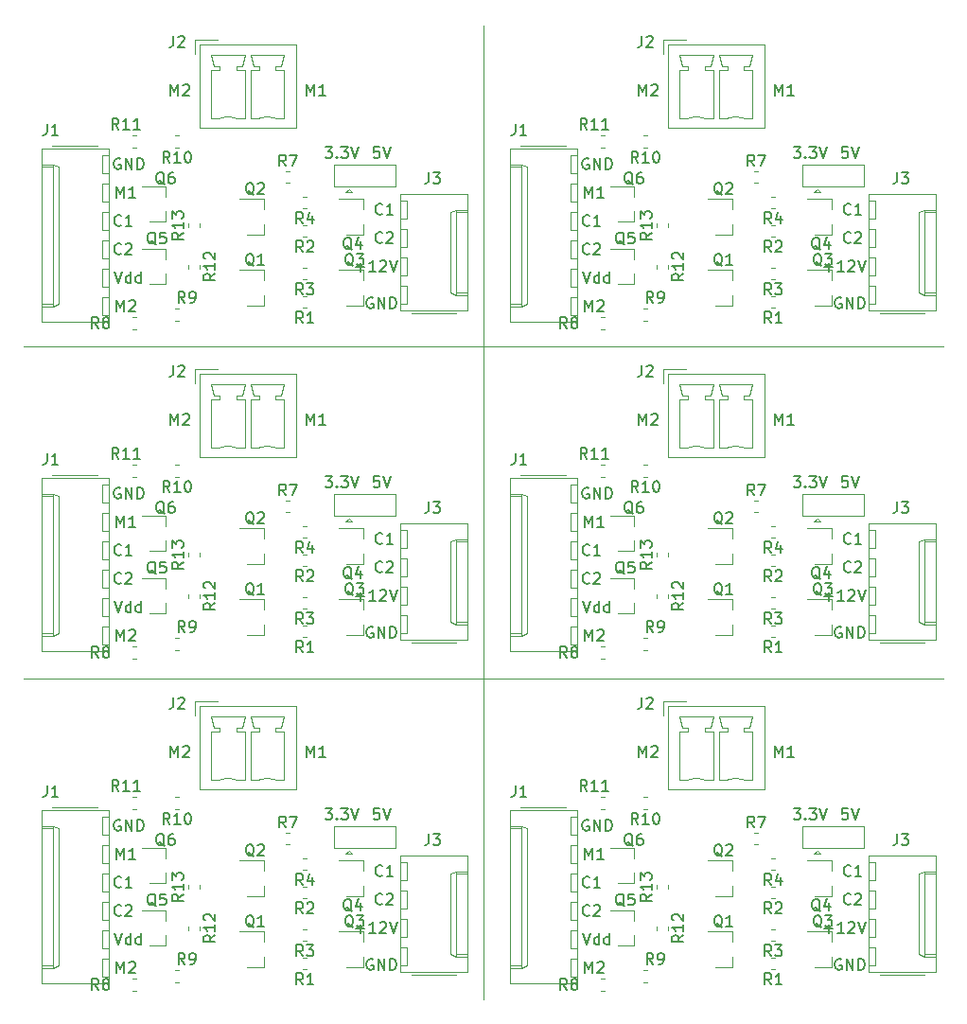
<source format=gto>
G04 #@! TF.GenerationSoftware,KiCad,Pcbnew,(5.1.5)-3*
G04 #@! TF.CreationDate,2020-03-27T07:44:39+01:00*
G04 #@! TF.ProjectId,CODER_LEVEL_BOARD_V0.10,434f4445-525f-44c4-9556-454c5f424f41,rev?*
G04 #@! TF.SameCoordinates,Original*
G04 #@! TF.FileFunction,Legend,Top*
G04 #@! TF.FilePolarity,Positive*
%FSLAX46Y46*%
G04 Gerber Fmt 4.6, Leading zero omitted, Abs format (unit mm)*
G04 Created by KiCad (PCBNEW (5.1.5)-3) date 2020-03-27 07:44:39*
%MOMM*%
%LPD*%
G04 APERTURE LIST*
%ADD10C,0.120000*%
%ADD11C,0.150000*%
G04 APERTURE END LIST*
D10*
X71882000Y-73660000D02*
X71882000Y-160782000D01*
X30734000Y-132080000D02*
X113030000Y-132080000D01*
X30734000Y-102362000D02*
X113030000Y-102362000D01*
D11*
X99615809Y-143724380D02*
X100234857Y-143724380D01*
X99901523Y-144105333D01*
X100044380Y-144105333D01*
X100139619Y-144152952D01*
X100187238Y-144200571D01*
X100234857Y-144295809D01*
X100234857Y-144533904D01*
X100187238Y-144629142D01*
X100139619Y-144676761D01*
X100044380Y-144724380D01*
X99758666Y-144724380D01*
X99663428Y-144676761D01*
X99615809Y-144629142D01*
X100663428Y-144629142D02*
X100711047Y-144676761D01*
X100663428Y-144724380D01*
X100615809Y-144676761D01*
X100663428Y-144629142D01*
X100663428Y-144724380D01*
X101044380Y-143724380D02*
X101663428Y-143724380D01*
X101330095Y-144105333D01*
X101472952Y-144105333D01*
X101568190Y-144152952D01*
X101615809Y-144200571D01*
X101663428Y-144295809D01*
X101663428Y-144533904D01*
X101615809Y-144629142D01*
X101568190Y-144676761D01*
X101472952Y-144724380D01*
X101187238Y-144724380D01*
X101092000Y-144676761D01*
X101044380Y-144629142D01*
X101949142Y-143724380D02*
X102282476Y-144724380D01*
X102615809Y-143724380D01*
X104735333Y-149709142D02*
X104687714Y-149756761D01*
X104544857Y-149804380D01*
X104449619Y-149804380D01*
X104306761Y-149756761D01*
X104211523Y-149661523D01*
X104163904Y-149566285D01*
X104116285Y-149375809D01*
X104116285Y-149232952D01*
X104163904Y-149042476D01*
X104211523Y-148947238D01*
X104306761Y-148852000D01*
X104449619Y-148804380D01*
X104544857Y-148804380D01*
X104687714Y-148852000D01*
X104735333Y-148899619D01*
X105687714Y-149804380D02*
X105116285Y-149804380D01*
X105402000Y-149804380D02*
X105402000Y-148804380D01*
X105306761Y-148947238D01*
X105211523Y-149042476D01*
X105116285Y-149090095D01*
X39068476Y-158440380D02*
X39068476Y-157440380D01*
X39401809Y-158154666D01*
X39735142Y-157440380D01*
X39735142Y-158440380D01*
X40163714Y-157535619D02*
X40211333Y-157488000D01*
X40306571Y-157440380D01*
X40544666Y-157440380D01*
X40639904Y-157488000D01*
X40687523Y-157535619D01*
X40735142Y-157630857D01*
X40735142Y-157726095D01*
X40687523Y-157868952D01*
X40116095Y-158440380D01*
X40735142Y-158440380D01*
X81367333Y-150725142D02*
X81319714Y-150772761D01*
X81176857Y-150820380D01*
X81081619Y-150820380D01*
X80938761Y-150772761D01*
X80843523Y-150677523D01*
X80795904Y-150582285D01*
X80748285Y-150391809D01*
X80748285Y-150248952D01*
X80795904Y-150058476D01*
X80843523Y-149963238D01*
X80938761Y-149868000D01*
X81081619Y-149820380D01*
X81176857Y-149820380D01*
X81319714Y-149868000D01*
X81367333Y-149915619D01*
X82319714Y-150820380D02*
X81748285Y-150820380D01*
X82034000Y-150820380D02*
X82034000Y-149820380D01*
X81938761Y-149963238D01*
X81843523Y-150058476D01*
X81748285Y-150106095D01*
X56086476Y-139136380D02*
X56086476Y-138136380D01*
X56419809Y-138850666D01*
X56753142Y-138136380D01*
X56753142Y-139136380D01*
X57753142Y-139136380D02*
X57181714Y-139136380D01*
X57467428Y-139136380D02*
X57467428Y-138136380D01*
X57372190Y-138279238D01*
X57276952Y-138374476D01*
X57181714Y-138422095D01*
X38893904Y-154900380D02*
X39227238Y-155900380D01*
X39560571Y-154900380D01*
X40322476Y-155900380D02*
X40322476Y-154900380D01*
X40322476Y-155852761D02*
X40227238Y-155900380D01*
X40036761Y-155900380D01*
X39941523Y-155852761D01*
X39893904Y-155805142D01*
X39846285Y-155709904D01*
X39846285Y-155424190D01*
X39893904Y-155328952D01*
X39941523Y-155281333D01*
X40036761Y-155233714D01*
X40227238Y-155233714D01*
X40322476Y-155281333D01*
X41227238Y-155900380D02*
X41227238Y-154900380D01*
X41227238Y-155852761D02*
X41132000Y-155900380D01*
X40941523Y-155900380D01*
X40846285Y-155852761D01*
X40798666Y-155805142D01*
X40751047Y-155709904D01*
X40751047Y-155424190D01*
X40798666Y-155328952D01*
X40846285Y-155281333D01*
X40941523Y-155233714D01*
X41132000Y-155233714D01*
X41227238Y-155281333D01*
X80803904Y-154900380D02*
X81137238Y-155900380D01*
X81470571Y-154900380D01*
X82232476Y-155900380D02*
X82232476Y-154900380D01*
X82232476Y-155852761D02*
X82137238Y-155900380D01*
X81946761Y-155900380D01*
X81851523Y-155852761D01*
X81803904Y-155805142D01*
X81756285Y-155709904D01*
X81756285Y-155424190D01*
X81803904Y-155328952D01*
X81851523Y-155281333D01*
X81946761Y-155233714D01*
X82137238Y-155233714D01*
X82232476Y-155281333D01*
X83137238Y-155900380D02*
X83137238Y-154900380D01*
X83137238Y-155852761D02*
X83042000Y-155900380D01*
X82851523Y-155900380D01*
X82756285Y-155852761D01*
X82708666Y-155805142D01*
X82661047Y-155709904D01*
X82661047Y-155424190D01*
X82708666Y-155328952D01*
X82756285Y-155281333D01*
X82851523Y-155233714D01*
X83042000Y-155233714D01*
X83137238Y-155281333D01*
X62547523Y-143724380D02*
X62071333Y-143724380D01*
X62023714Y-144200571D01*
X62071333Y-144152952D01*
X62166571Y-144105333D01*
X62404666Y-144105333D01*
X62499904Y-144152952D01*
X62547523Y-144200571D01*
X62595142Y-144295809D01*
X62595142Y-144533904D01*
X62547523Y-144629142D01*
X62499904Y-144676761D01*
X62404666Y-144724380D01*
X62166571Y-144724380D01*
X62071333Y-144676761D01*
X62023714Y-144629142D01*
X62880857Y-143724380D02*
X63214190Y-144724380D01*
X63547523Y-143724380D01*
X81367333Y-153265142D02*
X81319714Y-153312761D01*
X81176857Y-153360380D01*
X81081619Y-153360380D01*
X80938761Y-153312761D01*
X80843523Y-153217523D01*
X80795904Y-153122285D01*
X80748285Y-152931809D01*
X80748285Y-152788952D01*
X80795904Y-152598476D01*
X80843523Y-152503238D01*
X80938761Y-152408000D01*
X81081619Y-152360380D01*
X81176857Y-152360380D01*
X81319714Y-152408000D01*
X81367333Y-152455619D01*
X81748285Y-152455619D02*
X81795904Y-152408000D01*
X81891142Y-152360380D01*
X82129238Y-152360380D01*
X82224476Y-152408000D01*
X82272095Y-152455619D01*
X82319714Y-152550857D01*
X82319714Y-152646095D01*
X82272095Y-152788952D01*
X81700666Y-153360380D01*
X82319714Y-153360380D01*
X39370095Y-144788000D02*
X39274857Y-144740380D01*
X39132000Y-144740380D01*
X38989142Y-144788000D01*
X38893904Y-144883238D01*
X38846285Y-144978476D01*
X38798666Y-145168952D01*
X38798666Y-145311809D01*
X38846285Y-145502285D01*
X38893904Y-145597523D01*
X38989142Y-145692761D01*
X39132000Y-145740380D01*
X39227238Y-145740380D01*
X39370095Y-145692761D01*
X39417714Y-145645142D01*
X39417714Y-145311809D01*
X39227238Y-145311809D01*
X39846285Y-145740380D02*
X39846285Y-144740380D01*
X40417714Y-145740380D01*
X40417714Y-144740380D01*
X40893904Y-145740380D02*
X40893904Y-144740380D01*
X41132000Y-144740380D01*
X41274857Y-144788000D01*
X41370095Y-144883238D01*
X41417714Y-144978476D01*
X41465333Y-145168952D01*
X41465333Y-145311809D01*
X41417714Y-145502285D01*
X41370095Y-145597523D01*
X41274857Y-145692761D01*
X41132000Y-145740380D01*
X40893904Y-145740380D01*
X39457333Y-150725142D02*
X39409714Y-150772761D01*
X39266857Y-150820380D01*
X39171619Y-150820380D01*
X39028761Y-150772761D01*
X38933523Y-150677523D01*
X38885904Y-150582285D01*
X38838285Y-150391809D01*
X38838285Y-150248952D01*
X38885904Y-150058476D01*
X38933523Y-149963238D01*
X39028761Y-149868000D01*
X39171619Y-149820380D01*
X39266857Y-149820380D01*
X39409714Y-149868000D01*
X39457333Y-149915619D01*
X40409714Y-150820380D02*
X39838285Y-150820380D01*
X40124000Y-150820380D02*
X40124000Y-149820380D01*
X40028761Y-149963238D01*
X39933523Y-150058476D01*
X39838285Y-150106095D01*
X60468095Y-154503428D02*
X61230000Y-154503428D01*
X60849047Y-154884380D02*
X60849047Y-154122476D01*
X62230000Y-154884380D02*
X61658571Y-154884380D01*
X61944285Y-154884380D02*
X61944285Y-153884380D01*
X61849047Y-154027238D01*
X61753809Y-154122476D01*
X61658571Y-154170095D01*
X62610952Y-153979619D02*
X62658571Y-153932000D01*
X62753809Y-153884380D01*
X62991904Y-153884380D01*
X63087142Y-153932000D01*
X63134761Y-153979619D01*
X63182380Y-154074857D01*
X63182380Y-154170095D01*
X63134761Y-154312952D01*
X62563333Y-154884380D01*
X63182380Y-154884380D01*
X63468095Y-153884380D02*
X63801428Y-154884380D01*
X64134761Y-153884380D01*
X39068476Y-148280380D02*
X39068476Y-147280380D01*
X39401809Y-147994666D01*
X39735142Y-147280380D01*
X39735142Y-148280380D01*
X40735142Y-148280380D02*
X40163714Y-148280380D01*
X40449428Y-148280380D02*
X40449428Y-147280380D01*
X40354190Y-147423238D01*
X40258952Y-147518476D01*
X40163714Y-147566095D01*
X62825333Y-149709142D02*
X62777714Y-149756761D01*
X62634857Y-149804380D01*
X62539619Y-149804380D01*
X62396761Y-149756761D01*
X62301523Y-149661523D01*
X62253904Y-149566285D01*
X62206285Y-149375809D01*
X62206285Y-149232952D01*
X62253904Y-149042476D01*
X62301523Y-148947238D01*
X62396761Y-148852000D01*
X62539619Y-148804380D01*
X62634857Y-148804380D01*
X62777714Y-148852000D01*
X62825333Y-148899619D01*
X63777714Y-149804380D02*
X63206285Y-149804380D01*
X63492000Y-149804380D02*
X63492000Y-148804380D01*
X63396761Y-148947238D01*
X63301523Y-149042476D01*
X63206285Y-149090095D01*
X80978476Y-158440380D02*
X80978476Y-157440380D01*
X81311809Y-158154666D01*
X81645142Y-157440380D01*
X81645142Y-158440380D01*
X82073714Y-157535619D02*
X82121333Y-157488000D01*
X82216571Y-157440380D01*
X82454666Y-157440380D01*
X82549904Y-157488000D01*
X82597523Y-157535619D01*
X82645142Y-157630857D01*
X82645142Y-157726095D01*
X82597523Y-157868952D01*
X82026095Y-158440380D01*
X82645142Y-158440380D01*
X97996476Y-139136380D02*
X97996476Y-138136380D01*
X98329809Y-138850666D01*
X98663142Y-138136380D01*
X98663142Y-139136380D01*
X99663142Y-139136380D02*
X99091714Y-139136380D01*
X99377428Y-139136380D02*
X99377428Y-138136380D01*
X99282190Y-138279238D01*
X99186952Y-138374476D01*
X99091714Y-138422095D01*
X62825333Y-152249142D02*
X62777714Y-152296761D01*
X62634857Y-152344380D01*
X62539619Y-152344380D01*
X62396761Y-152296761D01*
X62301523Y-152201523D01*
X62253904Y-152106285D01*
X62206285Y-151915809D01*
X62206285Y-151772952D01*
X62253904Y-151582476D01*
X62301523Y-151487238D01*
X62396761Y-151392000D01*
X62539619Y-151344380D01*
X62634857Y-151344380D01*
X62777714Y-151392000D01*
X62825333Y-151439619D01*
X63206285Y-151439619D02*
X63253904Y-151392000D01*
X63349142Y-151344380D01*
X63587238Y-151344380D01*
X63682476Y-151392000D01*
X63730095Y-151439619D01*
X63777714Y-151534857D01*
X63777714Y-151630095D01*
X63730095Y-151772952D01*
X63158666Y-152344380D01*
X63777714Y-152344380D01*
X81280095Y-144788000D02*
X81184857Y-144740380D01*
X81042000Y-144740380D01*
X80899142Y-144788000D01*
X80803904Y-144883238D01*
X80756285Y-144978476D01*
X80708666Y-145168952D01*
X80708666Y-145311809D01*
X80756285Y-145502285D01*
X80803904Y-145597523D01*
X80899142Y-145692761D01*
X81042000Y-145740380D01*
X81137238Y-145740380D01*
X81280095Y-145692761D01*
X81327714Y-145645142D01*
X81327714Y-145311809D01*
X81137238Y-145311809D01*
X81756285Y-145740380D02*
X81756285Y-144740380D01*
X82327714Y-145740380D01*
X82327714Y-144740380D01*
X82803904Y-145740380D02*
X82803904Y-144740380D01*
X83042000Y-144740380D01*
X83184857Y-144788000D01*
X83280095Y-144883238D01*
X83327714Y-144978476D01*
X83375333Y-145168952D01*
X83375333Y-145311809D01*
X83327714Y-145502285D01*
X83280095Y-145597523D01*
X83184857Y-145692761D01*
X83042000Y-145740380D01*
X82803904Y-145740380D01*
X103886095Y-157234000D02*
X103790857Y-157186380D01*
X103648000Y-157186380D01*
X103505142Y-157234000D01*
X103409904Y-157329238D01*
X103362285Y-157424476D01*
X103314666Y-157614952D01*
X103314666Y-157757809D01*
X103362285Y-157948285D01*
X103409904Y-158043523D01*
X103505142Y-158138761D01*
X103648000Y-158186380D01*
X103743238Y-158186380D01*
X103886095Y-158138761D01*
X103933714Y-158091142D01*
X103933714Y-157757809D01*
X103743238Y-157757809D01*
X104362285Y-158186380D02*
X104362285Y-157186380D01*
X104933714Y-158186380D01*
X104933714Y-157186380D01*
X105409904Y-158186380D02*
X105409904Y-157186380D01*
X105648000Y-157186380D01*
X105790857Y-157234000D01*
X105886095Y-157329238D01*
X105933714Y-157424476D01*
X105981333Y-157614952D01*
X105981333Y-157757809D01*
X105933714Y-157948285D01*
X105886095Y-158043523D01*
X105790857Y-158138761D01*
X105648000Y-158186380D01*
X105409904Y-158186380D01*
X39457333Y-153265142D02*
X39409714Y-153312761D01*
X39266857Y-153360380D01*
X39171619Y-153360380D01*
X39028761Y-153312761D01*
X38933523Y-153217523D01*
X38885904Y-153122285D01*
X38838285Y-152931809D01*
X38838285Y-152788952D01*
X38885904Y-152598476D01*
X38933523Y-152503238D01*
X39028761Y-152408000D01*
X39171619Y-152360380D01*
X39266857Y-152360380D01*
X39409714Y-152408000D01*
X39457333Y-152455619D01*
X39838285Y-152455619D02*
X39885904Y-152408000D01*
X39981142Y-152360380D01*
X40219238Y-152360380D01*
X40314476Y-152408000D01*
X40362095Y-152455619D01*
X40409714Y-152550857D01*
X40409714Y-152646095D01*
X40362095Y-152788952D01*
X39790666Y-153360380D01*
X40409714Y-153360380D01*
X85804476Y-139136380D02*
X85804476Y-138136380D01*
X86137809Y-138850666D01*
X86471142Y-138136380D01*
X86471142Y-139136380D01*
X86899714Y-138231619D02*
X86947333Y-138184000D01*
X87042571Y-138136380D01*
X87280666Y-138136380D01*
X87375904Y-138184000D01*
X87423523Y-138231619D01*
X87471142Y-138326857D01*
X87471142Y-138422095D01*
X87423523Y-138564952D01*
X86852095Y-139136380D01*
X87471142Y-139136380D01*
X43894476Y-139136380D02*
X43894476Y-138136380D01*
X44227809Y-138850666D01*
X44561142Y-138136380D01*
X44561142Y-139136380D01*
X44989714Y-138231619D02*
X45037333Y-138184000D01*
X45132571Y-138136380D01*
X45370666Y-138136380D01*
X45465904Y-138184000D01*
X45513523Y-138231619D01*
X45561142Y-138326857D01*
X45561142Y-138422095D01*
X45513523Y-138564952D01*
X44942095Y-139136380D01*
X45561142Y-139136380D01*
X57705809Y-143724380D02*
X58324857Y-143724380D01*
X57991523Y-144105333D01*
X58134380Y-144105333D01*
X58229619Y-144152952D01*
X58277238Y-144200571D01*
X58324857Y-144295809D01*
X58324857Y-144533904D01*
X58277238Y-144629142D01*
X58229619Y-144676761D01*
X58134380Y-144724380D01*
X57848666Y-144724380D01*
X57753428Y-144676761D01*
X57705809Y-144629142D01*
X58753428Y-144629142D02*
X58801047Y-144676761D01*
X58753428Y-144724380D01*
X58705809Y-144676761D01*
X58753428Y-144629142D01*
X58753428Y-144724380D01*
X59134380Y-143724380D02*
X59753428Y-143724380D01*
X59420095Y-144105333D01*
X59562952Y-144105333D01*
X59658190Y-144152952D01*
X59705809Y-144200571D01*
X59753428Y-144295809D01*
X59753428Y-144533904D01*
X59705809Y-144629142D01*
X59658190Y-144676761D01*
X59562952Y-144724380D01*
X59277238Y-144724380D01*
X59182000Y-144676761D01*
X59134380Y-144629142D01*
X60039142Y-143724380D02*
X60372476Y-144724380D01*
X60705809Y-143724380D01*
X102378095Y-154503428D02*
X103140000Y-154503428D01*
X102759047Y-154884380D02*
X102759047Y-154122476D01*
X104140000Y-154884380D02*
X103568571Y-154884380D01*
X103854285Y-154884380D02*
X103854285Y-153884380D01*
X103759047Y-154027238D01*
X103663809Y-154122476D01*
X103568571Y-154170095D01*
X104520952Y-153979619D02*
X104568571Y-153932000D01*
X104663809Y-153884380D01*
X104901904Y-153884380D01*
X104997142Y-153932000D01*
X105044761Y-153979619D01*
X105092380Y-154074857D01*
X105092380Y-154170095D01*
X105044761Y-154312952D01*
X104473333Y-154884380D01*
X105092380Y-154884380D01*
X105378095Y-153884380D02*
X105711428Y-154884380D01*
X106044761Y-153884380D01*
X104735333Y-152249142D02*
X104687714Y-152296761D01*
X104544857Y-152344380D01*
X104449619Y-152344380D01*
X104306761Y-152296761D01*
X104211523Y-152201523D01*
X104163904Y-152106285D01*
X104116285Y-151915809D01*
X104116285Y-151772952D01*
X104163904Y-151582476D01*
X104211523Y-151487238D01*
X104306761Y-151392000D01*
X104449619Y-151344380D01*
X104544857Y-151344380D01*
X104687714Y-151392000D01*
X104735333Y-151439619D01*
X105116285Y-151439619D02*
X105163904Y-151392000D01*
X105259142Y-151344380D01*
X105497238Y-151344380D01*
X105592476Y-151392000D01*
X105640095Y-151439619D01*
X105687714Y-151534857D01*
X105687714Y-151630095D01*
X105640095Y-151772952D01*
X105068666Y-152344380D01*
X105687714Y-152344380D01*
X80978476Y-148280380D02*
X80978476Y-147280380D01*
X81311809Y-147994666D01*
X81645142Y-147280380D01*
X81645142Y-148280380D01*
X82645142Y-148280380D02*
X82073714Y-148280380D01*
X82359428Y-148280380D02*
X82359428Y-147280380D01*
X82264190Y-147423238D01*
X82168952Y-147518476D01*
X82073714Y-147566095D01*
X104457523Y-143724380D02*
X103981333Y-143724380D01*
X103933714Y-144200571D01*
X103981333Y-144152952D01*
X104076571Y-144105333D01*
X104314666Y-144105333D01*
X104409904Y-144152952D01*
X104457523Y-144200571D01*
X104505142Y-144295809D01*
X104505142Y-144533904D01*
X104457523Y-144629142D01*
X104409904Y-144676761D01*
X104314666Y-144724380D01*
X104076571Y-144724380D01*
X103981333Y-144676761D01*
X103933714Y-144629142D01*
X104790857Y-143724380D02*
X105124190Y-144724380D01*
X105457523Y-143724380D01*
X61976095Y-157234000D02*
X61880857Y-157186380D01*
X61738000Y-157186380D01*
X61595142Y-157234000D01*
X61499904Y-157329238D01*
X61452285Y-157424476D01*
X61404666Y-157614952D01*
X61404666Y-157757809D01*
X61452285Y-157948285D01*
X61499904Y-158043523D01*
X61595142Y-158138761D01*
X61738000Y-158186380D01*
X61833238Y-158186380D01*
X61976095Y-158138761D01*
X62023714Y-158091142D01*
X62023714Y-157757809D01*
X61833238Y-157757809D01*
X62452285Y-158186380D02*
X62452285Y-157186380D01*
X63023714Y-158186380D01*
X63023714Y-157186380D01*
X63499904Y-158186380D02*
X63499904Y-157186380D01*
X63738000Y-157186380D01*
X63880857Y-157234000D01*
X63976095Y-157329238D01*
X64023714Y-157424476D01*
X64071333Y-157614952D01*
X64071333Y-157757809D01*
X64023714Y-157948285D01*
X63976095Y-158043523D01*
X63880857Y-158138761D01*
X63738000Y-158186380D01*
X63499904Y-158186380D01*
X39068476Y-128722380D02*
X39068476Y-127722380D01*
X39401809Y-128436666D01*
X39735142Y-127722380D01*
X39735142Y-128722380D01*
X40163714Y-127817619D02*
X40211333Y-127770000D01*
X40306571Y-127722380D01*
X40544666Y-127722380D01*
X40639904Y-127770000D01*
X40687523Y-127817619D01*
X40735142Y-127912857D01*
X40735142Y-128008095D01*
X40687523Y-128150952D01*
X40116095Y-128722380D01*
X40735142Y-128722380D01*
X60468095Y-124785428D02*
X61230000Y-124785428D01*
X60849047Y-125166380D02*
X60849047Y-124404476D01*
X62230000Y-125166380D02*
X61658571Y-125166380D01*
X61944285Y-125166380D02*
X61944285Y-124166380D01*
X61849047Y-124309238D01*
X61753809Y-124404476D01*
X61658571Y-124452095D01*
X62610952Y-124261619D02*
X62658571Y-124214000D01*
X62753809Y-124166380D01*
X62991904Y-124166380D01*
X63087142Y-124214000D01*
X63134761Y-124261619D01*
X63182380Y-124356857D01*
X63182380Y-124452095D01*
X63134761Y-124594952D01*
X62563333Y-125166380D01*
X63182380Y-125166380D01*
X63468095Y-124166380D02*
X63801428Y-125166380D01*
X64134761Y-124166380D01*
X39457333Y-123547142D02*
X39409714Y-123594761D01*
X39266857Y-123642380D01*
X39171619Y-123642380D01*
X39028761Y-123594761D01*
X38933523Y-123499523D01*
X38885904Y-123404285D01*
X38838285Y-123213809D01*
X38838285Y-123070952D01*
X38885904Y-122880476D01*
X38933523Y-122785238D01*
X39028761Y-122690000D01*
X39171619Y-122642380D01*
X39266857Y-122642380D01*
X39409714Y-122690000D01*
X39457333Y-122737619D01*
X39838285Y-122737619D02*
X39885904Y-122690000D01*
X39981142Y-122642380D01*
X40219238Y-122642380D01*
X40314476Y-122690000D01*
X40362095Y-122737619D01*
X40409714Y-122832857D01*
X40409714Y-122928095D01*
X40362095Y-123070952D01*
X39790666Y-123642380D01*
X40409714Y-123642380D01*
X62547523Y-114006380D02*
X62071333Y-114006380D01*
X62023714Y-114482571D01*
X62071333Y-114434952D01*
X62166571Y-114387333D01*
X62404666Y-114387333D01*
X62499904Y-114434952D01*
X62547523Y-114482571D01*
X62595142Y-114577809D01*
X62595142Y-114815904D01*
X62547523Y-114911142D01*
X62499904Y-114958761D01*
X62404666Y-115006380D01*
X62166571Y-115006380D01*
X62071333Y-114958761D01*
X62023714Y-114911142D01*
X62880857Y-114006380D02*
X63214190Y-115006380D01*
X63547523Y-114006380D01*
X38893904Y-125182380D02*
X39227238Y-126182380D01*
X39560571Y-125182380D01*
X40322476Y-126182380D02*
X40322476Y-125182380D01*
X40322476Y-126134761D02*
X40227238Y-126182380D01*
X40036761Y-126182380D01*
X39941523Y-126134761D01*
X39893904Y-126087142D01*
X39846285Y-125991904D01*
X39846285Y-125706190D01*
X39893904Y-125610952D01*
X39941523Y-125563333D01*
X40036761Y-125515714D01*
X40227238Y-125515714D01*
X40322476Y-125563333D01*
X41227238Y-126182380D02*
X41227238Y-125182380D01*
X41227238Y-126134761D02*
X41132000Y-126182380D01*
X40941523Y-126182380D01*
X40846285Y-126134761D01*
X40798666Y-126087142D01*
X40751047Y-125991904D01*
X40751047Y-125706190D01*
X40798666Y-125610952D01*
X40846285Y-125563333D01*
X40941523Y-125515714D01*
X41132000Y-125515714D01*
X41227238Y-125563333D01*
X39370095Y-115070000D02*
X39274857Y-115022380D01*
X39132000Y-115022380D01*
X38989142Y-115070000D01*
X38893904Y-115165238D01*
X38846285Y-115260476D01*
X38798666Y-115450952D01*
X38798666Y-115593809D01*
X38846285Y-115784285D01*
X38893904Y-115879523D01*
X38989142Y-115974761D01*
X39132000Y-116022380D01*
X39227238Y-116022380D01*
X39370095Y-115974761D01*
X39417714Y-115927142D01*
X39417714Y-115593809D01*
X39227238Y-115593809D01*
X39846285Y-116022380D02*
X39846285Y-115022380D01*
X40417714Y-116022380D01*
X40417714Y-115022380D01*
X40893904Y-116022380D02*
X40893904Y-115022380D01*
X41132000Y-115022380D01*
X41274857Y-115070000D01*
X41370095Y-115165238D01*
X41417714Y-115260476D01*
X41465333Y-115450952D01*
X41465333Y-115593809D01*
X41417714Y-115784285D01*
X41370095Y-115879523D01*
X41274857Y-115974761D01*
X41132000Y-116022380D01*
X40893904Y-116022380D01*
X43894476Y-109418380D02*
X43894476Y-108418380D01*
X44227809Y-109132666D01*
X44561142Y-108418380D01*
X44561142Y-109418380D01*
X44989714Y-108513619D02*
X45037333Y-108466000D01*
X45132571Y-108418380D01*
X45370666Y-108418380D01*
X45465904Y-108466000D01*
X45513523Y-108513619D01*
X45561142Y-108608857D01*
X45561142Y-108704095D01*
X45513523Y-108846952D01*
X44942095Y-109418380D01*
X45561142Y-109418380D01*
X56086476Y-109418380D02*
X56086476Y-108418380D01*
X56419809Y-109132666D01*
X56753142Y-108418380D01*
X56753142Y-109418380D01*
X57753142Y-109418380D02*
X57181714Y-109418380D01*
X57467428Y-109418380D02*
X57467428Y-108418380D01*
X57372190Y-108561238D01*
X57276952Y-108656476D01*
X57181714Y-108704095D01*
X62825333Y-122531142D02*
X62777714Y-122578761D01*
X62634857Y-122626380D01*
X62539619Y-122626380D01*
X62396761Y-122578761D01*
X62301523Y-122483523D01*
X62253904Y-122388285D01*
X62206285Y-122197809D01*
X62206285Y-122054952D01*
X62253904Y-121864476D01*
X62301523Y-121769238D01*
X62396761Y-121674000D01*
X62539619Y-121626380D01*
X62634857Y-121626380D01*
X62777714Y-121674000D01*
X62825333Y-121721619D01*
X63206285Y-121721619D02*
X63253904Y-121674000D01*
X63349142Y-121626380D01*
X63587238Y-121626380D01*
X63682476Y-121674000D01*
X63730095Y-121721619D01*
X63777714Y-121816857D01*
X63777714Y-121912095D01*
X63730095Y-122054952D01*
X63158666Y-122626380D01*
X63777714Y-122626380D01*
X61976095Y-127516000D02*
X61880857Y-127468380D01*
X61738000Y-127468380D01*
X61595142Y-127516000D01*
X61499904Y-127611238D01*
X61452285Y-127706476D01*
X61404666Y-127896952D01*
X61404666Y-128039809D01*
X61452285Y-128230285D01*
X61499904Y-128325523D01*
X61595142Y-128420761D01*
X61738000Y-128468380D01*
X61833238Y-128468380D01*
X61976095Y-128420761D01*
X62023714Y-128373142D01*
X62023714Y-128039809D01*
X61833238Y-128039809D01*
X62452285Y-128468380D02*
X62452285Y-127468380D01*
X63023714Y-128468380D01*
X63023714Y-127468380D01*
X63499904Y-128468380D02*
X63499904Y-127468380D01*
X63738000Y-127468380D01*
X63880857Y-127516000D01*
X63976095Y-127611238D01*
X64023714Y-127706476D01*
X64071333Y-127896952D01*
X64071333Y-128039809D01*
X64023714Y-128230285D01*
X63976095Y-128325523D01*
X63880857Y-128420761D01*
X63738000Y-128468380D01*
X63499904Y-128468380D01*
X39457333Y-121007142D02*
X39409714Y-121054761D01*
X39266857Y-121102380D01*
X39171619Y-121102380D01*
X39028761Y-121054761D01*
X38933523Y-120959523D01*
X38885904Y-120864285D01*
X38838285Y-120673809D01*
X38838285Y-120530952D01*
X38885904Y-120340476D01*
X38933523Y-120245238D01*
X39028761Y-120150000D01*
X39171619Y-120102380D01*
X39266857Y-120102380D01*
X39409714Y-120150000D01*
X39457333Y-120197619D01*
X40409714Y-121102380D02*
X39838285Y-121102380D01*
X40124000Y-121102380D02*
X40124000Y-120102380D01*
X40028761Y-120245238D01*
X39933523Y-120340476D01*
X39838285Y-120388095D01*
X39068476Y-118562380D02*
X39068476Y-117562380D01*
X39401809Y-118276666D01*
X39735142Y-117562380D01*
X39735142Y-118562380D01*
X40735142Y-118562380D02*
X40163714Y-118562380D01*
X40449428Y-118562380D02*
X40449428Y-117562380D01*
X40354190Y-117705238D01*
X40258952Y-117800476D01*
X40163714Y-117848095D01*
X57705809Y-114006380D02*
X58324857Y-114006380D01*
X57991523Y-114387333D01*
X58134380Y-114387333D01*
X58229619Y-114434952D01*
X58277238Y-114482571D01*
X58324857Y-114577809D01*
X58324857Y-114815904D01*
X58277238Y-114911142D01*
X58229619Y-114958761D01*
X58134380Y-115006380D01*
X57848666Y-115006380D01*
X57753428Y-114958761D01*
X57705809Y-114911142D01*
X58753428Y-114911142D02*
X58801047Y-114958761D01*
X58753428Y-115006380D01*
X58705809Y-114958761D01*
X58753428Y-114911142D01*
X58753428Y-115006380D01*
X59134380Y-114006380D02*
X59753428Y-114006380D01*
X59420095Y-114387333D01*
X59562952Y-114387333D01*
X59658190Y-114434952D01*
X59705809Y-114482571D01*
X59753428Y-114577809D01*
X59753428Y-114815904D01*
X59705809Y-114911142D01*
X59658190Y-114958761D01*
X59562952Y-115006380D01*
X59277238Y-115006380D01*
X59182000Y-114958761D01*
X59134380Y-114911142D01*
X60039142Y-114006380D02*
X60372476Y-115006380D01*
X60705809Y-114006380D01*
X62825333Y-119991142D02*
X62777714Y-120038761D01*
X62634857Y-120086380D01*
X62539619Y-120086380D01*
X62396761Y-120038761D01*
X62301523Y-119943523D01*
X62253904Y-119848285D01*
X62206285Y-119657809D01*
X62206285Y-119514952D01*
X62253904Y-119324476D01*
X62301523Y-119229238D01*
X62396761Y-119134000D01*
X62539619Y-119086380D01*
X62634857Y-119086380D01*
X62777714Y-119134000D01*
X62825333Y-119181619D01*
X63777714Y-120086380D02*
X63206285Y-120086380D01*
X63492000Y-120086380D02*
X63492000Y-119086380D01*
X63396761Y-119229238D01*
X63301523Y-119324476D01*
X63206285Y-119372095D01*
X99615809Y-114006380D02*
X100234857Y-114006380D01*
X99901523Y-114387333D01*
X100044380Y-114387333D01*
X100139619Y-114434952D01*
X100187238Y-114482571D01*
X100234857Y-114577809D01*
X100234857Y-114815904D01*
X100187238Y-114911142D01*
X100139619Y-114958761D01*
X100044380Y-115006380D01*
X99758666Y-115006380D01*
X99663428Y-114958761D01*
X99615809Y-114911142D01*
X100663428Y-114911142D02*
X100711047Y-114958761D01*
X100663428Y-115006380D01*
X100615809Y-114958761D01*
X100663428Y-114911142D01*
X100663428Y-115006380D01*
X101044380Y-114006380D02*
X101663428Y-114006380D01*
X101330095Y-114387333D01*
X101472952Y-114387333D01*
X101568190Y-114434952D01*
X101615809Y-114482571D01*
X101663428Y-114577809D01*
X101663428Y-114815904D01*
X101615809Y-114911142D01*
X101568190Y-114958761D01*
X101472952Y-115006380D01*
X101187238Y-115006380D01*
X101092000Y-114958761D01*
X101044380Y-114911142D01*
X101949142Y-114006380D02*
X102282476Y-115006380D01*
X102615809Y-114006380D01*
X102378095Y-124785428D02*
X103140000Y-124785428D01*
X102759047Y-125166380D02*
X102759047Y-124404476D01*
X104140000Y-125166380D02*
X103568571Y-125166380D01*
X103854285Y-125166380D02*
X103854285Y-124166380D01*
X103759047Y-124309238D01*
X103663809Y-124404476D01*
X103568571Y-124452095D01*
X104520952Y-124261619D02*
X104568571Y-124214000D01*
X104663809Y-124166380D01*
X104901904Y-124166380D01*
X104997142Y-124214000D01*
X105044761Y-124261619D01*
X105092380Y-124356857D01*
X105092380Y-124452095D01*
X105044761Y-124594952D01*
X104473333Y-125166380D01*
X105092380Y-125166380D01*
X105378095Y-124166380D02*
X105711428Y-125166380D01*
X106044761Y-124166380D01*
X81367333Y-123547142D02*
X81319714Y-123594761D01*
X81176857Y-123642380D01*
X81081619Y-123642380D01*
X80938761Y-123594761D01*
X80843523Y-123499523D01*
X80795904Y-123404285D01*
X80748285Y-123213809D01*
X80748285Y-123070952D01*
X80795904Y-122880476D01*
X80843523Y-122785238D01*
X80938761Y-122690000D01*
X81081619Y-122642380D01*
X81176857Y-122642380D01*
X81319714Y-122690000D01*
X81367333Y-122737619D01*
X81748285Y-122737619D02*
X81795904Y-122690000D01*
X81891142Y-122642380D01*
X82129238Y-122642380D01*
X82224476Y-122690000D01*
X82272095Y-122737619D01*
X82319714Y-122832857D01*
X82319714Y-122928095D01*
X82272095Y-123070952D01*
X81700666Y-123642380D01*
X82319714Y-123642380D01*
X103886095Y-127516000D02*
X103790857Y-127468380D01*
X103648000Y-127468380D01*
X103505142Y-127516000D01*
X103409904Y-127611238D01*
X103362285Y-127706476D01*
X103314666Y-127896952D01*
X103314666Y-128039809D01*
X103362285Y-128230285D01*
X103409904Y-128325523D01*
X103505142Y-128420761D01*
X103648000Y-128468380D01*
X103743238Y-128468380D01*
X103886095Y-128420761D01*
X103933714Y-128373142D01*
X103933714Y-128039809D01*
X103743238Y-128039809D01*
X104362285Y-128468380D02*
X104362285Y-127468380D01*
X104933714Y-128468380D01*
X104933714Y-127468380D01*
X105409904Y-128468380D02*
X105409904Y-127468380D01*
X105648000Y-127468380D01*
X105790857Y-127516000D01*
X105886095Y-127611238D01*
X105933714Y-127706476D01*
X105981333Y-127896952D01*
X105981333Y-128039809D01*
X105933714Y-128230285D01*
X105886095Y-128325523D01*
X105790857Y-128420761D01*
X105648000Y-128468380D01*
X105409904Y-128468380D01*
X80803904Y-125182380D02*
X81137238Y-126182380D01*
X81470571Y-125182380D01*
X82232476Y-126182380D02*
X82232476Y-125182380D01*
X82232476Y-126134761D02*
X82137238Y-126182380D01*
X81946761Y-126182380D01*
X81851523Y-126134761D01*
X81803904Y-126087142D01*
X81756285Y-125991904D01*
X81756285Y-125706190D01*
X81803904Y-125610952D01*
X81851523Y-125563333D01*
X81946761Y-125515714D01*
X82137238Y-125515714D01*
X82232476Y-125563333D01*
X83137238Y-126182380D02*
X83137238Y-125182380D01*
X83137238Y-126134761D02*
X83042000Y-126182380D01*
X82851523Y-126182380D01*
X82756285Y-126134761D01*
X82708666Y-126087142D01*
X82661047Y-125991904D01*
X82661047Y-125706190D01*
X82708666Y-125610952D01*
X82756285Y-125563333D01*
X82851523Y-125515714D01*
X83042000Y-125515714D01*
X83137238Y-125563333D01*
X104735333Y-119991142D02*
X104687714Y-120038761D01*
X104544857Y-120086380D01*
X104449619Y-120086380D01*
X104306761Y-120038761D01*
X104211523Y-119943523D01*
X104163904Y-119848285D01*
X104116285Y-119657809D01*
X104116285Y-119514952D01*
X104163904Y-119324476D01*
X104211523Y-119229238D01*
X104306761Y-119134000D01*
X104449619Y-119086380D01*
X104544857Y-119086380D01*
X104687714Y-119134000D01*
X104735333Y-119181619D01*
X105687714Y-120086380D02*
X105116285Y-120086380D01*
X105402000Y-120086380D02*
X105402000Y-119086380D01*
X105306761Y-119229238D01*
X105211523Y-119324476D01*
X105116285Y-119372095D01*
X81280095Y-115070000D02*
X81184857Y-115022380D01*
X81042000Y-115022380D01*
X80899142Y-115070000D01*
X80803904Y-115165238D01*
X80756285Y-115260476D01*
X80708666Y-115450952D01*
X80708666Y-115593809D01*
X80756285Y-115784285D01*
X80803904Y-115879523D01*
X80899142Y-115974761D01*
X81042000Y-116022380D01*
X81137238Y-116022380D01*
X81280095Y-115974761D01*
X81327714Y-115927142D01*
X81327714Y-115593809D01*
X81137238Y-115593809D01*
X81756285Y-116022380D02*
X81756285Y-115022380D01*
X82327714Y-116022380D01*
X82327714Y-115022380D01*
X82803904Y-116022380D02*
X82803904Y-115022380D01*
X83042000Y-115022380D01*
X83184857Y-115070000D01*
X83280095Y-115165238D01*
X83327714Y-115260476D01*
X83375333Y-115450952D01*
X83375333Y-115593809D01*
X83327714Y-115784285D01*
X83280095Y-115879523D01*
X83184857Y-115974761D01*
X83042000Y-116022380D01*
X82803904Y-116022380D01*
X104735333Y-122531142D02*
X104687714Y-122578761D01*
X104544857Y-122626380D01*
X104449619Y-122626380D01*
X104306761Y-122578761D01*
X104211523Y-122483523D01*
X104163904Y-122388285D01*
X104116285Y-122197809D01*
X104116285Y-122054952D01*
X104163904Y-121864476D01*
X104211523Y-121769238D01*
X104306761Y-121674000D01*
X104449619Y-121626380D01*
X104544857Y-121626380D01*
X104687714Y-121674000D01*
X104735333Y-121721619D01*
X105116285Y-121721619D02*
X105163904Y-121674000D01*
X105259142Y-121626380D01*
X105497238Y-121626380D01*
X105592476Y-121674000D01*
X105640095Y-121721619D01*
X105687714Y-121816857D01*
X105687714Y-121912095D01*
X105640095Y-122054952D01*
X105068666Y-122626380D01*
X105687714Y-122626380D01*
X81367333Y-121007142D02*
X81319714Y-121054761D01*
X81176857Y-121102380D01*
X81081619Y-121102380D01*
X80938761Y-121054761D01*
X80843523Y-120959523D01*
X80795904Y-120864285D01*
X80748285Y-120673809D01*
X80748285Y-120530952D01*
X80795904Y-120340476D01*
X80843523Y-120245238D01*
X80938761Y-120150000D01*
X81081619Y-120102380D01*
X81176857Y-120102380D01*
X81319714Y-120150000D01*
X81367333Y-120197619D01*
X82319714Y-121102380D02*
X81748285Y-121102380D01*
X82034000Y-121102380D02*
X82034000Y-120102380D01*
X81938761Y-120245238D01*
X81843523Y-120340476D01*
X81748285Y-120388095D01*
X85804476Y-109418380D02*
X85804476Y-108418380D01*
X86137809Y-109132666D01*
X86471142Y-108418380D01*
X86471142Y-109418380D01*
X86899714Y-108513619D02*
X86947333Y-108466000D01*
X87042571Y-108418380D01*
X87280666Y-108418380D01*
X87375904Y-108466000D01*
X87423523Y-108513619D01*
X87471142Y-108608857D01*
X87471142Y-108704095D01*
X87423523Y-108846952D01*
X86852095Y-109418380D01*
X87471142Y-109418380D01*
X104457523Y-114006380D02*
X103981333Y-114006380D01*
X103933714Y-114482571D01*
X103981333Y-114434952D01*
X104076571Y-114387333D01*
X104314666Y-114387333D01*
X104409904Y-114434952D01*
X104457523Y-114482571D01*
X104505142Y-114577809D01*
X104505142Y-114815904D01*
X104457523Y-114911142D01*
X104409904Y-114958761D01*
X104314666Y-115006380D01*
X104076571Y-115006380D01*
X103981333Y-114958761D01*
X103933714Y-114911142D01*
X104790857Y-114006380D02*
X105124190Y-115006380D01*
X105457523Y-114006380D01*
X80978476Y-128722380D02*
X80978476Y-127722380D01*
X81311809Y-128436666D01*
X81645142Y-127722380D01*
X81645142Y-128722380D01*
X82073714Y-127817619D02*
X82121333Y-127770000D01*
X82216571Y-127722380D01*
X82454666Y-127722380D01*
X82549904Y-127770000D01*
X82597523Y-127817619D01*
X82645142Y-127912857D01*
X82645142Y-128008095D01*
X82597523Y-128150952D01*
X82026095Y-128722380D01*
X82645142Y-128722380D01*
X80978476Y-118562380D02*
X80978476Y-117562380D01*
X81311809Y-118276666D01*
X81645142Y-117562380D01*
X81645142Y-118562380D01*
X82645142Y-118562380D02*
X82073714Y-118562380D01*
X82359428Y-118562380D02*
X82359428Y-117562380D01*
X82264190Y-117705238D01*
X82168952Y-117800476D01*
X82073714Y-117848095D01*
X97996476Y-109418380D02*
X97996476Y-108418380D01*
X98329809Y-109132666D01*
X98663142Y-108418380D01*
X98663142Y-109418380D01*
X99663142Y-109418380D02*
X99091714Y-109418380D01*
X99377428Y-109418380D02*
X99377428Y-108418380D01*
X99282190Y-108561238D01*
X99186952Y-108656476D01*
X99091714Y-108704095D01*
X57705809Y-84542380D02*
X58324857Y-84542380D01*
X57991523Y-84923333D01*
X58134380Y-84923333D01*
X58229619Y-84970952D01*
X58277238Y-85018571D01*
X58324857Y-85113809D01*
X58324857Y-85351904D01*
X58277238Y-85447142D01*
X58229619Y-85494761D01*
X58134380Y-85542380D01*
X57848666Y-85542380D01*
X57753428Y-85494761D01*
X57705809Y-85447142D01*
X58753428Y-85447142D02*
X58801047Y-85494761D01*
X58753428Y-85542380D01*
X58705809Y-85494761D01*
X58753428Y-85447142D01*
X58753428Y-85542380D01*
X59134380Y-84542380D02*
X59753428Y-84542380D01*
X59420095Y-84923333D01*
X59562952Y-84923333D01*
X59658190Y-84970952D01*
X59705809Y-85018571D01*
X59753428Y-85113809D01*
X59753428Y-85351904D01*
X59705809Y-85447142D01*
X59658190Y-85494761D01*
X59562952Y-85542380D01*
X59277238Y-85542380D01*
X59182000Y-85494761D01*
X59134380Y-85447142D01*
X60039142Y-84542380D02*
X60372476Y-85542380D01*
X60705809Y-84542380D01*
X60468095Y-95321428D02*
X61230000Y-95321428D01*
X60849047Y-95702380D02*
X60849047Y-94940476D01*
X62230000Y-95702380D02*
X61658571Y-95702380D01*
X61944285Y-95702380D02*
X61944285Y-94702380D01*
X61849047Y-94845238D01*
X61753809Y-94940476D01*
X61658571Y-94988095D01*
X62610952Y-94797619D02*
X62658571Y-94750000D01*
X62753809Y-94702380D01*
X62991904Y-94702380D01*
X63087142Y-94750000D01*
X63134761Y-94797619D01*
X63182380Y-94892857D01*
X63182380Y-94988095D01*
X63134761Y-95130952D01*
X62563333Y-95702380D01*
X63182380Y-95702380D01*
X63468095Y-94702380D02*
X63801428Y-95702380D01*
X64134761Y-94702380D01*
X39457333Y-94083142D02*
X39409714Y-94130761D01*
X39266857Y-94178380D01*
X39171619Y-94178380D01*
X39028761Y-94130761D01*
X38933523Y-94035523D01*
X38885904Y-93940285D01*
X38838285Y-93749809D01*
X38838285Y-93606952D01*
X38885904Y-93416476D01*
X38933523Y-93321238D01*
X39028761Y-93226000D01*
X39171619Y-93178380D01*
X39266857Y-93178380D01*
X39409714Y-93226000D01*
X39457333Y-93273619D01*
X39838285Y-93273619D02*
X39885904Y-93226000D01*
X39981142Y-93178380D01*
X40219238Y-93178380D01*
X40314476Y-93226000D01*
X40362095Y-93273619D01*
X40409714Y-93368857D01*
X40409714Y-93464095D01*
X40362095Y-93606952D01*
X39790666Y-94178380D01*
X40409714Y-94178380D01*
X61976095Y-98052000D02*
X61880857Y-98004380D01*
X61738000Y-98004380D01*
X61595142Y-98052000D01*
X61499904Y-98147238D01*
X61452285Y-98242476D01*
X61404666Y-98432952D01*
X61404666Y-98575809D01*
X61452285Y-98766285D01*
X61499904Y-98861523D01*
X61595142Y-98956761D01*
X61738000Y-99004380D01*
X61833238Y-99004380D01*
X61976095Y-98956761D01*
X62023714Y-98909142D01*
X62023714Y-98575809D01*
X61833238Y-98575809D01*
X62452285Y-99004380D02*
X62452285Y-98004380D01*
X63023714Y-99004380D01*
X63023714Y-98004380D01*
X63499904Y-99004380D02*
X63499904Y-98004380D01*
X63738000Y-98004380D01*
X63880857Y-98052000D01*
X63976095Y-98147238D01*
X64023714Y-98242476D01*
X64071333Y-98432952D01*
X64071333Y-98575809D01*
X64023714Y-98766285D01*
X63976095Y-98861523D01*
X63880857Y-98956761D01*
X63738000Y-99004380D01*
X63499904Y-99004380D01*
X38893904Y-95718380D02*
X39227238Y-96718380D01*
X39560571Y-95718380D01*
X40322476Y-96718380D02*
X40322476Y-95718380D01*
X40322476Y-96670761D02*
X40227238Y-96718380D01*
X40036761Y-96718380D01*
X39941523Y-96670761D01*
X39893904Y-96623142D01*
X39846285Y-96527904D01*
X39846285Y-96242190D01*
X39893904Y-96146952D01*
X39941523Y-96099333D01*
X40036761Y-96051714D01*
X40227238Y-96051714D01*
X40322476Y-96099333D01*
X41227238Y-96718380D02*
X41227238Y-95718380D01*
X41227238Y-96670761D02*
X41132000Y-96718380D01*
X40941523Y-96718380D01*
X40846285Y-96670761D01*
X40798666Y-96623142D01*
X40751047Y-96527904D01*
X40751047Y-96242190D01*
X40798666Y-96146952D01*
X40846285Y-96099333D01*
X40941523Y-96051714D01*
X41132000Y-96051714D01*
X41227238Y-96099333D01*
X62825333Y-90527142D02*
X62777714Y-90574761D01*
X62634857Y-90622380D01*
X62539619Y-90622380D01*
X62396761Y-90574761D01*
X62301523Y-90479523D01*
X62253904Y-90384285D01*
X62206285Y-90193809D01*
X62206285Y-90050952D01*
X62253904Y-89860476D01*
X62301523Y-89765238D01*
X62396761Y-89670000D01*
X62539619Y-89622380D01*
X62634857Y-89622380D01*
X62777714Y-89670000D01*
X62825333Y-89717619D01*
X63777714Y-90622380D02*
X63206285Y-90622380D01*
X63492000Y-90622380D02*
X63492000Y-89622380D01*
X63396761Y-89765238D01*
X63301523Y-89860476D01*
X63206285Y-89908095D01*
X39370095Y-85606000D02*
X39274857Y-85558380D01*
X39132000Y-85558380D01*
X38989142Y-85606000D01*
X38893904Y-85701238D01*
X38846285Y-85796476D01*
X38798666Y-85986952D01*
X38798666Y-86129809D01*
X38846285Y-86320285D01*
X38893904Y-86415523D01*
X38989142Y-86510761D01*
X39132000Y-86558380D01*
X39227238Y-86558380D01*
X39370095Y-86510761D01*
X39417714Y-86463142D01*
X39417714Y-86129809D01*
X39227238Y-86129809D01*
X39846285Y-86558380D02*
X39846285Y-85558380D01*
X40417714Y-86558380D01*
X40417714Y-85558380D01*
X40893904Y-86558380D02*
X40893904Y-85558380D01*
X41132000Y-85558380D01*
X41274857Y-85606000D01*
X41370095Y-85701238D01*
X41417714Y-85796476D01*
X41465333Y-85986952D01*
X41465333Y-86129809D01*
X41417714Y-86320285D01*
X41370095Y-86415523D01*
X41274857Y-86510761D01*
X41132000Y-86558380D01*
X40893904Y-86558380D01*
X62825333Y-93067142D02*
X62777714Y-93114761D01*
X62634857Y-93162380D01*
X62539619Y-93162380D01*
X62396761Y-93114761D01*
X62301523Y-93019523D01*
X62253904Y-92924285D01*
X62206285Y-92733809D01*
X62206285Y-92590952D01*
X62253904Y-92400476D01*
X62301523Y-92305238D01*
X62396761Y-92210000D01*
X62539619Y-92162380D01*
X62634857Y-92162380D01*
X62777714Y-92210000D01*
X62825333Y-92257619D01*
X63206285Y-92257619D02*
X63253904Y-92210000D01*
X63349142Y-92162380D01*
X63587238Y-92162380D01*
X63682476Y-92210000D01*
X63730095Y-92257619D01*
X63777714Y-92352857D01*
X63777714Y-92448095D01*
X63730095Y-92590952D01*
X63158666Y-93162380D01*
X63777714Y-93162380D01*
X39457333Y-91543142D02*
X39409714Y-91590761D01*
X39266857Y-91638380D01*
X39171619Y-91638380D01*
X39028761Y-91590761D01*
X38933523Y-91495523D01*
X38885904Y-91400285D01*
X38838285Y-91209809D01*
X38838285Y-91066952D01*
X38885904Y-90876476D01*
X38933523Y-90781238D01*
X39028761Y-90686000D01*
X39171619Y-90638380D01*
X39266857Y-90638380D01*
X39409714Y-90686000D01*
X39457333Y-90733619D01*
X40409714Y-91638380D02*
X39838285Y-91638380D01*
X40124000Y-91638380D02*
X40124000Y-90638380D01*
X40028761Y-90781238D01*
X39933523Y-90876476D01*
X39838285Y-90924095D01*
X43894476Y-79954380D02*
X43894476Y-78954380D01*
X44227809Y-79668666D01*
X44561142Y-78954380D01*
X44561142Y-79954380D01*
X44989714Y-79049619D02*
X45037333Y-79002000D01*
X45132571Y-78954380D01*
X45370666Y-78954380D01*
X45465904Y-79002000D01*
X45513523Y-79049619D01*
X45561142Y-79144857D01*
X45561142Y-79240095D01*
X45513523Y-79382952D01*
X44942095Y-79954380D01*
X45561142Y-79954380D01*
X62547523Y-84542380D02*
X62071333Y-84542380D01*
X62023714Y-85018571D01*
X62071333Y-84970952D01*
X62166571Y-84923333D01*
X62404666Y-84923333D01*
X62499904Y-84970952D01*
X62547523Y-85018571D01*
X62595142Y-85113809D01*
X62595142Y-85351904D01*
X62547523Y-85447142D01*
X62499904Y-85494761D01*
X62404666Y-85542380D01*
X62166571Y-85542380D01*
X62071333Y-85494761D01*
X62023714Y-85447142D01*
X62880857Y-84542380D02*
X63214190Y-85542380D01*
X63547523Y-84542380D01*
X39068476Y-99258380D02*
X39068476Y-98258380D01*
X39401809Y-98972666D01*
X39735142Y-98258380D01*
X39735142Y-99258380D01*
X40163714Y-98353619D02*
X40211333Y-98306000D01*
X40306571Y-98258380D01*
X40544666Y-98258380D01*
X40639904Y-98306000D01*
X40687523Y-98353619D01*
X40735142Y-98448857D01*
X40735142Y-98544095D01*
X40687523Y-98686952D01*
X40116095Y-99258380D01*
X40735142Y-99258380D01*
X39068476Y-89098380D02*
X39068476Y-88098380D01*
X39401809Y-88812666D01*
X39735142Y-88098380D01*
X39735142Y-89098380D01*
X40735142Y-89098380D02*
X40163714Y-89098380D01*
X40449428Y-89098380D02*
X40449428Y-88098380D01*
X40354190Y-88241238D01*
X40258952Y-88336476D01*
X40163714Y-88384095D01*
X56086476Y-79954380D02*
X56086476Y-78954380D01*
X56419809Y-79668666D01*
X56753142Y-78954380D01*
X56753142Y-79954380D01*
X57753142Y-79954380D02*
X57181714Y-79954380D01*
X57467428Y-79954380D02*
X57467428Y-78954380D01*
X57372190Y-79097238D01*
X57276952Y-79192476D01*
X57181714Y-79240095D01*
X80978476Y-89098380D02*
X80978476Y-88098380D01*
X81311809Y-88812666D01*
X81645142Y-88098380D01*
X81645142Y-89098380D01*
X82645142Y-89098380D02*
X82073714Y-89098380D01*
X82359428Y-89098380D02*
X82359428Y-88098380D01*
X82264190Y-88241238D01*
X82168952Y-88336476D01*
X82073714Y-88384095D01*
X85804476Y-79954380D02*
X85804476Y-78954380D01*
X86137809Y-79668666D01*
X86471142Y-78954380D01*
X86471142Y-79954380D01*
X86899714Y-79049619D02*
X86947333Y-79002000D01*
X87042571Y-78954380D01*
X87280666Y-78954380D01*
X87375904Y-79002000D01*
X87423523Y-79049619D01*
X87471142Y-79144857D01*
X87471142Y-79240095D01*
X87423523Y-79382952D01*
X86852095Y-79954380D01*
X87471142Y-79954380D01*
X104457523Y-84542380D02*
X103981333Y-84542380D01*
X103933714Y-85018571D01*
X103981333Y-84970952D01*
X104076571Y-84923333D01*
X104314666Y-84923333D01*
X104409904Y-84970952D01*
X104457523Y-85018571D01*
X104505142Y-85113809D01*
X104505142Y-85351904D01*
X104457523Y-85447142D01*
X104409904Y-85494761D01*
X104314666Y-85542380D01*
X104076571Y-85542380D01*
X103981333Y-85494761D01*
X103933714Y-85447142D01*
X104790857Y-84542380D02*
X105124190Y-85542380D01*
X105457523Y-84542380D01*
X104735333Y-90527142D02*
X104687714Y-90574761D01*
X104544857Y-90622380D01*
X104449619Y-90622380D01*
X104306761Y-90574761D01*
X104211523Y-90479523D01*
X104163904Y-90384285D01*
X104116285Y-90193809D01*
X104116285Y-90050952D01*
X104163904Y-89860476D01*
X104211523Y-89765238D01*
X104306761Y-89670000D01*
X104449619Y-89622380D01*
X104544857Y-89622380D01*
X104687714Y-89670000D01*
X104735333Y-89717619D01*
X105687714Y-90622380D02*
X105116285Y-90622380D01*
X105402000Y-90622380D02*
X105402000Y-89622380D01*
X105306761Y-89765238D01*
X105211523Y-89860476D01*
X105116285Y-89908095D01*
X104735333Y-93067142D02*
X104687714Y-93114761D01*
X104544857Y-93162380D01*
X104449619Y-93162380D01*
X104306761Y-93114761D01*
X104211523Y-93019523D01*
X104163904Y-92924285D01*
X104116285Y-92733809D01*
X104116285Y-92590952D01*
X104163904Y-92400476D01*
X104211523Y-92305238D01*
X104306761Y-92210000D01*
X104449619Y-92162380D01*
X104544857Y-92162380D01*
X104687714Y-92210000D01*
X104735333Y-92257619D01*
X105116285Y-92257619D02*
X105163904Y-92210000D01*
X105259142Y-92162380D01*
X105497238Y-92162380D01*
X105592476Y-92210000D01*
X105640095Y-92257619D01*
X105687714Y-92352857D01*
X105687714Y-92448095D01*
X105640095Y-92590952D01*
X105068666Y-93162380D01*
X105687714Y-93162380D01*
X102378095Y-95321428D02*
X103140000Y-95321428D01*
X102759047Y-95702380D02*
X102759047Y-94940476D01*
X104140000Y-95702380D02*
X103568571Y-95702380D01*
X103854285Y-95702380D02*
X103854285Y-94702380D01*
X103759047Y-94845238D01*
X103663809Y-94940476D01*
X103568571Y-94988095D01*
X104520952Y-94797619D02*
X104568571Y-94750000D01*
X104663809Y-94702380D01*
X104901904Y-94702380D01*
X104997142Y-94750000D01*
X105044761Y-94797619D01*
X105092380Y-94892857D01*
X105092380Y-94988095D01*
X105044761Y-95130952D01*
X104473333Y-95702380D01*
X105092380Y-95702380D01*
X105378095Y-94702380D02*
X105711428Y-95702380D01*
X106044761Y-94702380D01*
X103886095Y-98052000D02*
X103790857Y-98004380D01*
X103648000Y-98004380D01*
X103505142Y-98052000D01*
X103409904Y-98147238D01*
X103362285Y-98242476D01*
X103314666Y-98432952D01*
X103314666Y-98575809D01*
X103362285Y-98766285D01*
X103409904Y-98861523D01*
X103505142Y-98956761D01*
X103648000Y-99004380D01*
X103743238Y-99004380D01*
X103886095Y-98956761D01*
X103933714Y-98909142D01*
X103933714Y-98575809D01*
X103743238Y-98575809D01*
X104362285Y-99004380D02*
X104362285Y-98004380D01*
X104933714Y-99004380D01*
X104933714Y-98004380D01*
X105409904Y-99004380D02*
X105409904Y-98004380D01*
X105648000Y-98004380D01*
X105790857Y-98052000D01*
X105886095Y-98147238D01*
X105933714Y-98242476D01*
X105981333Y-98432952D01*
X105981333Y-98575809D01*
X105933714Y-98766285D01*
X105886095Y-98861523D01*
X105790857Y-98956761D01*
X105648000Y-99004380D01*
X105409904Y-99004380D01*
X97996476Y-79954380D02*
X97996476Y-78954380D01*
X98329809Y-79668666D01*
X98663142Y-78954380D01*
X98663142Y-79954380D01*
X99663142Y-79954380D02*
X99091714Y-79954380D01*
X99377428Y-79954380D02*
X99377428Y-78954380D01*
X99282190Y-79097238D01*
X99186952Y-79192476D01*
X99091714Y-79240095D01*
X81280095Y-85606000D02*
X81184857Y-85558380D01*
X81042000Y-85558380D01*
X80899142Y-85606000D01*
X80803904Y-85701238D01*
X80756285Y-85796476D01*
X80708666Y-85986952D01*
X80708666Y-86129809D01*
X80756285Y-86320285D01*
X80803904Y-86415523D01*
X80899142Y-86510761D01*
X81042000Y-86558380D01*
X81137238Y-86558380D01*
X81280095Y-86510761D01*
X81327714Y-86463142D01*
X81327714Y-86129809D01*
X81137238Y-86129809D01*
X81756285Y-86558380D02*
X81756285Y-85558380D01*
X82327714Y-86558380D01*
X82327714Y-85558380D01*
X82803904Y-86558380D02*
X82803904Y-85558380D01*
X83042000Y-85558380D01*
X83184857Y-85606000D01*
X83280095Y-85701238D01*
X83327714Y-85796476D01*
X83375333Y-85986952D01*
X83375333Y-86129809D01*
X83327714Y-86320285D01*
X83280095Y-86415523D01*
X83184857Y-86510761D01*
X83042000Y-86558380D01*
X82803904Y-86558380D01*
X81367333Y-91543142D02*
X81319714Y-91590761D01*
X81176857Y-91638380D01*
X81081619Y-91638380D01*
X80938761Y-91590761D01*
X80843523Y-91495523D01*
X80795904Y-91400285D01*
X80748285Y-91209809D01*
X80748285Y-91066952D01*
X80795904Y-90876476D01*
X80843523Y-90781238D01*
X80938761Y-90686000D01*
X81081619Y-90638380D01*
X81176857Y-90638380D01*
X81319714Y-90686000D01*
X81367333Y-90733619D01*
X82319714Y-91638380D02*
X81748285Y-91638380D01*
X82034000Y-91638380D02*
X82034000Y-90638380D01*
X81938761Y-90781238D01*
X81843523Y-90876476D01*
X81748285Y-90924095D01*
X81367333Y-94083142D02*
X81319714Y-94130761D01*
X81176857Y-94178380D01*
X81081619Y-94178380D01*
X80938761Y-94130761D01*
X80843523Y-94035523D01*
X80795904Y-93940285D01*
X80748285Y-93749809D01*
X80748285Y-93606952D01*
X80795904Y-93416476D01*
X80843523Y-93321238D01*
X80938761Y-93226000D01*
X81081619Y-93178380D01*
X81176857Y-93178380D01*
X81319714Y-93226000D01*
X81367333Y-93273619D01*
X81748285Y-93273619D02*
X81795904Y-93226000D01*
X81891142Y-93178380D01*
X82129238Y-93178380D01*
X82224476Y-93226000D01*
X82272095Y-93273619D01*
X82319714Y-93368857D01*
X82319714Y-93464095D01*
X82272095Y-93606952D01*
X81700666Y-94178380D01*
X82319714Y-94178380D01*
X80803904Y-95718380D02*
X81137238Y-96718380D01*
X81470571Y-95718380D01*
X82232476Y-96718380D02*
X82232476Y-95718380D01*
X82232476Y-96670761D02*
X82137238Y-96718380D01*
X81946761Y-96718380D01*
X81851523Y-96670761D01*
X81803904Y-96623142D01*
X81756285Y-96527904D01*
X81756285Y-96242190D01*
X81803904Y-96146952D01*
X81851523Y-96099333D01*
X81946761Y-96051714D01*
X82137238Y-96051714D01*
X82232476Y-96099333D01*
X83137238Y-96718380D02*
X83137238Y-95718380D01*
X83137238Y-96670761D02*
X83042000Y-96718380D01*
X82851523Y-96718380D01*
X82756285Y-96670761D01*
X82708666Y-96623142D01*
X82661047Y-96527904D01*
X82661047Y-96242190D01*
X82708666Y-96146952D01*
X82756285Y-96099333D01*
X82851523Y-96051714D01*
X83042000Y-96051714D01*
X83137238Y-96099333D01*
X80978476Y-99258380D02*
X80978476Y-98258380D01*
X81311809Y-98972666D01*
X81645142Y-98258380D01*
X81645142Y-99258380D01*
X82073714Y-98353619D02*
X82121333Y-98306000D01*
X82216571Y-98258380D01*
X82454666Y-98258380D01*
X82549904Y-98306000D01*
X82597523Y-98353619D01*
X82645142Y-98448857D01*
X82645142Y-98544095D01*
X82597523Y-98686952D01*
X82026095Y-99258380D01*
X82645142Y-99258380D01*
X99615809Y-84542380D02*
X100234857Y-84542380D01*
X99901523Y-84923333D01*
X100044380Y-84923333D01*
X100139619Y-84970952D01*
X100187238Y-85018571D01*
X100234857Y-85113809D01*
X100234857Y-85351904D01*
X100187238Y-85447142D01*
X100139619Y-85494761D01*
X100044380Y-85542380D01*
X99758666Y-85542380D01*
X99663428Y-85494761D01*
X99615809Y-85447142D01*
X100663428Y-85447142D02*
X100711047Y-85494761D01*
X100663428Y-85542380D01*
X100615809Y-85494761D01*
X100663428Y-85447142D01*
X100663428Y-85542380D01*
X101044380Y-84542380D02*
X101663428Y-84542380D01*
X101330095Y-84923333D01*
X101472952Y-84923333D01*
X101568190Y-84970952D01*
X101615809Y-85018571D01*
X101663428Y-85113809D01*
X101663428Y-85351904D01*
X101615809Y-85447142D01*
X101568190Y-85494761D01*
X101472952Y-85542380D01*
X101187238Y-85542380D01*
X101092000Y-85494761D01*
X101044380Y-85447142D01*
X101949142Y-84542380D02*
X102282476Y-85542380D01*
X102615809Y-84542380D01*
D10*
X102995000Y-151567000D02*
X102995000Y-150637000D01*
X102995000Y-148407000D02*
X102995000Y-149337000D01*
X102995000Y-148407000D02*
X100835000Y-148407000D01*
X102995000Y-151567000D02*
X101535000Y-151567000D01*
X102995000Y-157917000D02*
X102995000Y-156987000D01*
X102995000Y-154757000D02*
X102995000Y-155687000D01*
X102995000Y-154757000D02*
X100835000Y-154757000D01*
X102995000Y-157917000D02*
X101535000Y-157917000D01*
X94105000Y-151567000D02*
X92645000Y-151567000D01*
X94105000Y-148407000D02*
X91945000Y-148407000D01*
X94105000Y-148407000D02*
X94105000Y-149337000D01*
X94105000Y-151567000D02*
X94105000Y-150637000D01*
X102024000Y-147804000D02*
X101724000Y-147504000D01*
X101424000Y-147804000D02*
X102024000Y-147804000D01*
X101724000Y-147504000D02*
X101424000Y-147804000D01*
X100374000Y-147254000D02*
X100374000Y-145304000D01*
X105874000Y-147254000D02*
X100374000Y-147254000D01*
X105874000Y-145304000D02*
X105874000Y-147254000D01*
X100374000Y-145304000D02*
X105874000Y-145304000D01*
X56051267Y-157097000D02*
X55708733Y-157097000D01*
X56051267Y-158117000D02*
X55708733Y-158117000D01*
X106317000Y-158352000D02*
X112337000Y-158352000D01*
X112337000Y-158352000D02*
X112337000Y-147972000D01*
X112337000Y-147972000D02*
X106317000Y-147972000D01*
X106317000Y-147972000D02*
X106317000Y-158352000D01*
X107347000Y-158642000D02*
X111347000Y-158642000D01*
X112337000Y-156972000D02*
X111337000Y-156972000D01*
X111337000Y-156972000D02*
X111337000Y-149352000D01*
X111337000Y-149352000D02*
X112337000Y-149352000D01*
X111337000Y-156972000D02*
X110807000Y-156722000D01*
X110807000Y-156722000D02*
X110807000Y-149602000D01*
X110807000Y-149602000D02*
X111337000Y-149352000D01*
X112337000Y-156722000D02*
X111337000Y-156722000D01*
X112337000Y-149602000D02*
X111337000Y-149602000D01*
X106317000Y-157772000D02*
X106917000Y-157772000D01*
X106917000Y-157772000D02*
X106917000Y-156172000D01*
X106917000Y-156172000D02*
X106317000Y-156172000D01*
X106317000Y-155232000D02*
X106917000Y-155232000D01*
X106917000Y-155232000D02*
X106917000Y-153632000D01*
X106917000Y-153632000D02*
X106317000Y-153632000D01*
X106317000Y-152692000D02*
X106917000Y-152692000D01*
X106917000Y-152692000D02*
X106917000Y-151092000D01*
X106917000Y-151092000D02*
X106317000Y-151092000D01*
X106317000Y-150152000D02*
X106917000Y-150152000D01*
X106917000Y-150152000D02*
X106917000Y-148552000D01*
X106917000Y-148552000D02*
X106317000Y-148552000D01*
X43432000Y-156012000D02*
X41972000Y-156012000D01*
X43432000Y-152852000D02*
X41272000Y-152852000D01*
X43432000Y-152852000D02*
X43432000Y-153782000D01*
X43432000Y-156012000D02*
X43432000Y-155082000D01*
X65007000Y-148552000D02*
X64407000Y-148552000D01*
X65007000Y-150152000D02*
X65007000Y-148552000D01*
X64407000Y-150152000D02*
X65007000Y-150152000D01*
X65007000Y-151092000D02*
X64407000Y-151092000D01*
X65007000Y-152692000D02*
X65007000Y-151092000D01*
X64407000Y-152692000D02*
X65007000Y-152692000D01*
X65007000Y-153632000D02*
X64407000Y-153632000D01*
X65007000Y-155232000D02*
X65007000Y-153632000D01*
X64407000Y-155232000D02*
X65007000Y-155232000D01*
X65007000Y-156172000D02*
X64407000Y-156172000D01*
X65007000Y-157772000D02*
X65007000Y-156172000D01*
X64407000Y-157772000D02*
X65007000Y-157772000D01*
X70427000Y-149602000D02*
X69427000Y-149602000D01*
X70427000Y-156722000D02*
X69427000Y-156722000D01*
X68897000Y-149602000D02*
X69427000Y-149352000D01*
X68897000Y-156722000D02*
X68897000Y-149602000D01*
X69427000Y-156972000D02*
X68897000Y-156722000D01*
X69427000Y-149352000D02*
X70427000Y-149352000D01*
X69427000Y-156972000D02*
X69427000Y-149352000D01*
X70427000Y-156972000D02*
X69427000Y-156972000D01*
X65437000Y-158642000D02*
X69437000Y-158642000D01*
X64407000Y-147972000D02*
X64407000Y-158352000D01*
X70427000Y-147972000D02*
X64407000Y-147972000D01*
X70427000Y-158352000D02*
X70427000Y-147972000D01*
X64407000Y-158352000D02*
X70427000Y-158352000D01*
X61085000Y-157917000D02*
X59625000Y-157917000D01*
X61085000Y-154757000D02*
X58925000Y-154757000D01*
X61085000Y-154757000D02*
X61085000Y-155687000D01*
X61085000Y-157917000D02*
X61085000Y-156987000D01*
X91681647Y-141187845D02*
G75*
G03X90182000Y-141188000I-749647J-1700155D01*
G01*
X95181647Y-141187845D02*
G75*
G03X93682000Y-141188000I-749647J-1700155D01*
G01*
X88372000Y-134578000D02*
X88372000Y-142048000D01*
X88372000Y-142048000D02*
X96992000Y-142048000D01*
X96992000Y-142048000D02*
X96992000Y-134578000D01*
X96992000Y-134578000D02*
X88372000Y-134578000D01*
X90182000Y-141188000D02*
X89432000Y-141188000D01*
X89432000Y-141188000D02*
X89432000Y-136888000D01*
X89432000Y-136888000D02*
X90182000Y-136888000D01*
X90182000Y-136888000D02*
X90182000Y-136538000D01*
X90182000Y-136538000D02*
X89682000Y-136538000D01*
X89682000Y-136538000D02*
X89432000Y-135538000D01*
X89432000Y-135538000D02*
X92432000Y-135538000D01*
X92432000Y-135538000D02*
X92182000Y-136538000D01*
X92182000Y-136538000D02*
X91682000Y-136538000D01*
X91682000Y-136538000D02*
X91682000Y-136888000D01*
X91682000Y-136888000D02*
X92432000Y-136888000D01*
X92432000Y-136888000D02*
X92432000Y-141188000D01*
X92432000Y-141188000D02*
X91682000Y-141188000D01*
X93682000Y-141188000D02*
X92932000Y-141188000D01*
X92932000Y-141188000D02*
X92932000Y-136888000D01*
X92932000Y-136888000D02*
X93682000Y-136888000D01*
X93682000Y-136888000D02*
X93682000Y-136538000D01*
X93682000Y-136538000D02*
X93182000Y-136538000D01*
X93182000Y-136538000D02*
X92932000Y-135538000D01*
X92932000Y-135538000D02*
X95932000Y-135538000D01*
X95932000Y-135538000D02*
X95682000Y-136538000D01*
X95682000Y-136538000D02*
X95182000Y-136538000D01*
X95182000Y-136538000D02*
X95182000Y-136888000D01*
X95182000Y-136888000D02*
X95932000Y-136888000D01*
X95932000Y-136888000D02*
X95932000Y-141188000D01*
X95932000Y-141188000D02*
X95182000Y-141188000D01*
X87982000Y-135438000D02*
X87982000Y-134188000D01*
X87982000Y-134188000D02*
X89982000Y-134188000D01*
X80246000Y-143908000D02*
X74226000Y-143908000D01*
X74226000Y-143908000D02*
X74226000Y-159368000D01*
X74226000Y-159368000D02*
X80246000Y-159368000D01*
X80246000Y-159368000D02*
X80246000Y-143908000D01*
X79216000Y-143618000D02*
X75216000Y-143618000D01*
X74226000Y-145288000D02*
X75226000Y-145288000D01*
X75226000Y-145288000D02*
X75226000Y-157988000D01*
X75226000Y-157988000D02*
X74226000Y-157988000D01*
X75226000Y-145288000D02*
X75756000Y-145538000D01*
X75756000Y-145538000D02*
X75756000Y-157738000D01*
X75756000Y-157738000D02*
X75226000Y-157988000D01*
X74226000Y-145538000D02*
X75226000Y-145538000D01*
X74226000Y-157738000D02*
X75226000Y-157738000D01*
X80246000Y-144488000D02*
X79646000Y-144488000D01*
X79646000Y-144488000D02*
X79646000Y-146088000D01*
X79646000Y-146088000D02*
X80246000Y-146088000D01*
X80246000Y-147028000D02*
X79646000Y-147028000D01*
X79646000Y-147028000D02*
X79646000Y-148628000D01*
X79646000Y-148628000D02*
X80246000Y-148628000D01*
X80246000Y-149568000D02*
X79646000Y-149568000D01*
X79646000Y-149568000D02*
X79646000Y-151168000D01*
X79646000Y-151168000D02*
X80246000Y-151168000D01*
X80246000Y-152108000D02*
X79646000Y-152108000D01*
X79646000Y-152108000D02*
X79646000Y-153708000D01*
X79646000Y-153708000D02*
X80246000Y-153708000D01*
X80246000Y-154648000D02*
X79646000Y-154648000D01*
X79646000Y-154648000D02*
X79646000Y-156248000D01*
X79646000Y-156248000D02*
X80246000Y-156248000D01*
X80246000Y-157188000D02*
X79646000Y-157188000D01*
X79646000Y-157188000D02*
X79646000Y-158788000D01*
X79646000Y-158788000D02*
X80246000Y-158788000D01*
X61085000Y-151567000D02*
X59625000Y-151567000D01*
X61085000Y-148407000D02*
X58925000Y-148407000D01*
X61085000Y-148407000D02*
X61085000Y-149337000D01*
X61085000Y-151567000D02*
X61085000Y-150637000D01*
X94105000Y-157917000D02*
X92645000Y-157917000D01*
X94105000Y-154757000D02*
X91945000Y-154757000D01*
X94105000Y-154757000D02*
X94105000Y-155687000D01*
X94105000Y-157917000D02*
X94105000Y-156987000D01*
X58464000Y-145304000D02*
X63964000Y-145304000D01*
X63964000Y-145304000D02*
X63964000Y-147254000D01*
X63964000Y-147254000D02*
X58464000Y-147254000D01*
X58464000Y-147254000D02*
X58464000Y-145304000D01*
X59814000Y-147504000D02*
X59514000Y-147804000D01*
X59514000Y-147804000D02*
X60114000Y-147804000D01*
X60114000Y-147804000D02*
X59814000Y-147504000D01*
X44621267Y-142746000D02*
X44278733Y-142746000D01*
X44621267Y-143766000D02*
X44278733Y-143766000D01*
X52195000Y-151567000D02*
X52195000Y-150637000D01*
X52195000Y-148407000D02*
X52195000Y-149337000D01*
X52195000Y-148407000D02*
X50035000Y-148407000D01*
X52195000Y-151567000D02*
X50735000Y-151567000D01*
X40811267Y-143766000D02*
X40468733Y-143766000D01*
X40811267Y-142746000D02*
X40468733Y-142746000D01*
X45464000Y-150934267D02*
X45464000Y-150591733D01*
X46484000Y-150934267D02*
X46484000Y-150591733D01*
X45464000Y-154260733D02*
X45464000Y-154603267D01*
X46484000Y-154260733D02*
X46484000Y-154603267D01*
X54198733Y-146941000D02*
X54541267Y-146941000D01*
X54198733Y-145921000D02*
X54541267Y-145921000D01*
X46072000Y-134188000D02*
X48072000Y-134188000D01*
X46072000Y-135438000D02*
X46072000Y-134188000D01*
X54022000Y-141188000D02*
X53272000Y-141188000D01*
X54022000Y-136888000D02*
X54022000Y-141188000D01*
X53272000Y-136888000D02*
X54022000Y-136888000D01*
X53272000Y-136538000D02*
X53272000Y-136888000D01*
X53772000Y-136538000D02*
X53272000Y-136538000D01*
X54022000Y-135538000D02*
X53772000Y-136538000D01*
X51022000Y-135538000D02*
X54022000Y-135538000D01*
X51272000Y-136538000D02*
X51022000Y-135538000D01*
X51772000Y-136538000D02*
X51272000Y-136538000D01*
X51772000Y-136888000D02*
X51772000Y-136538000D01*
X51022000Y-136888000D02*
X51772000Y-136888000D01*
X51022000Y-141188000D02*
X51022000Y-136888000D01*
X51772000Y-141188000D02*
X51022000Y-141188000D01*
X50522000Y-141188000D02*
X49772000Y-141188000D01*
X50522000Y-136888000D02*
X50522000Y-141188000D01*
X49772000Y-136888000D02*
X50522000Y-136888000D01*
X49772000Y-136538000D02*
X49772000Y-136888000D01*
X50272000Y-136538000D02*
X49772000Y-136538000D01*
X50522000Y-135538000D02*
X50272000Y-136538000D01*
X47522000Y-135538000D02*
X50522000Y-135538000D01*
X47772000Y-136538000D02*
X47522000Y-135538000D01*
X48272000Y-136538000D02*
X47772000Y-136538000D01*
X48272000Y-136888000D02*
X48272000Y-136538000D01*
X47522000Y-136888000D02*
X48272000Y-136888000D01*
X47522000Y-141188000D02*
X47522000Y-136888000D01*
X48272000Y-141188000D02*
X47522000Y-141188000D01*
X55082000Y-134578000D02*
X46462000Y-134578000D01*
X55082000Y-142048000D02*
X55082000Y-134578000D01*
X46462000Y-142048000D02*
X55082000Y-142048000D01*
X46462000Y-134578000D02*
X46462000Y-142048000D01*
X53271647Y-141187845D02*
G75*
G03X51772000Y-141188000I-749647J-1700155D01*
G01*
X49771647Y-141187845D02*
G75*
G03X48272000Y-141188000I-749647J-1700155D01*
G01*
X43432000Y-150424000D02*
X43432000Y-149494000D01*
X43432000Y-147264000D02*
X43432000Y-148194000D01*
X43432000Y-147264000D02*
X41272000Y-147264000D01*
X43432000Y-150424000D02*
X41972000Y-150424000D01*
X56051267Y-155577000D02*
X55708733Y-155577000D01*
X56051267Y-154557000D02*
X55708733Y-154557000D01*
X56051267Y-149227000D02*
X55708733Y-149227000D01*
X56051267Y-148207000D02*
X55708733Y-148207000D01*
X52195000Y-157917000D02*
X52195000Y-156987000D01*
X52195000Y-154757000D02*
X52195000Y-155687000D01*
X52195000Y-154757000D02*
X50035000Y-154757000D01*
X52195000Y-157917000D02*
X50735000Y-157917000D01*
X85342000Y-156012000D02*
X85342000Y-155082000D01*
X85342000Y-152852000D02*
X85342000Y-153782000D01*
X85342000Y-152852000D02*
X83182000Y-152852000D01*
X85342000Y-156012000D02*
X83882000Y-156012000D01*
X37736000Y-158788000D02*
X38336000Y-158788000D01*
X37736000Y-157188000D02*
X37736000Y-158788000D01*
X38336000Y-157188000D02*
X37736000Y-157188000D01*
X37736000Y-156248000D02*
X38336000Y-156248000D01*
X37736000Y-154648000D02*
X37736000Y-156248000D01*
X38336000Y-154648000D02*
X37736000Y-154648000D01*
X37736000Y-153708000D02*
X38336000Y-153708000D01*
X37736000Y-152108000D02*
X37736000Y-153708000D01*
X38336000Y-152108000D02*
X37736000Y-152108000D01*
X37736000Y-151168000D02*
X38336000Y-151168000D01*
X37736000Y-149568000D02*
X37736000Y-151168000D01*
X38336000Y-149568000D02*
X37736000Y-149568000D01*
X37736000Y-148628000D02*
X38336000Y-148628000D01*
X37736000Y-147028000D02*
X37736000Y-148628000D01*
X38336000Y-147028000D02*
X37736000Y-147028000D01*
X37736000Y-146088000D02*
X38336000Y-146088000D01*
X37736000Y-144488000D02*
X37736000Y-146088000D01*
X38336000Y-144488000D02*
X37736000Y-144488000D01*
X32316000Y-157738000D02*
X33316000Y-157738000D01*
X32316000Y-145538000D02*
X33316000Y-145538000D01*
X33846000Y-157738000D02*
X33316000Y-157988000D01*
X33846000Y-145538000D02*
X33846000Y-157738000D01*
X33316000Y-145288000D02*
X33846000Y-145538000D01*
X33316000Y-157988000D02*
X32316000Y-157988000D01*
X33316000Y-145288000D02*
X33316000Y-157988000D01*
X32316000Y-145288000D02*
X33316000Y-145288000D01*
X37306000Y-143618000D02*
X33306000Y-143618000D01*
X38336000Y-159368000D02*
X38336000Y-143908000D01*
X32316000Y-159368000D02*
X38336000Y-159368000D01*
X32316000Y-143908000D02*
X32316000Y-159368000D01*
X38336000Y-143908000D02*
X32316000Y-143908000D01*
X56051267Y-150747000D02*
X55708733Y-150747000D01*
X56051267Y-151767000D02*
X55708733Y-151767000D01*
X85342000Y-150424000D02*
X83882000Y-150424000D01*
X85342000Y-147264000D02*
X83182000Y-147264000D01*
X85342000Y-147264000D02*
X85342000Y-148194000D01*
X85342000Y-150424000D02*
X85342000Y-149494000D01*
X40468733Y-159002000D02*
X40811267Y-159002000D01*
X40468733Y-160022000D02*
X40811267Y-160022000D01*
X88394000Y-150934267D02*
X88394000Y-150591733D01*
X87374000Y-150934267D02*
X87374000Y-150591733D01*
X86531267Y-143766000D02*
X86188733Y-143766000D01*
X86531267Y-142746000D02*
X86188733Y-142746000D01*
X97961267Y-151767000D02*
X97618733Y-151767000D01*
X97961267Y-150747000D02*
X97618733Y-150747000D01*
X82721267Y-142746000D02*
X82378733Y-142746000D01*
X82721267Y-143766000D02*
X82378733Y-143766000D01*
X86188733Y-158240000D02*
X86531267Y-158240000D01*
X86188733Y-159260000D02*
X86531267Y-159260000D01*
X82378733Y-160022000D02*
X82721267Y-160022000D01*
X82378733Y-159002000D02*
X82721267Y-159002000D01*
X88394000Y-154260733D02*
X88394000Y-154603267D01*
X87374000Y-154260733D02*
X87374000Y-154603267D01*
X97961267Y-154557000D02*
X97618733Y-154557000D01*
X97961267Y-155577000D02*
X97618733Y-155577000D01*
X44278733Y-159260000D02*
X44621267Y-159260000D01*
X44278733Y-158240000D02*
X44621267Y-158240000D01*
X96108733Y-145921000D02*
X96451267Y-145921000D01*
X96108733Y-146941000D02*
X96451267Y-146941000D01*
X97961267Y-158117000D02*
X97618733Y-158117000D01*
X97961267Y-157097000D02*
X97618733Y-157097000D01*
X97961267Y-148207000D02*
X97618733Y-148207000D01*
X97961267Y-149227000D02*
X97618733Y-149227000D01*
X94105000Y-121849000D02*
X94105000Y-120919000D01*
X94105000Y-118689000D02*
X94105000Y-119619000D01*
X94105000Y-118689000D02*
X91945000Y-118689000D01*
X94105000Y-121849000D02*
X92645000Y-121849000D01*
X100374000Y-115586000D02*
X105874000Y-115586000D01*
X105874000Y-115586000D02*
X105874000Y-117536000D01*
X105874000Y-117536000D02*
X100374000Y-117536000D01*
X100374000Y-117536000D02*
X100374000Y-115586000D01*
X101724000Y-117786000D02*
X101424000Y-118086000D01*
X101424000Y-118086000D02*
X102024000Y-118086000D01*
X102024000Y-118086000D02*
X101724000Y-117786000D01*
X102995000Y-121849000D02*
X101535000Y-121849000D01*
X102995000Y-118689000D02*
X100835000Y-118689000D01*
X102995000Y-118689000D02*
X102995000Y-119619000D01*
X102995000Y-121849000D02*
X102995000Y-120919000D01*
X102995000Y-128199000D02*
X101535000Y-128199000D01*
X102995000Y-125039000D02*
X100835000Y-125039000D01*
X102995000Y-125039000D02*
X102995000Y-125969000D01*
X102995000Y-128199000D02*
X102995000Y-127269000D01*
X106917000Y-118834000D02*
X106317000Y-118834000D01*
X106917000Y-120434000D02*
X106917000Y-118834000D01*
X106317000Y-120434000D02*
X106917000Y-120434000D01*
X106917000Y-121374000D02*
X106317000Y-121374000D01*
X106917000Y-122974000D02*
X106917000Y-121374000D01*
X106317000Y-122974000D02*
X106917000Y-122974000D01*
X106917000Y-123914000D02*
X106317000Y-123914000D01*
X106917000Y-125514000D02*
X106917000Y-123914000D01*
X106317000Y-125514000D02*
X106917000Y-125514000D01*
X106917000Y-126454000D02*
X106317000Y-126454000D01*
X106917000Y-128054000D02*
X106917000Y-126454000D01*
X106317000Y-128054000D02*
X106917000Y-128054000D01*
X112337000Y-119884000D02*
X111337000Y-119884000D01*
X112337000Y-127004000D02*
X111337000Y-127004000D01*
X110807000Y-119884000D02*
X111337000Y-119634000D01*
X110807000Y-127004000D02*
X110807000Y-119884000D01*
X111337000Y-127254000D02*
X110807000Y-127004000D01*
X111337000Y-119634000D02*
X112337000Y-119634000D01*
X111337000Y-127254000D02*
X111337000Y-119634000D01*
X112337000Y-127254000D02*
X111337000Y-127254000D01*
X107347000Y-128924000D02*
X111347000Y-128924000D01*
X106317000Y-118254000D02*
X106317000Y-128634000D01*
X112337000Y-118254000D02*
X106317000Y-118254000D01*
X112337000Y-128634000D02*
X112337000Y-118254000D01*
X106317000Y-128634000D02*
X112337000Y-128634000D01*
X87982000Y-104470000D02*
X89982000Y-104470000D01*
X87982000Y-105720000D02*
X87982000Y-104470000D01*
X95932000Y-111470000D02*
X95182000Y-111470000D01*
X95932000Y-107170000D02*
X95932000Y-111470000D01*
X95182000Y-107170000D02*
X95932000Y-107170000D01*
X95182000Y-106820000D02*
X95182000Y-107170000D01*
X95682000Y-106820000D02*
X95182000Y-106820000D01*
X95932000Y-105820000D02*
X95682000Y-106820000D01*
X92932000Y-105820000D02*
X95932000Y-105820000D01*
X93182000Y-106820000D02*
X92932000Y-105820000D01*
X93682000Y-106820000D02*
X93182000Y-106820000D01*
X93682000Y-107170000D02*
X93682000Y-106820000D01*
X92932000Y-107170000D02*
X93682000Y-107170000D01*
X92932000Y-111470000D02*
X92932000Y-107170000D01*
X93682000Y-111470000D02*
X92932000Y-111470000D01*
X92432000Y-111470000D02*
X91682000Y-111470000D01*
X92432000Y-107170000D02*
X92432000Y-111470000D01*
X91682000Y-107170000D02*
X92432000Y-107170000D01*
X91682000Y-106820000D02*
X91682000Y-107170000D01*
X92182000Y-106820000D02*
X91682000Y-106820000D01*
X92432000Y-105820000D02*
X92182000Y-106820000D01*
X89432000Y-105820000D02*
X92432000Y-105820000D01*
X89682000Y-106820000D02*
X89432000Y-105820000D01*
X90182000Y-106820000D02*
X89682000Y-106820000D01*
X90182000Y-107170000D02*
X90182000Y-106820000D01*
X89432000Y-107170000D02*
X90182000Y-107170000D01*
X89432000Y-111470000D02*
X89432000Y-107170000D01*
X90182000Y-111470000D02*
X89432000Y-111470000D01*
X96992000Y-104860000D02*
X88372000Y-104860000D01*
X96992000Y-112330000D02*
X96992000Y-104860000D01*
X88372000Y-112330000D02*
X96992000Y-112330000D01*
X88372000Y-104860000D02*
X88372000Y-112330000D01*
X95181647Y-111469845D02*
G75*
G03X93682000Y-111470000I-749647J-1700155D01*
G01*
X91681647Y-111469845D02*
G75*
G03X90182000Y-111470000I-749647J-1700155D01*
G01*
X94105000Y-128199000D02*
X94105000Y-127269000D01*
X94105000Y-125039000D02*
X94105000Y-125969000D01*
X94105000Y-125039000D02*
X91945000Y-125039000D01*
X94105000Y-128199000D02*
X92645000Y-128199000D01*
X79646000Y-129070000D02*
X80246000Y-129070000D01*
X79646000Y-127470000D02*
X79646000Y-129070000D01*
X80246000Y-127470000D02*
X79646000Y-127470000D01*
X79646000Y-126530000D02*
X80246000Y-126530000D01*
X79646000Y-124930000D02*
X79646000Y-126530000D01*
X80246000Y-124930000D02*
X79646000Y-124930000D01*
X79646000Y-123990000D02*
X80246000Y-123990000D01*
X79646000Y-122390000D02*
X79646000Y-123990000D01*
X80246000Y-122390000D02*
X79646000Y-122390000D01*
X79646000Y-121450000D02*
X80246000Y-121450000D01*
X79646000Y-119850000D02*
X79646000Y-121450000D01*
X80246000Y-119850000D02*
X79646000Y-119850000D01*
X79646000Y-118910000D02*
X80246000Y-118910000D01*
X79646000Y-117310000D02*
X79646000Y-118910000D01*
X80246000Y-117310000D02*
X79646000Y-117310000D01*
X79646000Y-116370000D02*
X80246000Y-116370000D01*
X79646000Y-114770000D02*
X79646000Y-116370000D01*
X80246000Y-114770000D02*
X79646000Y-114770000D01*
X74226000Y-128020000D02*
X75226000Y-128020000D01*
X74226000Y-115820000D02*
X75226000Y-115820000D01*
X75756000Y-128020000D02*
X75226000Y-128270000D01*
X75756000Y-115820000D02*
X75756000Y-128020000D01*
X75226000Y-115570000D02*
X75756000Y-115820000D01*
X75226000Y-128270000D02*
X74226000Y-128270000D01*
X75226000Y-115570000D02*
X75226000Y-128270000D01*
X74226000Y-115570000D02*
X75226000Y-115570000D01*
X79216000Y-113900000D02*
X75216000Y-113900000D01*
X80246000Y-129650000D02*
X80246000Y-114190000D01*
X74226000Y-129650000D02*
X80246000Y-129650000D01*
X74226000Y-114190000D02*
X74226000Y-129650000D01*
X80246000Y-114190000D02*
X74226000Y-114190000D01*
X60114000Y-118086000D02*
X59814000Y-117786000D01*
X59514000Y-118086000D02*
X60114000Y-118086000D01*
X59814000Y-117786000D02*
X59514000Y-118086000D01*
X58464000Y-117536000D02*
X58464000Y-115586000D01*
X63964000Y-117536000D02*
X58464000Y-117536000D01*
X63964000Y-115586000D02*
X63964000Y-117536000D01*
X58464000Y-115586000D02*
X63964000Y-115586000D01*
X61085000Y-128199000D02*
X61085000Y-127269000D01*
X61085000Y-125039000D02*
X61085000Y-125969000D01*
X61085000Y-125039000D02*
X58925000Y-125039000D01*
X61085000Y-128199000D02*
X59625000Y-128199000D01*
X52195000Y-121849000D02*
X50735000Y-121849000D01*
X52195000Y-118689000D02*
X50035000Y-118689000D01*
X52195000Y-118689000D02*
X52195000Y-119619000D01*
X52195000Y-121849000D02*
X52195000Y-120919000D01*
X64407000Y-128634000D02*
X70427000Y-128634000D01*
X70427000Y-128634000D02*
X70427000Y-118254000D01*
X70427000Y-118254000D02*
X64407000Y-118254000D01*
X64407000Y-118254000D02*
X64407000Y-128634000D01*
X65437000Y-128924000D02*
X69437000Y-128924000D01*
X70427000Y-127254000D02*
X69427000Y-127254000D01*
X69427000Y-127254000D02*
X69427000Y-119634000D01*
X69427000Y-119634000D02*
X70427000Y-119634000D01*
X69427000Y-127254000D02*
X68897000Y-127004000D01*
X68897000Y-127004000D02*
X68897000Y-119884000D01*
X68897000Y-119884000D02*
X69427000Y-119634000D01*
X70427000Y-127004000D02*
X69427000Y-127004000D01*
X70427000Y-119884000D02*
X69427000Y-119884000D01*
X64407000Y-128054000D02*
X65007000Y-128054000D01*
X65007000Y-128054000D02*
X65007000Y-126454000D01*
X65007000Y-126454000D02*
X64407000Y-126454000D01*
X64407000Y-125514000D02*
X65007000Y-125514000D01*
X65007000Y-125514000D02*
X65007000Y-123914000D01*
X65007000Y-123914000D02*
X64407000Y-123914000D01*
X64407000Y-122974000D02*
X65007000Y-122974000D01*
X65007000Y-122974000D02*
X65007000Y-121374000D01*
X65007000Y-121374000D02*
X64407000Y-121374000D01*
X64407000Y-120434000D02*
X65007000Y-120434000D01*
X65007000Y-120434000D02*
X65007000Y-118834000D01*
X65007000Y-118834000D02*
X64407000Y-118834000D01*
X61085000Y-121849000D02*
X61085000Y-120919000D01*
X61085000Y-118689000D02*
X61085000Y-119619000D01*
X61085000Y-118689000D02*
X58925000Y-118689000D01*
X61085000Y-121849000D02*
X59625000Y-121849000D01*
X56051267Y-128399000D02*
X55708733Y-128399000D01*
X56051267Y-127379000D02*
X55708733Y-127379000D01*
X44621267Y-114048000D02*
X44278733Y-114048000D01*
X44621267Y-113028000D02*
X44278733Y-113028000D01*
X43432000Y-126294000D02*
X43432000Y-125364000D01*
X43432000Y-123134000D02*
X43432000Y-124064000D01*
X43432000Y-123134000D02*
X41272000Y-123134000D01*
X43432000Y-126294000D02*
X41972000Y-126294000D01*
X46484000Y-121216267D02*
X46484000Y-120873733D01*
X45464000Y-121216267D02*
X45464000Y-120873733D01*
X49771647Y-111469845D02*
G75*
G03X48272000Y-111470000I-749647J-1700155D01*
G01*
X53271647Y-111469845D02*
G75*
G03X51772000Y-111470000I-749647J-1700155D01*
G01*
X46462000Y-104860000D02*
X46462000Y-112330000D01*
X46462000Y-112330000D02*
X55082000Y-112330000D01*
X55082000Y-112330000D02*
X55082000Y-104860000D01*
X55082000Y-104860000D02*
X46462000Y-104860000D01*
X48272000Y-111470000D02*
X47522000Y-111470000D01*
X47522000Y-111470000D02*
X47522000Y-107170000D01*
X47522000Y-107170000D02*
X48272000Y-107170000D01*
X48272000Y-107170000D02*
X48272000Y-106820000D01*
X48272000Y-106820000D02*
X47772000Y-106820000D01*
X47772000Y-106820000D02*
X47522000Y-105820000D01*
X47522000Y-105820000D02*
X50522000Y-105820000D01*
X50522000Y-105820000D02*
X50272000Y-106820000D01*
X50272000Y-106820000D02*
X49772000Y-106820000D01*
X49772000Y-106820000D02*
X49772000Y-107170000D01*
X49772000Y-107170000D02*
X50522000Y-107170000D01*
X50522000Y-107170000D02*
X50522000Y-111470000D01*
X50522000Y-111470000D02*
X49772000Y-111470000D01*
X51772000Y-111470000D02*
X51022000Y-111470000D01*
X51022000Y-111470000D02*
X51022000Y-107170000D01*
X51022000Y-107170000D02*
X51772000Y-107170000D01*
X51772000Y-107170000D02*
X51772000Y-106820000D01*
X51772000Y-106820000D02*
X51272000Y-106820000D01*
X51272000Y-106820000D02*
X51022000Y-105820000D01*
X51022000Y-105820000D02*
X54022000Y-105820000D01*
X54022000Y-105820000D02*
X53772000Y-106820000D01*
X53772000Y-106820000D02*
X53272000Y-106820000D01*
X53272000Y-106820000D02*
X53272000Y-107170000D01*
X53272000Y-107170000D02*
X54022000Y-107170000D01*
X54022000Y-107170000D02*
X54022000Y-111470000D01*
X54022000Y-111470000D02*
X53272000Y-111470000D01*
X46072000Y-105720000D02*
X46072000Y-104470000D01*
X46072000Y-104470000D02*
X48072000Y-104470000D01*
X43432000Y-120706000D02*
X41972000Y-120706000D01*
X43432000Y-117546000D02*
X41272000Y-117546000D01*
X43432000Y-117546000D02*
X43432000Y-118476000D01*
X43432000Y-120706000D02*
X43432000Y-119776000D01*
X56051267Y-124839000D02*
X55708733Y-124839000D01*
X56051267Y-125859000D02*
X55708733Y-125859000D01*
X54198733Y-116203000D02*
X54541267Y-116203000D01*
X54198733Y-117223000D02*
X54541267Y-117223000D01*
X46484000Y-124542733D02*
X46484000Y-124885267D01*
X45464000Y-124542733D02*
X45464000Y-124885267D01*
X56051267Y-118489000D02*
X55708733Y-118489000D01*
X56051267Y-119509000D02*
X55708733Y-119509000D01*
X52195000Y-128199000D02*
X50735000Y-128199000D01*
X52195000Y-125039000D02*
X50035000Y-125039000D01*
X52195000Y-125039000D02*
X52195000Y-125969000D01*
X52195000Y-128199000D02*
X52195000Y-127269000D01*
X40811267Y-113028000D02*
X40468733Y-113028000D01*
X40811267Y-114048000D02*
X40468733Y-114048000D01*
X56051267Y-122049000D02*
X55708733Y-122049000D01*
X56051267Y-121029000D02*
X55708733Y-121029000D01*
X38336000Y-114190000D02*
X32316000Y-114190000D01*
X32316000Y-114190000D02*
X32316000Y-129650000D01*
X32316000Y-129650000D02*
X38336000Y-129650000D01*
X38336000Y-129650000D02*
X38336000Y-114190000D01*
X37306000Y-113900000D02*
X33306000Y-113900000D01*
X32316000Y-115570000D02*
X33316000Y-115570000D01*
X33316000Y-115570000D02*
X33316000Y-128270000D01*
X33316000Y-128270000D02*
X32316000Y-128270000D01*
X33316000Y-115570000D02*
X33846000Y-115820000D01*
X33846000Y-115820000D02*
X33846000Y-128020000D01*
X33846000Y-128020000D02*
X33316000Y-128270000D01*
X32316000Y-115820000D02*
X33316000Y-115820000D01*
X32316000Y-128020000D02*
X33316000Y-128020000D01*
X38336000Y-114770000D02*
X37736000Y-114770000D01*
X37736000Y-114770000D02*
X37736000Y-116370000D01*
X37736000Y-116370000D02*
X38336000Y-116370000D01*
X38336000Y-117310000D02*
X37736000Y-117310000D01*
X37736000Y-117310000D02*
X37736000Y-118910000D01*
X37736000Y-118910000D02*
X38336000Y-118910000D01*
X38336000Y-119850000D02*
X37736000Y-119850000D01*
X37736000Y-119850000D02*
X37736000Y-121450000D01*
X37736000Y-121450000D02*
X38336000Y-121450000D01*
X38336000Y-122390000D02*
X37736000Y-122390000D01*
X37736000Y-122390000D02*
X37736000Y-123990000D01*
X37736000Y-123990000D02*
X38336000Y-123990000D01*
X38336000Y-124930000D02*
X37736000Y-124930000D01*
X37736000Y-124930000D02*
X37736000Y-126530000D01*
X37736000Y-126530000D02*
X38336000Y-126530000D01*
X38336000Y-127470000D02*
X37736000Y-127470000D01*
X37736000Y-127470000D02*
X37736000Y-129070000D01*
X37736000Y-129070000D02*
X38336000Y-129070000D01*
X85342000Y-120706000D02*
X85342000Y-119776000D01*
X85342000Y-117546000D02*
X85342000Y-118476000D01*
X85342000Y-117546000D02*
X83182000Y-117546000D01*
X85342000Y-120706000D02*
X83882000Y-120706000D01*
X85342000Y-126294000D02*
X83882000Y-126294000D01*
X85342000Y-123134000D02*
X83182000Y-123134000D01*
X85342000Y-123134000D02*
X85342000Y-124064000D01*
X85342000Y-126294000D02*
X85342000Y-125364000D01*
X97961267Y-125859000D02*
X97618733Y-125859000D01*
X97961267Y-124839000D02*
X97618733Y-124839000D01*
X44278733Y-128522000D02*
X44621267Y-128522000D01*
X44278733Y-129542000D02*
X44621267Y-129542000D01*
X97961267Y-119509000D02*
X97618733Y-119509000D01*
X97961267Y-118489000D02*
X97618733Y-118489000D01*
X40468733Y-130304000D02*
X40811267Y-130304000D01*
X40468733Y-129284000D02*
X40811267Y-129284000D01*
X96108733Y-117223000D02*
X96451267Y-117223000D01*
X96108733Y-116203000D02*
X96451267Y-116203000D01*
X87374000Y-121216267D02*
X87374000Y-120873733D01*
X88394000Y-121216267D02*
X88394000Y-120873733D01*
X86531267Y-113028000D02*
X86188733Y-113028000D01*
X86531267Y-114048000D02*
X86188733Y-114048000D01*
X97961267Y-121029000D02*
X97618733Y-121029000D01*
X97961267Y-122049000D02*
X97618733Y-122049000D01*
X97961267Y-127379000D02*
X97618733Y-127379000D01*
X97961267Y-128399000D02*
X97618733Y-128399000D01*
X87374000Y-124542733D02*
X87374000Y-124885267D01*
X88394000Y-124542733D02*
X88394000Y-124885267D01*
X82721267Y-114048000D02*
X82378733Y-114048000D01*
X82721267Y-113028000D02*
X82378733Y-113028000D01*
X86188733Y-129542000D02*
X86531267Y-129542000D01*
X86188733Y-128522000D02*
X86531267Y-128522000D01*
X82378733Y-129284000D02*
X82721267Y-129284000D01*
X82378733Y-130304000D02*
X82721267Y-130304000D01*
X52195000Y-92385000D02*
X52195000Y-91455000D01*
X52195000Y-89225000D02*
X52195000Y-90155000D01*
X52195000Y-89225000D02*
X50035000Y-89225000D01*
X52195000Y-92385000D02*
X50735000Y-92385000D01*
X58464000Y-86122000D02*
X63964000Y-86122000D01*
X63964000Y-86122000D02*
X63964000Y-88072000D01*
X63964000Y-88072000D02*
X58464000Y-88072000D01*
X58464000Y-88072000D02*
X58464000Y-86122000D01*
X59814000Y-88322000D02*
X59514000Y-88622000D01*
X59514000Y-88622000D02*
X60114000Y-88622000D01*
X60114000Y-88622000D02*
X59814000Y-88322000D01*
X61085000Y-92385000D02*
X59625000Y-92385000D01*
X61085000Y-89225000D02*
X58925000Y-89225000D01*
X61085000Y-89225000D02*
X61085000Y-90155000D01*
X61085000Y-92385000D02*
X61085000Y-91455000D01*
X61085000Y-98735000D02*
X59625000Y-98735000D01*
X61085000Y-95575000D02*
X58925000Y-95575000D01*
X61085000Y-95575000D02*
X61085000Y-96505000D01*
X61085000Y-98735000D02*
X61085000Y-97805000D01*
X65007000Y-89370000D02*
X64407000Y-89370000D01*
X65007000Y-90970000D02*
X65007000Y-89370000D01*
X64407000Y-90970000D02*
X65007000Y-90970000D01*
X65007000Y-91910000D02*
X64407000Y-91910000D01*
X65007000Y-93510000D02*
X65007000Y-91910000D01*
X64407000Y-93510000D02*
X65007000Y-93510000D01*
X65007000Y-94450000D02*
X64407000Y-94450000D01*
X65007000Y-96050000D02*
X65007000Y-94450000D01*
X64407000Y-96050000D02*
X65007000Y-96050000D01*
X65007000Y-96990000D02*
X64407000Y-96990000D01*
X65007000Y-98590000D02*
X65007000Y-96990000D01*
X64407000Y-98590000D02*
X65007000Y-98590000D01*
X70427000Y-90420000D02*
X69427000Y-90420000D01*
X70427000Y-97540000D02*
X69427000Y-97540000D01*
X68897000Y-90420000D02*
X69427000Y-90170000D01*
X68897000Y-97540000D02*
X68897000Y-90420000D01*
X69427000Y-97790000D02*
X68897000Y-97540000D01*
X69427000Y-90170000D02*
X70427000Y-90170000D01*
X69427000Y-97790000D02*
X69427000Y-90170000D01*
X70427000Y-97790000D02*
X69427000Y-97790000D01*
X65437000Y-99460000D02*
X69437000Y-99460000D01*
X64407000Y-88790000D02*
X64407000Y-99170000D01*
X70427000Y-88790000D02*
X64407000Y-88790000D01*
X70427000Y-99170000D02*
X70427000Y-88790000D01*
X64407000Y-99170000D02*
X70427000Y-99170000D01*
X46072000Y-75006000D02*
X48072000Y-75006000D01*
X46072000Y-76256000D02*
X46072000Y-75006000D01*
X54022000Y-82006000D02*
X53272000Y-82006000D01*
X54022000Y-77706000D02*
X54022000Y-82006000D01*
X53272000Y-77706000D02*
X54022000Y-77706000D01*
X53272000Y-77356000D02*
X53272000Y-77706000D01*
X53772000Y-77356000D02*
X53272000Y-77356000D01*
X54022000Y-76356000D02*
X53772000Y-77356000D01*
X51022000Y-76356000D02*
X54022000Y-76356000D01*
X51272000Y-77356000D02*
X51022000Y-76356000D01*
X51772000Y-77356000D02*
X51272000Y-77356000D01*
X51772000Y-77706000D02*
X51772000Y-77356000D01*
X51022000Y-77706000D02*
X51772000Y-77706000D01*
X51022000Y-82006000D02*
X51022000Y-77706000D01*
X51772000Y-82006000D02*
X51022000Y-82006000D01*
X50522000Y-82006000D02*
X49772000Y-82006000D01*
X50522000Y-77706000D02*
X50522000Y-82006000D01*
X49772000Y-77706000D02*
X50522000Y-77706000D01*
X49772000Y-77356000D02*
X49772000Y-77706000D01*
X50272000Y-77356000D02*
X49772000Y-77356000D01*
X50522000Y-76356000D02*
X50272000Y-77356000D01*
X47522000Y-76356000D02*
X50522000Y-76356000D01*
X47772000Y-77356000D02*
X47522000Y-76356000D01*
X48272000Y-77356000D02*
X47772000Y-77356000D01*
X48272000Y-77706000D02*
X48272000Y-77356000D01*
X47522000Y-77706000D02*
X48272000Y-77706000D01*
X47522000Y-82006000D02*
X47522000Y-77706000D01*
X48272000Y-82006000D02*
X47522000Y-82006000D01*
X55082000Y-75396000D02*
X46462000Y-75396000D01*
X55082000Y-82866000D02*
X55082000Y-75396000D01*
X46462000Y-82866000D02*
X55082000Y-82866000D01*
X46462000Y-75396000D02*
X46462000Y-82866000D01*
X53271647Y-82005845D02*
G75*
G03X51772000Y-82006000I-749647J-1700155D01*
G01*
X49771647Y-82005845D02*
G75*
G03X48272000Y-82006000I-749647J-1700155D01*
G01*
X52195000Y-98735000D02*
X52195000Y-97805000D01*
X52195000Y-95575000D02*
X52195000Y-96505000D01*
X52195000Y-95575000D02*
X50035000Y-95575000D01*
X52195000Y-98735000D02*
X50735000Y-98735000D01*
X37736000Y-99606000D02*
X38336000Y-99606000D01*
X37736000Y-98006000D02*
X37736000Y-99606000D01*
X38336000Y-98006000D02*
X37736000Y-98006000D01*
X37736000Y-97066000D02*
X38336000Y-97066000D01*
X37736000Y-95466000D02*
X37736000Y-97066000D01*
X38336000Y-95466000D02*
X37736000Y-95466000D01*
X37736000Y-94526000D02*
X38336000Y-94526000D01*
X37736000Y-92926000D02*
X37736000Y-94526000D01*
X38336000Y-92926000D02*
X37736000Y-92926000D01*
X37736000Y-91986000D02*
X38336000Y-91986000D01*
X37736000Y-90386000D02*
X37736000Y-91986000D01*
X38336000Y-90386000D02*
X37736000Y-90386000D01*
X37736000Y-89446000D02*
X38336000Y-89446000D01*
X37736000Y-87846000D02*
X37736000Y-89446000D01*
X38336000Y-87846000D02*
X37736000Y-87846000D01*
X37736000Y-86906000D02*
X38336000Y-86906000D01*
X37736000Y-85306000D02*
X37736000Y-86906000D01*
X38336000Y-85306000D02*
X37736000Y-85306000D01*
X32316000Y-98556000D02*
X33316000Y-98556000D01*
X32316000Y-86356000D02*
X33316000Y-86356000D01*
X33846000Y-98556000D02*
X33316000Y-98806000D01*
X33846000Y-86356000D02*
X33846000Y-98556000D01*
X33316000Y-86106000D02*
X33846000Y-86356000D01*
X33316000Y-98806000D02*
X32316000Y-98806000D01*
X33316000Y-86106000D02*
X33316000Y-98806000D01*
X32316000Y-86106000D02*
X33316000Y-86106000D01*
X37306000Y-84436000D02*
X33306000Y-84436000D01*
X38336000Y-100186000D02*
X38336000Y-84726000D01*
X32316000Y-100186000D02*
X38336000Y-100186000D01*
X32316000Y-84726000D02*
X32316000Y-100186000D01*
X38336000Y-84726000D02*
X32316000Y-84726000D01*
X43432000Y-91242000D02*
X43432000Y-90312000D01*
X43432000Y-88082000D02*
X43432000Y-89012000D01*
X43432000Y-88082000D02*
X41272000Y-88082000D01*
X43432000Y-91242000D02*
X41972000Y-91242000D01*
X43432000Y-96830000D02*
X41972000Y-96830000D01*
X43432000Y-93670000D02*
X41272000Y-93670000D01*
X43432000Y-93670000D02*
X43432000Y-94600000D01*
X43432000Y-96830000D02*
X43432000Y-95900000D01*
X56051267Y-96395000D02*
X55708733Y-96395000D01*
X56051267Y-95375000D02*
X55708733Y-95375000D01*
X56051267Y-90045000D02*
X55708733Y-90045000D01*
X56051267Y-89025000D02*
X55708733Y-89025000D01*
X54198733Y-87759000D02*
X54541267Y-87759000D01*
X54198733Y-86739000D02*
X54541267Y-86739000D01*
X45464000Y-91752267D02*
X45464000Y-91409733D01*
X46484000Y-91752267D02*
X46484000Y-91409733D01*
X44621267Y-83564000D02*
X44278733Y-83564000D01*
X44621267Y-84584000D02*
X44278733Y-84584000D01*
X56051267Y-91565000D02*
X55708733Y-91565000D01*
X56051267Y-92585000D02*
X55708733Y-92585000D01*
X56051267Y-97915000D02*
X55708733Y-97915000D01*
X56051267Y-98935000D02*
X55708733Y-98935000D01*
X45464000Y-95078733D02*
X45464000Y-95421267D01*
X46484000Y-95078733D02*
X46484000Y-95421267D01*
X40811267Y-84584000D02*
X40468733Y-84584000D01*
X40811267Y-83564000D02*
X40468733Y-83564000D01*
X44278733Y-100078000D02*
X44621267Y-100078000D01*
X44278733Y-99058000D02*
X44621267Y-99058000D01*
X40468733Y-99820000D02*
X40811267Y-99820000D01*
X40468733Y-100840000D02*
X40811267Y-100840000D01*
X102024000Y-88622000D02*
X101724000Y-88322000D01*
X101424000Y-88622000D02*
X102024000Y-88622000D01*
X101724000Y-88322000D02*
X101424000Y-88622000D01*
X100374000Y-88072000D02*
X100374000Y-86122000D01*
X105874000Y-88072000D02*
X100374000Y-88072000D01*
X105874000Y-86122000D02*
X105874000Y-88072000D01*
X100374000Y-86122000D02*
X105874000Y-86122000D01*
X80246000Y-84726000D02*
X74226000Y-84726000D01*
X74226000Y-84726000D02*
X74226000Y-100186000D01*
X74226000Y-100186000D02*
X80246000Y-100186000D01*
X80246000Y-100186000D02*
X80246000Y-84726000D01*
X79216000Y-84436000D02*
X75216000Y-84436000D01*
X74226000Y-86106000D02*
X75226000Y-86106000D01*
X75226000Y-86106000D02*
X75226000Y-98806000D01*
X75226000Y-98806000D02*
X74226000Y-98806000D01*
X75226000Y-86106000D02*
X75756000Y-86356000D01*
X75756000Y-86356000D02*
X75756000Y-98556000D01*
X75756000Y-98556000D02*
X75226000Y-98806000D01*
X74226000Y-86356000D02*
X75226000Y-86356000D01*
X74226000Y-98556000D02*
X75226000Y-98556000D01*
X80246000Y-85306000D02*
X79646000Y-85306000D01*
X79646000Y-85306000D02*
X79646000Y-86906000D01*
X79646000Y-86906000D02*
X80246000Y-86906000D01*
X80246000Y-87846000D02*
X79646000Y-87846000D01*
X79646000Y-87846000D02*
X79646000Y-89446000D01*
X79646000Y-89446000D02*
X80246000Y-89446000D01*
X80246000Y-90386000D02*
X79646000Y-90386000D01*
X79646000Y-90386000D02*
X79646000Y-91986000D01*
X79646000Y-91986000D02*
X80246000Y-91986000D01*
X80246000Y-92926000D02*
X79646000Y-92926000D01*
X79646000Y-92926000D02*
X79646000Y-94526000D01*
X79646000Y-94526000D02*
X80246000Y-94526000D01*
X80246000Y-95466000D02*
X79646000Y-95466000D01*
X79646000Y-95466000D02*
X79646000Y-97066000D01*
X79646000Y-97066000D02*
X80246000Y-97066000D01*
X80246000Y-98006000D02*
X79646000Y-98006000D01*
X79646000Y-98006000D02*
X79646000Y-99606000D01*
X79646000Y-99606000D02*
X80246000Y-99606000D01*
X91681647Y-82005845D02*
G75*
G03X90182000Y-82006000I-749647J-1700155D01*
G01*
X95181647Y-82005845D02*
G75*
G03X93682000Y-82006000I-749647J-1700155D01*
G01*
X88372000Y-75396000D02*
X88372000Y-82866000D01*
X88372000Y-82866000D02*
X96992000Y-82866000D01*
X96992000Y-82866000D02*
X96992000Y-75396000D01*
X96992000Y-75396000D02*
X88372000Y-75396000D01*
X90182000Y-82006000D02*
X89432000Y-82006000D01*
X89432000Y-82006000D02*
X89432000Y-77706000D01*
X89432000Y-77706000D02*
X90182000Y-77706000D01*
X90182000Y-77706000D02*
X90182000Y-77356000D01*
X90182000Y-77356000D02*
X89682000Y-77356000D01*
X89682000Y-77356000D02*
X89432000Y-76356000D01*
X89432000Y-76356000D02*
X92432000Y-76356000D01*
X92432000Y-76356000D02*
X92182000Y-77356000D01*
X92182000Y-77356000D02*
X91682000Y-77356000D01*
X91682000Y-77356000D02*
X91682000Y-77706000D01*
X91682000Y-77706000D02*
X92432000Y-77706000D01*
X92432000Y-77706000D02*
X92432000Y-82006000D01*
X92432000Y-82006000D02*
X91682000Y-82006000D01*
X93682000Y-82006000D02*
X92932000Y-82006000D01*
X92932000Y-82006000D02*
X92932000Y-77706000D01*
X92932000Y-77706000D02*
X93682000Y-77706000D01*
X93682000Y-77706000D02*
X93682000Y-77356000D01*
X93682000Y-77356000D02*
X93182000Y-77356000D01*
X93182000Y-77356000D02*
X92932000Y-76356000D01*
X92932000Y-76356000D02*
X95932000Y-76356000D01*
X95932000Y-76356000D02*
X95682000Y-77356000D01*
X95682000Y-77356000D02*
X95182000Y-77356000D01*
X95182000Y-77356000D02*
X95182000Y-77706000D01*
X95182000Y-77706000D02*
X95932000Y-77706000D01*
X95932000Y-77706000D02*
X95932000Y-82006000D01*
X95932000Y-82006000D02*
X95182000Y-82006000D01*
X87982000Y-76256000D02*
X87982000Y-75006000D01*
X87982000Y-75006000D02*
X89982000Y-75006000D01*
X106317000Y-99170000D02*
X112337000Y-99170000D01*
X112337000Y-99170000D02*
X112337000Y-88790000D01*
X112337000Y-88790000D02*
X106317000Y-88790000D01*
X106317000Y-88790000D02*
X106317000Y-99170000D01*
X107347000Y-99460000D02*
X111347000Y-99460000D01*
X112337000Y-97790000D02*
X111337000Y-97790000D01*
X111337000Y-97790000D02*
X111337000Y-90170000D01*
X111337000Y-90170000D02*
X112337000Y-90170000D01*
X111337000Y-97790000D02*
X110807000Y-97540000D01*
X110807000Y-97540000D02*
X110807000Y-90420000D01*
X110807000Y-90420000D02*
X111337000Y-90170000D01*
X112337000Y-97540000D02*
X111337000Y-97540000D01*
X112337000Y-90420000D02*
X111337000Y-90420000D01*
X106317000Y-98590000D02*
X106917000Y-98590000D01*
X106917000Y-98590000D02*
X106917000Y-96990000D01*
X106917000Y-96990000D02*
X106317000Y-96990000D01*
X106317000Y-96050000D02*
X106917000Y-96050000D01*
X106917000Y-96050000D02*
X106917000Y-94450000D01*
X106917000Y-94450000D02*
X106317000Y-94450000D01*
X106317000Y-93510000D02*
X106917000Y-93510000D01*
X106917000Y-93510000D02*
X106917000Y-91910000D01*
X106917000Y-91910000D02*
X106317000Y-91910000D01*
X106317000Y-90970000D02*
X106917000Y-90970000D01*
X106917000Y-90970000D02*
X106917000Y-89370000D01*
X106917000Y-89370000D02*
X106317000Y-89370000D01*
X94105000Y-98735000D02*
X92645000Y-98735000D01*
X94105000Y-95575000D02*
X91945000Y-95575000D01*
X94105000Y-95575000D02*
X94105000Y-96505000D01*
X94105000Y-98735000D02*
X94105000Y-97805000D01*
X94105000Y-92385000D02*
X92645000Y-92385000D01*
X94105000Y-89225000D02*
X91945000Y-89225000D01*
X94105000Y-89225000D02*
X94105000Y-90155000D01*
X94105000Y-92385000D02*
X94105000Y-91455000D01*
X102995000Y-98735000D02*
X102995000Y-97805000D01*
X102995000Y-95575000D02*
X102995000Y-96505000D01*
X102995000Y-95575000D02*
X100835000Y-95575000D01*
X102995000Y-98735000D02*
X101535000Y-98735000D01*
X102995000Y-92385000D02*
X102995000Y-91455000D01*
X102995000Y-89225000D02*
X102995000Y-90155000D01*
X102995000Y-89225000D02*
X100835000Y-89225000D01*
X102995000Y-92385000D02*
X101535000Y-92385000D01*
X97961267Y-98935000D02*
X97618733Y-98935000D01*
X97961267Y-97915000D02*
X97618733Y-97915000D01*
X97961267Y-92585000D02*
X97618733Y-92585000D01*
X97961267Y-91565000D02*
X97618733Y-91565000D01*
X97961267Y-95375000D02*
X97618733Y-95375000D01*
X97961267Y-96395000D02*
X97618733Y-96395000D01*
X97961267Y-89025000D02*
X97618733Y-89025000D01*
X97961267Y-90045000D02*
X97618733Y-90045000D01*
X96108733Y-86739000D02*
X96451267Y-86739000D01*
X96108733Y-87759000D02*
X96451267Y-87759000D01*
X85342000Y-96830000D02*
X85342000Y-95900000D01*
X85342000Y-93670000D02*
X85342000Y-94600000D01*
X85342000Y-93670000D02*
X83182000Y-93670000D01*
X85342000Y-96830000D02*
X83882000Y-96830000D01*
X85342000Y-91242000D02*
X83882000Y-91242000D01*
X85342000Y-88082000D02*
X83182000Y-88082000D01*
X85342000Y-88082000D02*
X85342000Y-89012000D01*
X85342000Y-91242000D02*
X85342000Y-90312000D01*
X82378733Y-100840000D02*
X82721267Y-100840000D01*
X82378733Y-99820000D02*
X82721267Y-99820000D01*
X86188733Y-99058000D02*
X86531267Y-99058000D01*
X86188733Y-100078000D02*
X86531267Y-100078000D01*
X86531267Y-84584000D02*
X86188733Y-84584000D01*
X86531267Y-83564000D02*
X86188733Y-83564000D01*
X82721267Y-83564000D02*
X82378733Y-83564000D01*
X82721267Y-84584000D02*
X82378733Y-84584000D01*
X88394000Y-95078733D02*
X88394000Y-95421267D01*
X87374000Y-95078733D02*
X87374000Y-95421267D01*
X88394000Y-91752267D02*
X88394000Y-91409733D01*
X87374000Y-91752267D02*
X87374000Y-91409733D01*
D11*
X102012761Y-152947619D02*
X101917523Y-152900000D01*
X101822285Y-152804761D01*
X101679428Y-152661904D01*
X101584190Y-152614285D01*
X101488952Y-152614285D01*
X101536571Y-152852380D02*
X101441333Y-152804761D01*
X101346095Y-152709523D01*
X101298476Y-152519047D01*
X101298476Y-152185714D01*
X101346095Y-151995238D01*
X101441333Y-151900000D01*
X101536571Y-151852380D01*
X101727047Y-151852380D01*
X101822285Y-151900000D01*
X101917523Y-151995238D01*
X101965142Y-152185714D01*
X101965142Y-152519047D01*
X101917523Y-152709523D01*
X101822285Y-152804761D01*
X101727047Y-152852380D01*
X101536571Y-152852380D01*
X102822285Y-152185714D02*
X102822285Y-152852380D01*
X102584190Y-151804761D02*
X102346095Y-152519047D01*
X102965142Y-152519047D01*
X102139761Y-154384619D02*
X102044523Y-154337000D01*
X101949285Y-154241761D01*
X101806428Y-154098904D01*
X101711190Y-154051285D01*
X101615952Y-154051285D01*
X101663571Y-154289380D02*
X101568333Y-154241761D01*
X101473095Y-154146523D01*
X101425476Y-153956047D01*
X101425476Y-153622714D01*
X101473095Y-153432238D01*
X101568333Y-153337000D01*
X101663571Y-153289380D01*
X101854047Y-153289380D01*
X101949285Y-153337000D01*
X102044523Y-153432238D01*
X102092142Y-153622714D01*
X102092142Y-153956047D01*
X102044523Y-154146523D01*
X101949285Y-154241761D01*
X101854047Y-154289380D01*
X101663571Y-154289380D01*
X102425476Y-153289380D02*
X103044523Y-153289380D01*
X102711190Y-153670333D01*
X102854047Y-153670333D01*
X102949285Y-153717952D01*
X102996904Y-153765571D01*
X103044523Y-153860809D01*
X103044523Y-154098904D01*
X102996904Y-154194142D01*
X102949285Y-154241761D01*
X102854047Y-154289380D01*
X102568333Y-154289380D01*
X102473095Y-154241761D01*
X102425476Y-154194142D01*
X93249761Y-148034619D02*
X93154523Y-147987000D01*
X93059285Y-147891761D01*
X92916428Y-147748904D01*
X92821190Y-147701285D01*
X92725952Y-147701285D01*
X92773571Y-147939380D02*
X92678333Y-147891761D01*
X92583095Y-147796523D01*
X92535476Y-147606047D01*
X92535476Y-147272714D01*
X92583095Y-147082238D01*
X92678333Y-146987000D01*
X92773571Y-146939380D01*
X92964047Y-146939380D01*
X93059285Y-146987000D01*
X93154523Y-147082238D01*
X93202142Y-147272714D01*
X93202142Y-147606047D01*
X93154523Y-147796523D01*
X93059285Y-147891761D01*
X92964047Y-147939380D01*
X92773571Y-147939380D01*
X93583095Y-147034619D02*
X93630714Y-146987000D01*
X93725952Y-146939380D01*
X93964047Y-146939380D01*
X94059285Y-146987000D01*
X94106904Y-147034619D01*
X94154523Y-147129857D01*
X94154523Y-147225095D01*
X94106904Y-147367952D01*
X93535476Y-147939380D01*
X94154523Y-147939380D01*
X55713333Y-159489380D02*
X55380000Y-159013190D01*
X55141904Y-159489380D02*
X55141904Y-158489380D01*
X55522857Y-158489380D01*
X55618095Y-158537000D01*
X55665714Y-158584619D01*
X55713333Y-158679857D01*
X55713333Y-158822714D01*
X55665714Y-158917952D01*
X55618095Y-158965571D01*
X55522857Y-159013190D01*
X55141904Y-159013190D01*
X56665714Y-159489380D02*
X56094285Y-159489380D01*
X56380000Y-159489380D02*
X56380000Y-158489380D01*
X56284761Y-158632238D01*
X56189523Y-158727476D01*
X56094285Y-158775095D01*
X108886666Y-146010380D02*
X108886666Y-146724666D01*
X108839047Y-146867523D01*
X108743809Y-146962761D01*
X108600952Y-147010380D01*
X108505714Y-147010380D01*
X109267619Y-146010380D02*
X109886666Y-146010380D01*
X109553333Y-146391333D01*
X109696190Y-146391333D01*
X109791428Y-146438952D01*
X109839047Y-146486571D01*
X109886666Y-146581809D01*
X109886666Y-146819904D01*
X109839047Y-146915142D01*
X109791428Y-146962761D01*
X109696190Y-147010380D01*
X109410476Y-147010380D01*
X109315238Y-146962761D01*
X109267619Y-146915142D01*
X42576761Y-152479619D02*
X42481523Y-152432000D01*
X42386285Y-152336761D01*
X42243428Y-152193904D01*
X42148190Y-152146285D01*
X42052952Y-152146285D01*
X42100571Y-152384380D02*
X42005333Y-152336761D01*
X41910095Y-152241523D01*
X41862476Y-152051047D01*
X41862476Y-151717714D01*
X41910095Y-151527238D01*
X42005333Y-151432000D01*
X42100571Y-151384380D01*
X42291047Y-151384380D01*
X42386285Y-151432000D01*
X42481523Y-151527238D01*
X42529142Y-151717714D01*
X42529142Y-152051047D01*
X42481523Y-152241523D01*
X42386285Y-152336761D01*
X42291047Y-152384380D01*
X42100571Y-152384380D01*
X43433904Y-151384380D02*
X42957714Y-151384380D01*
X42910095Y-151860571D01*
X42957714Y-151812952D01*
X43052952Y-151765333D01*
X43291047Y-151765333D01*
X43386285Y-151812952D01*
X43433904Y-151860571D01*
X43481523Y-151955809D01*
X43481523Y-152193904D01*
X43433904Y-152289142D01*
X43386285Y-152336761D01*
X43291047Y-152384380D01*
X43052952Y-152384380D01*
X42957714Y-152336761D01*
X42910095Y-152289142D01*
X66976666Y-146010380D02*
X66976666Y-146724666D01*
X66929047Y-146867523D01*
X66833809Y-146962761D01*
X66690952Y-147010380D01*
X66595714Y-147010380D01*
X67357619Y-146010380D02*
X67976666Y-146010380D01*
X67643333Y-146391333D01*
X67786190Y-146391333D01*
X67881428Y-146438952D01*
X67929047Y-146486571D01*
X67976666Y-146581809D01*
X67976666Y-146819904D01*
X67929047Y-146915142D01*
X67881428Y-146962761D01*
X67786190Y-147010380D01*
X67500476Y-147010380D01*
X67405238Y-146962761D01*
X67357619Y-146915142D01*
X60229761Y-154384619D02*
X60134523Y-154337000D01*
X60039285Y-154241761D01*
X59896428Y-154098904D01*
X59801190Y-154051285D01*
X59705952Y-154051285D01*
X59753571Y-154289380D02*
X59658333Y-154241761D01*
X59563095Y-154146523D01*
X59515476Y-153956047D01*
X59515476Y-153622714D01*
X59563095Y-153432238D01*
X59658333Y-153337000D01*
X59753571Y-153289380D01*
X59944047Y-153289380D01*
X60039285Y-153337000D01*
X60134523Y-153432238D01*
X60182142Y-153622714D01*
X60182142Y-153956047D01*
X60134523Y-154146523D01*
X60039285Y-154241761D01*
X59944047Y-154289380D01*
X59753571Y-154289380D01*
X60515476Y-153289380D02*
X61134523Y-153289380D01*
X60801190Y-153670333D01*
X60944047Y-153670333D01*
X61039285Y-153717952D01*
X61086904Y-153765571D01*
X61134523Y-153860809D01*
X61134523Y-154098904D01*
X61086904Y-154194142D01*
X61039285Y-154241761D01*
X60944047Y-154289380D01*
X60658333Y-154289380D01*
X60563095Y-154241761D01*
X60515476Y-154194142D01*
X86026666Y-133818380D02*
X86026666Y-134532666D01*
X85979047Y-134675523D01*
X85883809Y-134770761D01*
X85740952Y-134818380D01*
X85645714Y-134818380D01*
X86455238Y-133913619D02*
X86502857Y-133866000D01*
X86598095Y-133818380D01*
X86836190Y-133818380D01*
X86931428Y-133866000D01*
X86979047Y-133913619D01*
X87026666Y-134008857D01*
X87026666Y-134104095D01*
X86979047Y-134246952D01*
X86407619Y-134818380D01*
X87026666Y-134818380D01*
X74723666Y-141692380D02*
X74723666Y-142406666D01*
X74676047Y-142549523D01*
X74580809Y-142644761D01*
X74437952Y-142692380D01*
X74342714Y-142692380D01*
X75723666Y-142692380D02*
X75152238Y-142692380D01*
X75437952Y-142692380D02*
X75437952Y-141692380D01*
X75342714Y-141835238D01*
X75247476Y-141930476D01*
X75152238Y-141978095D01*
X60102761Y-152947619D02*
X60007523Y-152900000D01*
X59912285Y-152804761D01*
X59769428Y-152661904D01*
X59674190Y-152614285D01*
X59578952Y-152614285D01*
X59626571Y-152852380D02*
X59531333Y-152804761D01*
X59436095Y-152709523D01*
X59388476Y-152519047D01*
X59388476Y-152185714D01*
X59436095Y-151995238D01*
X59531333Y-151900000D01*
X59626571Y-151852380D01*
X59817047Y-151852380D01*
X59912285Y-151900000D01*
X60007523Y-151995238D01*
X60055142Y-152185714D01*
X60055142Y-152519047D01*
X60007523Y-152709523D01*
X59912285Y-152804761D01*
X59817047Y-152852380D01*
X59626571Y-152852380D01*
X60912285Y-152185714D02*
X60912285Y-152852380D01*
X60674190Y-151804761D02*
X60436095Y-152519047D01*
X61055142Y-152519047D01*
X93249761Y-154384619D02*
X93154523Y-154337000D01*
X93059285Y-154241761D01*
X92916428Y-154098904D01*
X92821190Y-154051285D01*
X92725952Y-154051285D01*
X92773571Y-154289380D02*
X92678333Y-154241761D01*
X92583095Y-154146523D01*
X92535476Y-153956047D01*
X92535476Y-153622714D01*
X92583095Y-153432238D01*
X92678333Y-153337000D01*
X92773571Y-153289380D01*
X92964047Y-153289380D01*
X93059285Y-153337000D01*
X93154523Y-153432238D01*
X93202142Y-153622714D01*
X93202142Y-153956047D01*
X93154523Y-154146523D01*
X93059285Y-154241761D01*
X92964047Y-154289380D01*
X92773571Y-154289380D01*
X94154523Y-154289380D02*
X93583095Y-154289380D01*
X93868809Y-154289380D02*
X93868809Y-153289380D01*
X93773571Y-153432238D01*
X93678333Y-153527476D01*
X93583095Y-153575095D01*
X43807142Y-145138380D02*
X43473809Y-144662190D01*
X43235714Y-145138380D02*
X43235714Y-144138380D01*
X43616666Y-144138380D01*
X43711904Y-144186000D01*
X43759523Y-144233619D01*
X43807142Y-144328857D01*
X43807142Y-144471714D01*
X43759523Y-144566952D01*
X43711904Y-144614571D01*
X43616666Y-144662190D01*
X43235714Y-144662190D01*
X44759523Y-145138380D02*
X44188095Y-145138380D01*
X44473809Y-145138380D02*
X44473809Y-144138380D01*
X44378571Y-144281238D01*
X44283333Y-144376476D01*
X44188095Y-144424095D01*
X45378571Y-144138380D02*
X45473809Y-144138380D01*
X45569047Y-144186000D01*
X45616666Y-144233619D01*
X45664285Y-144328857D01*
X45711904Y-144519333D01*
X45711904Y-144757428D01*
X45664285Y-144947904D01*
X45616666Y-145043142D01*
X45569047Y-145090761D01*
X45473809Y-145138380D01*
X45378571Y-145138380D01*
X45283333Y-145090761D01*
X45235714Y-145043142D01*
X45188095Y-144947904D01*
X45140476Y-144757428D01*
X45140476Y-144519333D01*
X45188095Y-144328857D01*
X45235714Y-144233619D01*
X45283333Y-144186000D01*
X45378571Y-144138380D01*
X51339761Y-148034619D02*
X51244523Y-147987000D01*
X51149285Y-147891761D01*
X51006428Y-147748904D01*
X50911190Y-147701285D01*
X50815952Y-147701285D01*
X50863571Y-147939380D02*
X50768333Y-147891761D01*
X50673095Y-147796523D01*
X50625476Y-147606047D01*
X50625476Y-147272714D01*
X50673095Y-147082238D01*
X50768333Y-146987000D01*
X50863571Y-146939380D01*
X51054047Y-146939380D01*
X51149285Y-146987000D01*
X51244523Y-147082238D01*
X51292142Y-147272714D01*
X51292142Y-147606047D01*
X51244523Y-147796523D01*
X51149285Y-147891761D01*
X51054047Y-147939380D01*
X50863571Y-147939380D01*
X51673095Y-147034619D02*
X51720714Y-146987000D01*
X51815952Y-146939380D01*
X52054047Y-146939380D01*
X52149285Y-146987000D01*
X52196904Y-147034619D01*
X52244523Y-147129857D01*
X52244523Y-147225095D01*
X52196904Y-147367952D01*
X51625476Y-147939380D01*
X52244523Y-147939380D01*
X39235142Y-142184380D02*
X38901809Y-141708190D01*
X38663714Y-142184380D02*
X38663714Y-141184380D01*
X39044666Y-141184380D01*
X39139904Y-141232000D01*
X39187523Y-141279619D01*
X39235142Y-141374857D01*
X39235142Y-141517714D01*
X39187523Y-141612952D01*
X39139904Y-141660571D01*
X39044666Y-141708190D01*
X38663714Y-141708190D01*
X40187523Y-142184380D02*
X39616095Y-142184380D01*
X39901809Y-142184380D02*
X39901809Y-141184380D01*
X39806571Y-141327238D01*
X39711333Y-141422476D01*
X39616095Y-141470095D01*
X41139904Y-142184380D02*
X40568476Y-142184380D01*
X40854190Y-142184380D02*
X40854190Y-141184380D01*
X40758952Y-141327238D01*
X40663714Y-141422476D01*
X40568476Y-141470095D01*
X44996380Y-151405857D02*
X44520190Y-151739190D01*
X44996380Y-151977285D02*
X43996380Y-151977285D01*
X43996380Y-151596333D01*
X44044000Y-151501095D01*
X44091619Y-151453476D01*
X44186857Y-151405857D01*
X44329714Y-151405857D01*
X44424952Y-151453476D01*
X44472571Y-151501095D01*
X44520190Y-151596333D01*
X44520190Y-151977285D01*
X44996380Y-150453476D02*
X44996380Y-151024904D01*
X44996380Y-150739190D02*
X43996380Y-150739190D01*
X44139238Y-150834428D01*
X44234476Y-150929666D01*
X44282095Y-151024904D01*
X43996380Y-150120142D02*
X43996380Y-149501095D01*
X44377333Y-149834428D01*
X44377333Y-149691571D01*
X44424952Y-149596333D01*
X44472571Y-149548714D01*
X44567809Y-149501095D01*
X44805904Y-149501095D01*
X44901142Y-149548714D01*
X44948761Y-149596333D01*
X44996380Y-149691571D01*
X44996380Y-149977285D01*
X44948761Y-150072523D01*
X44901142Y-150120142D01*
X47856380Y-155074857D02*
X47380190Y-155408190D01*
X47856380Y-155646285D02*
X46856380Y-155646285D01*
X46856380Y-155265333D01*
X46904000Y-155170095D01*
X46951619Y-155122476D01*
X47046857Y-155074857D01*
X47189714Y-155074857D01*
X47284952Y-155122476D01*
X47332571Y-155170095D01*
X47380190Y-155265333D01*
X47380190Y-155646285D01*
X47856380Y-154122476D02*
X47856380Y-154693904D01*
X47856380Y-154408190D02*
X46856380Y-154408190D01*
X46999238Y-154503428D01*
X47094476Y-154598666D01*
X47142095Y-154693904D01*
X46951619Y-153741523D02*
X46904000Y-153693904D01*
X46856380Y-153598666D01*
X46856380Y-153360571D01*
X46904000Y-153265333D01*
X46951619Y-153217714D01*
X47046857Y-153170095D01*
X47142095Y-153170095D01*
X47284952Y-153217714D01*
X47856380Y-153789142D01*
X47856380Y-153170095D01*
X54203333Y-145453380D02*
X53870000Y-144977190D01*
X53631904Y-145453380D02*
X53631904Y-144453380D01*
X54012857Y-144453380D01*
X54108095Y-144501000D01*
X54155714Y-144548619D01*
X54203333Y-144643857D01*
X54203333Y-144786714D01*
X54155714Y-144881952D01*
X54108095Y-144929571D01*
X54012857Y-144977190D01*
X53631904Y-144977190D01*
X54536666Y-144453380D02*
X55203333Y-144453380D01*
X54774761Y-145453380D01*
X44116666Y-133818380D02*
X44116666Y-134532666D01*
X44069047Y-134675523D01*
X43973809Y-134770761D01*
X43830952Y-134818380D01*
X43735714Y-134818380D01*
X44545238Y-133913619D02*
X44592857Y-133866000D01*
X44688095Y-133818380D01*
X44926190Y-133818380D01*
X45021428Y-133866000D01*
X45069047Y-133913619D01*
X45116666Y-134008857D01*
X45116666Y-134104095D01*
X45069047Y-134246952D01*
X44497619Y-134818380D01*
X45116666Y-134818380D01*
X43338761Y-147105619D02*
X43243523Y-147058000D01*
X43148285Y-146962761D01*
X43005428Y-146819904D01*
X42910190Y-146772285D01*
X42814952Y-146772285D01*
X42862571Y-147010380D02*
X42767333Y-146962761D01*
X42672095Y-146867523D01*
X42624476Y-146677047D01*
X42624476Y-146343714D01*
X42672095Y-146153238D01*
X42767333Y-146058000D01*
X42862571Y-146010380D01*
X43053047Y-146010380D01*
X43148285Y-146058000D01*
X43243523Y-146153238D01*
X43291142Y-146343714D01*
X43291142Y-146677047D01*
X43243523Y-146867523D01*
X43148285Y-146962761D01*
X43053047Y-147010380D01*
X42862571Y-147010380D01*
X44148285Y-146010380D02*
X43957809Y-146010380D01*
X43862571Y-146058000D01*
X43814952Y-146105619D01*
X43719714Y-146248476D01*
X43672095Y-146438952D01*
X43672095Y-146819904D01*
X43719714Y-146915142D01*
X43767333Y-146962761D01*
X43862571Y-147010380D01*
X44053047Y-147010380D01*
X44148285Y-146962761D01*
X44195904Y-146915142D01*
X44243523Y-146819904D01*
X44243523Y-146581809D01*
X44195904Y-146486571D01*
X44148285Y-146438952D01*
X44053047Y-146391333D01*
X43862571Y-146391333D01*
X43767333Y-146438952D01*
X43719714Y-146486571D01*
X43672095Y-146581809D01*
X55713333Y-156949380D02*
X55380000Y-156473190D01*
X55141904Y-156949380D02*
X55141904Y-155949380D01*
X55522857Y-155949380D01*
X55618095Y-155997000D01*
X55665714Y-156044619D01*
X55713333Y-156139857D01*
X55713333Y-156282714D01*
X55665714Y-156377952D01*
X55618095Y-156425571D01*
X55522857Y-156473190D01*
X55141904Y-156473190D01*
X56046666Y-155949380D02*
X56665714Y-155949380D01*
X56332380Y-156330333D01*
X56475238Y-156330333D01*
X56570476Y-156377952D01*
X56618095Y-156425571D01*
X56665714Y-156520809D01*
X56665714Y-156758904D01*
X56618095Y-156854142D01*
X56570476Y-156901761D01*
X56475238Y-156949380D01*
X56189523Y-156949380D01*
X56094285Y-156901761D01*
X56046666Y-156854142D01*
X55713333Y-150599380D02*
X55380000Y-150123190D01*
X55141904Y-150599380D02*
X55141904Y-149599380D01*
X55522857Y-149599380D01*
X55618095Y-149647000D01*
X55665714Y-149694619D01*
X55713333Y-149789857D01*
X55713333Y-149932714D01*
X55665714Y-150027952D01*
X55618095Y-150075571D01*
X55522857Y-150123190D01*
X55141904Y-150123190D01*
X56570476Y-149932714D02*
X56570476Y-150599380D01*
X56332380Y-149551761D02*
X56094285Y-150266047D01*
X56713333Y-150266047D01*
X51339761Y-154384619D02*
X51244523Y-154337000D01*
X51149285Y-154241761D01*
X51006428Y-154098904D01*
X50911190Y-154051285D01*
X50815952Y-154051285D01*
X50863571Y-154289380D02*
X50768333Y-154241761D01*
X50673095Y-154146523D01*
X50625476Y-153956047D01*
X50625476Y-153622714D01*
X50673095Y-153432238D01*
X50768333Y-153337000D01*
X50863571Y-153289380D01*
X51054047Y-153289380D01*
X51149285Y-153337000D01*
X51244523Y-153432238D01*
X51292142Y-153622714D01*
X51292142Y-153956047D01*
X51244523Y-154146523D01*
X51149285Y-154241761D01*
X51054047Y-154289380D01*
X50863571Y-154289380D01*
X52244523Y-154289380D02*
X51673095Y-154289380D01*
X51958809Y-154289380D02*
X51958809Y-153289380D01*
X51863571Y-153432238D01*
X51768333Y-153527476D01*
X51673095Y-153575095D01*
X84486761Y-152479619D02*
X84391523Y-152432000D01*
X84296285Y-152336761D01*
X84153428Y-152193904D01*
X84058190Y-152146285D01*
X83962952Y-152146285D01*
X84010571Y-152384380D02*
X83915333Y-152336761D01*
X83820095Y-152241523D01*
X83772476Y-152051047D01*
X83772476Y-151717714D01*
X83820095Y-151527238D01*
X83915333Y-151432000D01*
X84010571Y-151384380D01*
X84201047Y-151384380D01*
X84296285Y-151432000D01*
X84391523Y-151527238D01*
X84439142Y-151717714D01*
X84439142Y-152051047D01*
X84391523Y-152241523D01*
X84296285Y-152336761D01*
X84201047Y-152384380D01*
X84010571Y-152384380D01*
X85343904Y-151384380D02*
X84867714Y-151384380D01*
X84820095Y-151860571D01*
X84867714Y-151812952D01*
X84962952Y-151765333D01*
X85201047Y-151765333D01*
X85296285Y-151812952D01*
X85343904Y-151860571D01*
X85391523Y-151955809D01*
X85391523Y-152193904D01*
X85343904Y-152289142D01*
X85296285Y-152336761D01*
X85201047Y-152384380D01*
X84962952Y-152384380D01*
X84867714Y-152336761D01*
X84820095Y-152289142D01*
X32813666Y-141692380D02*
X32813666Y-142406666D01*
X32766047Y-142549523D01*
X32670809Y-142644761D01*
X32527952Y-142692380D01*
X32432714Y-142692380D01*
X33813666Y-142692380D02*
X33242238Y-142692380D01*
X33527952Y-142692380D02*
X33527952Y-141692380D01*
X33432714Y-141835238D01*
X33337476Y-141930476D01*
X33242238Y-141978095D01*
X55713333Y-153139380D02*
X55380000Y-152663190D01*
X55141904Y-153139380D02*
X55141904Y-152139380D01*
X55522857Y-152139380D01*
X55618095Y-152187000D01*
X55665714Y-152234619D01*
X55713333Y-152329857D01*
X55713333Y-152472714D01*
X55665714Y-152567952D01*
X55618095Y-152615571D01*
X55522857Y-152663190D01*
X55141904Y-152663190D01*
X56094285Y-152234619D02*
X56141904Y-152187000D01*
X56237142Y-152139380D01*
X56475238Y-152139380D01*
X56570476Y-152187000D01*
X56618095Y-152234619D01*
X56665714Y-152329857D01*
X56665714Y-152425095D01*
X56618095Y-152567952D01*
X56046666Y-153139380D01*
X56665714Y-153139380D01*
X85248761Y-147105619D02*
X85153523Y-147058000D01*
X85058285Y-146962761D01*
X84915428Y-146819904D01*
X84820190Y-146772285D01*
X84724952Y-146772285D01*
X84772571Y-147010380D02*
X84677333Y-146962761D01*
X84582095Y-146867523D01*
X84534476Y-146677047D01*
X84534476Y-146343714D01*
X84582095Y-146153238D01*
X84677333Y-146058000D01*
X84772571Y-146010380D01*
X84963047Y-146010380D01*
X85058285Y-146058000D01*
X85153523Y-146153238D01*
X85201142Y-146343714D01*
X85201142Y-146677047D01*
X85153523Y-146867523D01*
X85058285Y-146962761D01*
X84963047Y-147010380D01*
X84772571Y-147010380D01*
X86058285Y-146010380D02*
X85867809Y-146010380D01*
X85772571Y-146058000D01*
X85724952Y-146105619D01*
X85629714Y-146248476D01*
X85582095Y-146438952D01*
X85582095Y-146819904D01*
X85629714Y-146915142D01*
X85677333Y-146962761D01*
X85772571Y-147010380D01*
X85963047Y-147010380D01*
X86058285Y-146962761D01*
X86105904Y-146915142D01*
X86153523Y-146819904D01*
X86153523Y-146581809D01*
X86105904Y-146486571D01*
X86058285Y-146438952D01*
X85963047Y-146391333D01*
X85772571Y-146391333D01*
X85677333Y-146438952D01*
X85629714Y-146486571D01*
X85582095Y-146581809D01*
X37425333Y-159964380D02*
X37092000Y-159488190D01*
X36853904Y-159964380D02*
X36853904Y-158964380D01*
X37234857Y-158964380D01*
X37330095Y-159012000D01*
X37377714Y-159059619D01*
X37425333Y-159154857D01*
X37425333Y-159297714D01*
X37377714Y-159392952D01*
X37330095Y-159440571D01*
X37234857Y-159488190D01*
X36853904Y-159488190D01*
X37996761Y-159392952D02*
X37901523Y-159345333D01*
X37853904Y-159297714D01*
X37806285Y-159202476D01*
X37806285Y-159154857D01*
X37853904Y-159059619D01*
X37901523Y-159012000D01*
X37996761Y-158964380D01*
X38187238Y-158964380D01*
X38282476Y-159012000D01*
X38330095Y-159059619D01*
X38377714Y-159154857D01*
X38377714Y-159202476D01*
X38330095Y-159297714D01*
X38282476Y-159345333D01*
X38187238Y-159392952D01*
X37996761Y-159392952D01*
X37901523Y-159440571D01*
X37853904Y-159488190D01*
X37806285Y-159583428D01*
X37806285Y-159773904D01*
X37853904Y-159869142D01*
X37901523Y-159916761D01*
X37996761Y-159964380D01*
X38187238Y-159964380D01*
X38282476Y-159916761D01*
X38330095Y-159869142D01*
X38377714Y-159773904D01*
X38377714Y-159583428D01*
X38330095Y-159488190D01*
X38282476Y-159440571D01*
X38187238Y-159392952D01*
X86906380Y-151405857D02*
X86430190Y-151739190D01*
X86906380Y-151977285D02*
X85906380Y-151977285D01*
X85906380Y-151596333D01*
X85954000Y-151501095D01*
X86001619Y-151453476D01*
X86096857Y-151405857D01*
X86239714Y-151405857D01*
X86334952Y-151453476D01*
X86382571Y-151501095D01*
X86430190Y-151596333D01*
X86430190Y-151977285D01*
X86906380Y-150453476D02*
X86906380Y-151024904D01*
X86906380Y-150739190D02*
X85906380Y-150739190D01*
X86049238Y-150834428D01*
X86144476Y-150929666D01*
X86192095Y-151024904D01*
X85906380Y-150120142D02*
X85906380Y-149501095D01*
X86287333Y-149834428D01*
X86287333Y-149691571D01*
X86334952Y-149596333D01*
X86382571Y-149548714D01*
X86477809Y-149501095D01*
X86715904Y-149501095D01*
X86811142Y-149548714D01*
X86858761Y-149596333D01*
X86906380Y-149691571D01*
X86906380Y-149977285D01*
X86858761Y-150072523D01*
X86811142Y-150120142D01*
X85717142Y-145138380D02*
X85383809Y-144662190D01*
X85145714Y-145138380D02*
X85145714Y-144138380D01*
X85526666Y-144138380D01*
X85621904Y-144186000D01*
X85669523Y-144233619D01*
X85717142Y-144328857D01*
X85717142Y-144471714D01*
X85669523Y-144566952D01*
X85621904Y-144614571D01*
X85526666Y-144662190D01*
X85145714Y-144662190D01*
X86669523Y-145138380D02*
X86098095Y-145138380D01*
X86383809Y-145138380D02*
X86383809Y-144138380D01*
X86288571Y-144281238D01*
X86193333Y-144376476D01*
X86098095Y-144424095D01*
X87288571Y-144138380D02*
X87383809Y-144138380D01*
X87479047Y-144186000D01*
X87526666Y-144233619D01*
X87574285Y-144328857D01*
X87621904Y-144519333D01*
X87621904Y-144757428D01*
X87574285Y-144947904D01*
X87526666Y-145043142D01*
X87479047Y-145090761D01*
X87383809Y-145138380D01*
X87288571Y-145138380D01*
X87193333Y-145090761D01*
X87145714Y-145043142D01*
X87098095Y-144947904D01*
X87050476Y-144757428D01*
X87050476Y-144519333D01*
X87098095Y-144328857D01*
X87145714Y-144233619D01*
X87193333Y-144186000D01*
X87288571Y-144138380D01*
X97623333Y-153139380D02*
X97290000Y-152663190D01*
X97051904Y-153139380D02*
X97051904Y-152139380D01*
X97432857Y-152139380D01*
X97528095Y-152187000D01*
X97575714Y-152234619D01*
X97623333Y-152329857D01*
X97623333Y-152472714D01*
X97575714Y-152567952D01*
X97528095Y-152615571D01*
X97432857Y-152663190D01*
X97051904Y-152663190D01*
X98004285Y-152234619D02*
X98051904Y-152187000D01*
X98147142Y-152139380D01*
X98385238Y-152139380D01*
X98480476Y-152187000D01*
X98528095Y-152234619D01*
X98575714Y-152329857D01*
X98575714Y-152425095D01*
X98528095Y-152567952D01*
X97956666Y-153139380D01*
X98575714Y-153139380D01*
X81145142Y-142184380D02*
X80811809Y-141708190D01*
X80573714Y-142184380D02*
X80573714Y-141184380D01*
X80954666Y-141184380D01*
X81049904Y-141232000D01*
X81097523Y-141279619D01*
X81145142Y-141374857D01*
X81145142Y-141517714D01*
X81097523Y-141612952D01*
X81049904Y-141660571D01*
X80954666Y-141708190D01*
X80573714Y-141708190D01*
X82097523Y-142184380D02*
X81526095Y-142184380D01*
X81811809Y-142184380D02*
X81811809Y-141184380D01*
X81716571Y-141327238D01*
X81621333Y-141422476D01*
X81526095Y-141470095D01*
X83049904Y-142184380D02*
X82478476Y-142184380D01*
X82764190Y-142184380D02*
X82764190Y-141184380D01*
X82668952Y-141327238D01*
X82573714Y-141422476D01*
X82478476Y-141470095D01*
X87068333Y-157678380D02*
X86735000Y-157202190D01*
X86496904Y-157678380D02*
X86496904Y-156678380D01*
X86877857Y-156678380D01*
X86973095Y-156726000D01*
X87020714Y-156773619D01*
X87068333Y-156868857D01*
X87068333Y-157011714D01*
X87020714Y-157106952D01*
X86973095Y-157154571D01*
X86877857Y-157202190D01*
X86496904Y-157202190D01*
X87544523Y-157678380D02*
X87735000Y-157678380D01*
X87830238Y-157630761D01*
X87877857Y-157583142D01*
X87973095Y-157440285D01*
X88020714Y-157249809D01*
X88020714Y-156868857D01*
X87973095Y-156773619D01*
X87925476Y-156726000D01*
X87830238Y-156678380D01*
X87639761Y-156678380D01*
X87544523Y-156726000D01*
X87496904Y-156773619D01*
X87449285Y-156868857D01*
X87449285Y-157106952D01*
X87496904Y-157202190D01*
X87544523Y-157249809D01*
X87639761Y-157297428D01*
X87830238Y-157297428D01*
X87925476Y-157249809D01*
X87973095Y-157202190D01*
X88020714Y-157106952D01*
X79335333Y-159964380D02*
X79002000Y-159488190D01*
X78763904Y-159964380D02*
X78763904Y-158964380D01*
X79144857Y-158964380D01*
X79240095Y-159012000D01*
X79287714Y-159059619D01*
X79335333Y-159154857D01*
X79335333Y-159297714D01*
X79287714Y-159392952D01*
X79240095Y-159440571D01*
X79144857Y-159488190D01*
X78763904Y-159488190D01*
X79906761Y-159392952D02*
X79811523Y-159345333D01*
X79763904Y-159297714D01*
X79716285Y-159202476D01*
X79716285Y-159154857D01*
X79763904Y-159059619D01*
X79811523Y-159012000D01*
X79906761Y-158964380D01*
X80097238Y-158964380D01*
X80192476Y-159012000D01*
X80240095Y-159059619D01*
X80287714Y-159154857D01*
X80287714Y-159202476D01*
X80240095Y-159297714D01*
X80192476Y-159345333D01*
X80097238Y-159392952D01*
X79906761Y-159392952D01*
X79811523Y-159440571D01*
X79763904Y-159488190D01*
X79716285Y-159583428D01*
X79716285Y-159773904D01*
X79763904Y-159869142D01*
X79811523Y-159916761D01*
X79906761Y-159964380D01*
X80097238Y-159964380D01*
X80192476Y-159916761D01*
X80240095Y-159869142D01*
X80287714Y-159773904D01*
X80287714Y-159583428D01*
X80240095Y-159488190D01*
X80192476Y-159440571D01*
X80097238Y-159392952D01*
X89766380Y-155074857D02*
X89290190Y-155408190D01*
X89766380Y-155646285D02*
X88766380Y-155646285D01*
X88766380Y-155265333D01*
X88814000Y-155170095D01*
X88861619Y-155122476D01*
X88956857Y-155074857D01*
X89099714Y-155074857D01*
X89194952Y-155122476D01*
X89242571Y-155170095D01*
X89290190Y-155265333D01*
X89290190Y-155646285D01*
X89766380Y-154122476D02*
X89766380Y-154693904D01*
X89766380Y-154408190D02*
X88766380Y-154408190D01*
X88909238Y-154503428D01*
X89004476Y-154598666D01*
X89052095Y-154693904D01*
X88861619Y-153741523D02*
X88814000Y-153693904D01*
X88766380Y-153598666D01*
X88766380Y-153360571D01*
X88814000Y-153265333D01*
X88861619Y-153217714D01*
X88956857Y-153170095D01*
X89052095Y-153170095D01*
X89194952Y-153217714D01*
X89766380Y-153789142D01*
X89766380Y-153170095D01*
X97623333Y-156949380D02*
X97290000Y-156473190D01*
X97051904Y-156949380D02*
X97051904Y-155949380D01*
X97432857Y-155949380D01*
X97528095Y-155997000D01*
X97575714Y-156044619D01*
X97623333Y-156139857D01*
X97623333Y-156282714D01*
X97575714Y-156377952D01*
X97528095Y-156425571D01*
X97432857Y-156473190D01*
X97051904Y-156473190D01*
X97956666Y-155949380D02*
X98575714Y-155949380D01*
X98242380Y-156330333D01*
X98385238Y-156330333D01*
X98480476Y-156377952D01*
X98528095Y-156425571D01*
X98575714Y-156520809D01*
X98575714Y-156758904D01*
X98528095Y-156854142D01*
X98480476Y-156901761D01*
X98385238Y-156949380D01*
X98099523Y-156949380D01*
X98004285Y-156901761D01*
X97956666Y-156854142D01*
X45158333Y-157678380D02*
X44825000Y-157202190D01*
X44586904Y-157678380D02*
X44586904Y-156678380D01*
X44967857Y-156678380D01*
X45063095Y-156726000D01*
X45110714Y-156773619D01*
X45158333Y-156868857D01*
X45158333Y-157011714D01*
X45110714Y-157106952D01*
X45063095Y-157154571D01*
X44967857Y-157202190D01*
X44586904Y-157202190D01*
X45634523Y-157678380D02*
X45825000Y-157678380D01*
X45920238Y-157630761D01*
X45967857Y-157583142D01*
X46063095Y-157440285D01*
X46110714Y-157249809D01*
X46110714Y-156868857D01*
X46063095Y-156773619D01*
X46015476Y-156726000D01*
X45920238Y-156678380D01*
X45729761Y-156678380D01*
X45634523Y-156726000D01*
X45586904Y-156773619D01*
X45539285Y-156868857D01*
X45539285Y-157106952D01*
X45586904Y-157202190D01*
X45634523Y-157249809D01*
X45729761Y-157297428D01*
X45920238Y-157297428D01*
X46015476Y-157249809D01*
X46063095Y-157202190D01*
X46110714Y-157106952D01*
X96113333Y-145453380D02*
X95780000Y-144977190D01*
X95541904Y-145453380D02*
X95541904Y-144453380D01*
X95922857Y-144453380D01*
X96018095Y-144501000D01*
X96065714Y-144548619D01*
X96113333Y-144643857D01*
X96113333Y-144786714D01*
X96065714Y-144881952D01*
X96018095Y-144929571D01*
X95922857Y-144977190D01*
X95541904Y-144977190D01*
X96446666Y-144453380D02*
X97113333Y-144453380D01*
X96684761Y-145453380D01*
X97623333Y-159489380D02*
X97290000Y-159013190D01*
X97051904Y-159489380D02*
X97051904Y-158489380D01*
X97432857Y-158489380D01*
X97528095Y-158537000D01*
X97575714Y-158584619D01*
X97623333Y-158679857D01*
X97623333Y-158822714D01*
X97575714Y-158917952D01*
X97528095Y-158965571D01*
X97432857Y-159013190D01*
X97051904Y-159013190D01*
X98575714Y-159489380D02*
X98004285Y-159489380D01*
X98290000Y-159489380D02*
X98290000Y-158489380D01*
X98194761Y-158632238D01*
X98099523Y-158727476D01*
X98004285Y-158775095D01*
X97623333Y-150599380D02*
X97290000Y-150123190D01*
X97051904Y-150599380D02*
X97051904Y-149599380D01*
X97432857Y-149599380D01*
X97528095Y-149647000D01*
X97575714Y-149694619D01*
X97623333Y-149789857D01*
X97623333Y-149932714D01*
X97575714Y-150027952D01*
X97528095Y-150075571D01*
X97432857Y-150123190D01*
X97051904Y-150123190D01*
X98480476Y-149932714D02*
X98480476Y-150599380D01*
X98242380Y-149551761D02*
X98004285Y-150266047D01*
X98623333Y-150266047D01*
X93249761Y-118316619D02*
X93154523Y-118269000D01*
X93059285Y-118173761D01*
X92916428Y-118030904D01*
X92821190Y-117983285D01*
X92725952Y-117983285D01*
X92773571Y-118221380D02*
X92678333Y-118173761D01*
X92583095Y-118078523D01*
X92535476Y-117888047D01*
X92535476Y-117554714D01*
X92583095Y-117364238D01*
X92678333Y-117269000D01*
X92773571Y-117221380D01*
X92964047Y-117221380D01*
X93059285Y-117269000D01*
X93154523Y-117364238D01*
X93202142Y-117554714D01*
X93202142Y-117888047D01*
X93154523Y-118078523D01*
X93059285Y-118173761D01*
X92964047Y-118221380D01*
X92773571Y-118221380D01*
X93583095Y-117316619D02*
X93630714Y-117269000D01*
X93725952Y-117221380D01*
X93964047Y-117221380D01*
X94059285Y-117269000D01*
X94106904Y-117316619D01*
X94154523Y-117411857D01*
X94154523Y-117507095D01*
X94106904Y-117649952D01*
X93535476Y-118221380D01*
X94154523Y-118221380D01*
X102012761Y-123229619D02*
X101917523Y-123182000D01*
X101822285Y-123086761D01*
X101679428Y-122943904D01*
X101584190Y-122896285D01*
X101488952Y-122896285D01*
X101536571Y-123134380D02*
X101441333Y-123086761D01*
X101346095Y-122991523D01*
X101298476Y-122801047D01*
X101298476Y-122467714D01*
X101346095Y-122277238D01*
X101441333Y-122182000D01*
X101536571Y-122134380D01*
X101727047Y-122134380D01*
X101822285Y-122182000D01*
X101917523Y-122277238D01*
X101965142Y-122467714D01*
X101965142Y-122801047D01*
X101917523Y-122991523D01*
X101822285Y-123086761D01*
X101727047Y-123134380D01*
X101536571Y-123134380D01*
X102822285Y-122467714D02*
X102822285Y-123134380D01*
X102584190Y-122086761D02*
X102346095Y-122801047D01*
X102965142Y-122801047D01*
X102139761Y-124666619D02*
X102044523Y-124619000D01*
X101949285Y-124523761D01*
X101806428Y-124380904D01*
X101711190Y-124333285D01*
X101615952Y-124333285D01*
X101663571Y-124571380D02*
X101568333Y-124523761D01*
X101473095Y-124428523D01*
X101425476Y-124238047D01*
X101425476Y-123904714D01*
X101473095Y-123714238D01*
X101568333Y-123619000D01*
X101663571Y-123571380D01*
X101854047Y-123571380D01*
X101949285Y-123619000D01*
X102044523Y-123714238D01*
X102092142Y-123904714D01*
X102092142Y-124238047D01*
X102044523Y-124428523D01*
X101949285Y-124523761D01*
X101854047Y-124571380D01*
X101663571Y-124571380D01*
X102425476Y-123571380D02*
X103044523Y-123571380D01*
X102711190Y-123952333D01*
X102854047Y-123952333D01*
X102949285Y-123999952D01*
X102996904Y-124047571D01*
X103044523Y-124142809D01*
X103044523Y-124380904D01*
X102996904Y-124476142D01*
X102949285Y-124523761D01*
X102854047Y-124571380D01*
X102568333Y-124571380D01*
X102473095Y-124523761D01*
X102425476Y-124476142D01*
X108886666Y-116292380D02*
X108886666Y-117006666D01*
X108839047Y-117149523D01*
X108743809Y-117244761D01*
X108600952Y-117292380D01*
X108505714Y-117292380D01*
X109267619Y-116292380D02*
X109886666Y-116292380D01*
X109553333Y-116673333D01*
X109696190Y-116673333D01*
X109791428Y-116720952D01*
X109839047Y-116768571D01*
X109886666Y-116863809D01*
X109886666Y-117101904D01*
X109839047Y-117197142D01*
X109791428Y-117244761D01*
X109696190Y-117292380D01*
X109410476Y-117292380D01*
X109315238Y-117244761D01*
X109267619Y-117197142D01*
X86026666Y-104100380D02*
X86026666Y-104814666D01*
X85979047Y-104957523D01*
X85883809Y-105052761D01*
X85740952Y-105100380D01*
X85645714Y-105100380D01*
X86455238Y-104195619D02*
X86502857Y-104148000D01*
X86598095Y-104100380D01*
X86836190Y-104100380D01*
X86931428Y-104148000D01*
X86979047Y-104195619D01*
X87026666Y-104290857D01*
X87026666Y-104386095D01*
X86979047Y-104528952D01*
X86407619Y-105100380D01*
X87026666Y-105100380D01*
X93249761Y-124666619D02*
X93154523Y-124619000D01*
X93059285Y-124523761D01*
X92916428Y-124380904D01*
X92821190Y-124333285D01*
X92725952Y-124333285D01*
X92773571Y-124571380D02*
X92678333Y-124523761D01*
X92583095Y-124428523D01*
X92535476Y-124238047D01*
X92535476Y-123904714D01*
X92583095Y-123714238D01*
X92678333Y-123619000D01*
X92773571Y-123571380D01*
X92964047Y-123571380D01*
X93059285Y-123619000D01*
X93154523Y-123714238D01*
X93202142Y-123904714D01*
X93202142Y-124238047D01*
X93154523Y-124428523D01*
X93059285Y-124523761D01*
X92964047Y-124571380D01*
X92773571Y-124571380D01*
X94154523Y-124571380D02*
X93583095Y-124571380D01*
X93868809Y-124571380D02*
X93868809Y-123571380D01*
X93773571Y-123714238D01*
X93678333Y-123809476D01*
X93583095Y-123857095D01*
X74723666Y-111974380D02*
X74723666Y-112688666D01*
X74676047Y-112831523D01*
X74580809Y-112926761D01*
X74437952Y-112974380D01*
X74342714Y-112974380D01*
X75723666Y-112974380D02*
X75152238Y-112974380D01*
X75437952Y-112974380D02*
X75437952Y-111974380D01*
X75342714Y-112117238D01*
X75247476Y-112212476D01*
X75152238Y-112260095D01*
X60229761Y-124666619D02*
X60134523Y-124619000D01*
X60039285Y-124523761D01*
X59896428Y-124380904D01*
X59801190Y-124333285D01*
X59705952Y-124333285D01*
X59753571Y-124571380D02*
X59658333Y-124523761D01*
X59563095Y-124428523D01*
X59515476Y-124238047D01*
X59515476Y-123904714D01*
X59563095Y-123714238D01*
X59658333Y-123619000D01*
X59753571Y-123571380D01*
X59944047Y-123571380D01*
X60039285Y-123619000D01*
X60134523Y-123714238D01*
X60182142Y-123904714D01*
X60182142Y-124238047D01*
X60134523Y-124428523D01*
X60039285Y-124523761D01*
X59944047Y-124571380D01*
X59753571Y-124571380D01*
X60515476Y-123571380D02*
X61134523Y-123571380D01*
X60801190Y-123952333D01*
X60944047Y-123952333D01*
X61039285Y-123999952D01*
X61086904Y-124047571D01*
X61134523Y-124142809D01*
X61134523Y-124380904D01*
X61086904Y-124476142D01*
X61039285Y-124523761D01*
X60944047Y-124571380D01*
X60658333Y-124571380D01*
X60563095Y-124523761D01*
X60515476Y-124476142D01*
X51339761Y-118316619D02*
X51244523Y-118269000D01*
X51149285Y-118173761D01*
X51006428Y-118030904D01*
X50911190Y-117983285D01*
X50815952Y-117983285D01*
X50863571Y-118221380D02*
X50768333Y-118173761D01*
X50673095Y-118078523D01*
X50625476Y-117888047D01*
X50625476Y-117554714D01*
X50673095Y-117364238D01*
X50768333Y-117269000D01*
X50863571Y-117221380D01*
X51054047Y-117221380D01*
X51149285Y-117269000D01*
X51244523Y-117364238D01*
X51292142Y-117554714D01*
X51292142Y-117888047D01*
X51244523Y-118078523D01*
X51149285Y-118173761D01*
X51054047Y-118221380D01*
X50863571Y-118221380D01*
X51673095Y-117316619D02*
X51720714Y-117269000D01*
X51815952Y-117221380D01*
X52054047Y-117221380D01*
X52149285Y-117269000D01*
X52196904Y-117316619D01*
X52244523Y-117411857D01*
X52244523Y-117507095D01*
X52196904Y-117649952D01*
X51625476Y-118221380D01*
X52244523Y-118221380D01*
X66976666Y-116292380D02*
X66976666Y-117006666D01*
X66929047Y-117149523D01*
X66833809Y-117244761D01*
X66690952Y-117292380D01*
X66595714Y-117292380D01*
X67357619Y-116292380D02*
X67976666Y-116292380D01*
X67643333Y-116673333D01*
X67786190Y-116673333D01*
X67881428Y-116720952D01*
X67929047Y-116768571D01*
X67976666Y-116863809D01*
X67976666Y-117101904D01*
X67929047Y-117197142D01*
X67881428Y-117244761D01*
X67786190Y-117292380D01*
X67500476Y-117292380D01*
X67405238Y-117244761D01*
X67357619Y-117197142D01*
X60102761Y-123229619D02*
X60007523Y-123182000D01*
X59912285Y-123086761D01*
X59769428Y-122943904D01*
X59674190Y-122896285D01*
X59578952Y-122896285D01*
X59626571Y-123134380D02*
X59531333Y-123086761D01*
X59436095Y-122991523D01*
X59388476Y-122801047D01*
X59388476Y-122467714D01*
X59436095Y-122277238D01*
X59531333Y-122182000D01*
X59626571Y-122134380D01*
X59817047Y-122134380D01*
X59912285Y-122182000D01*
X60007523Y-122277238D01*
X60055142Y-122467714D01*
X60055142Y-122801047D01*
X60007523Y-122991523D01*
X59912285Y-123086761D01*
X59817047Y-123134380D01*
X59626571Y-123134380D01*
X60912285Y-122467714D02*
X60912285Y-123134380D01*
X60674190Y-122086761D02*
X60436095Y-122801047D01*
X61055142Y-122801047D01*
X55713333Y-129771380D02*
X55380000Y-129295190D01*
X55141904Y-129771380D02*
X55141904Y-128771380D01*
X55522857Y-128771380D01*
X55618095Y-128819000D01*
X55665714Y-128866619D01*
X55713333Y-128961857D01*
X55713333Y-129104714D01*
X55665714Y-129199952D01*
X55618095Y-129247571D01*
X55522857Y-129295190D01*
X55141904Y-129295190D01*
X56665714Y-129771380D02*
X56094285Y-129771380D01*
X56380000Y-129771380D02*
X56380000Y-128771380D01*
X56284761Y-128914238D01*
X56189523Y-129009476D01*
X56094285Y-129057095D01*
X43807142Y-115420380D02*
X43473809Y-114944190D01*
X43235714Y-115420380D02*
X43235714Y-114420380D01*
X43616666Y-114420380D01*
X43711904Y-114468000D01*
X43759523Y-114515619D01*
X43807142Y-114610857D01*
X43807142Y-114753714D01*
X43759523Y-114848952D01*
X43711904Y-114896571D01*
X43616666Y-114944190D01*
X43235714Y-114944190D01*
X44759523Y-115420380D02*
X44188095Y-115420380D01*
X44473809Y-115420380D02*
X44473809Y-114420380D01*
X44378571Y-114563238D01*
X44283333Y-114658476D01*
X44188095Y-114706095D01*
X45378571Y-114420380D02*
X45473809Y-114420380D01*
X45569047Y-114468000D01*
X45616666Y-114515619D01*
X45664285Y-114610857D01*
X45711904Y-114801333D01*
X45711904Y-115039428D01*
X45664285Y-115229904D01*
X45616666Y-115325142D01*
X45569047Y-115372761D01*
X45473809Y-115420380D01*
X45378571Y-115420380D01*
X45283333Y-115372761D01*
X45235714Y-115325142D01*
X45188095Y-115229904D01*
X45140476Y-115039428D01*
X45140476Y-114801333D01*
X45188095Y-114610857D01*
X45235714Y-114515619D01*
X45283333Y-114468000D01*
X45378571Y-114420380D01*
X42576761Y-122761619D02*
X42481523Y-122714000D01*
X42386285Y-122618761D01*
X42243428Y-122475904D01*
X42148190Y-122428285D01*
X42052952Y-122428285D01*
X42100571Y-122666380D02*
X42005333Y-122618761D01*
X41910095Y-122523523D01*
X41862476Y-122333047D01*
X41862476Y-121999714D01*
X41910095Y-121809238D01*
X42005333Y-121714000D01*
X42100571Y-121666380D01*
X42291047Y-121666380D01*
X42386285Y-121714000D01*
X42481523Y-121809238D01*
X42529142Y-121999714D01*
X42529142Y-122333047D01*
X42481523Y-122523523D01*
X42386285Y-122618761D01*
X42291047Y-122666380D01*
X42100571Y-122666380D01*
X43433904Y-121666380D02*
X42957714Y-121666380D01*
X42910095Y-122142571D01*
X42957714Y-122094952D01*
X43052952Y-122047333D01*
X43291047Y-122047333D01*
X43386285Y-122094952D01*
X43433904Y-122142571D01*
X43481523Y-122237809D01*
X43481523Y-122475904D01*
X43433904Y-122571142D01*
X43386285Y-122618761D01*
X43291047Y-122666380D01*
X43052952Y-122666380D01*
X42957714Y-122618761D01*
X42910095Y-122571142D01*
X44996380Y-121687857D02*
X44520190Y-122021190D01*
X44996380Y-122259285D02*
X43996380Y-122259285D01*
X43996380Y-121878333D01*
X44044000Y-121783095D01*
X44091619Y-121735476D01*
X44186857Y-121687857D01*
X44329714Y-121687857D01*
X44424952Y-121735476D01*
X44472571Y-121783095D01*
X44520190Y-121878333D01*
X44520190Y-122259285D01*
X44996380Y-120735476D02*
X44996380Y-121306904D01*
X44996380Y-121021190D02*
X43996380Y-121021190D01*
X44139238Y-121116428D01*
X44234476Y-121211666D01*
X44282095Y-121306904D01*
X43996380Y-120402142D02*
X43996380Y-119783095D01*
X44377333Y-120116428D01*
X44377333Y-119973571D01*
X44424952Y-119878333D01*
X44472571Y-119830714D01*
X44567809Y-119783095D01*
X44805904Y-119783095D01*
X44901142Y-119830714D01*
X44948761Y-119878333D01*
X44996380Y-119973571D01*
X44996380Y-120259285D01*
X44948761Y-120354523D01*
X44901142Y-120402142D01*
X44116666Y-104100380D02*
X44116666Y-104814666D01*
X44069047Y-104957523D01*
X43973809Y-105052761D01*
X43830952Y-105100380D01*
X43735714Y-105100380D01*
X44545238Y-104195619D02*
X44592857Y-104148000D01*
X44688095Y-104100380D01*
X44926190Y-104100380D01*
X45021428Y-104148000D01*
X45069047Y-104195619D01*
X45116666Y-104290857D01*
X45116666Y-104386095D01*
X45069047Y-104528952D01*
X44497619Y-105100380D01*
X45116666Y-105100380D01*
X43338761Y-117387619D02*
X43243523Y-117340000D01*
X43148285Y-117244761D01*
X43005428Y-117101904D01*
X42910190Y-117054285D01*
X42814952Y-117054285D01*
X42862571Y-117292380D02*
X42767333Y-117244761D01*
X42672095Y-117149523D01*
X42624476Y-116959047D01*
X42624476Y-116625714D01*
X42672095Y-116435238D01*
X42767333Y-116340000D01*
X42862571Y-116292380D01*
X43053047Y-116292380D01*
X43148285Y-116340000D01*
X43243523Y-116435238D01*
X43291142Y-116625714D01*
X43291142Y-116959047D01*
X43243523Y-117149523D01*
X43148285Y-117244761D01*
X43053047Y-117292380D01*
X42862571Y-117292380D01*
X44148285Y-116292380D02*
X43957809Y-116292380D01*
X43862571Y-116340000D01*
X43814952Y-116387619D01*
X43719714Y-116530476D01*
X43672095Y-116720952D01*
X43672095Y-117101904D01*
X43719714Y-117197142D01*
X43767333Y-117244761D01*
X43862571Y-117292380D01*
X44053047Y-117292380D01*
X44148285Y-117244761D01*
X44195904Y-117197142D01*
X44243523Y-117101904D01*
X44243523Y-116863809D01*
X44195904Y-116768571D01*
X44148285Y-116720952D01*
X44053047Y-116673333D01*
X43862571Y-116673333D01*
X43767333Y-116720952D01*
X43719714Y-116768571D01*
X43672095Y-116863809D01*
X55713333Y-127231380D02*
X55380000Y-126755190D01*
X55141904Y-127231380D02*
X55141904Y-126231380D01*
X55522857Y-126231380D01*
X55618095Y-126279000D01*
X55665714Y-126326619D01*
X55713333Y-126421857D01*
X55713333Y-126564714D01*
X55665714Y-126659952D01*
X55618095Y-126707571D01*
X55522857Y-126755190D01*
X55141904Y-126755190D01*
X56046666Y-126231380D02*
X56665714Y-126231380D01*
X56332380Y-126612333D01*
X56475238Y-126612333D01*
X56570476Y-126659952D01*
X56618095Y-126707571D01*
X56665714Y-126802809D01*
X56665714Y-127040904D01*
X56618095Y-127136142D01*
X56570476Y-127183761D01*
X56475238Y-127231380D01*
X56189523Y-127231380D01*
X56094285Y-127183761D01*
X56046666Y-127136142D01*
X54203333Y-115735380D02*
X53870000Y-115259190D01*
X53631904Y-115735380D02*
X53631904Y-114735380D01*
X54012857Y-114735380D01*
X54108095Y-114783000D01*
X54155714Y-114830619D01*
X54203333Y-114925857D01*
X54203333Y-115068714D01*
X54155714Y-115163952D01*
X54108095Y-115211571D01*
X54012857Y-115259190D01*
X53631904Y-115259190D01*
X54536666Y-114735380D02*
X55203333Y-114735380D01*
X54774761Y-115735380D01*
X47856380Y-125356857D02*
X47380190Y-125690190D01*
X47856380Y-125928285D02*
X46856380Y-125928285D01*
X46856380Y-125547333D01*
X46904000Y-125452095D01*
X46951619Y-125404476D01*
X47046857Y-125356857D01*
X47189714Y-125356857D01*
X47284952Y-125404476D01*
X47332571Y-125452095D01*
X47380190Y-125547333D01*
X47380190Y-125928285D01*
X47856380Y-124404476D02*
X47856380Y-124975904D01*
X47856380Y-124690190D02*
X46856380Y-124690190D01*
X46999238Y-124785428D01*
X47094476Y-124880666D01*
X47142095Y-124975904D01*
X46951619Y-124023523D02*
X46904000Y-123975904D01*
X46856380Y-123880666D01*
X46856380Y-123642571D01*
X46904000Y-123547333D01*
X46951619Y-123499714D01*
X47046857Y-123452095D01*
X47142095Y-123452095D01*
X47284952Y-123499714D01*
X47856380Y-124071142D01*
X47856380Y-123452095D01*
X55713333Y-120881380D02*
X55380000Y-120405190D01*
X55141904Y-120881380D02*
X55141904Y-119881380D01*
X55522857Y-119881380D01*
X55618095Y-119929000D01*
X55665714Y-119976619D01*
X55713333Y-120071857D01*
X55713333Y-120214714D01*
X55665714Y-120309952D01*
X55618095Y-120357571D01*
X55522857Y-120405190D01*
X55141904Y-120405190D01*
X56570476Y-120214714D02*
X56570476Y-120881380D01*
X56332380Y-119833761D02*
X56094285Y-120548047D01*
X56713333Y-120548047D01*
X51339761Y-124666619D02*
X51244523Y-124619000D01*
X51149285Y-124523761D01*
X51006428Y-124380904D01*
X50911190Y-124333285D01*
X50815952Y-124333285D01*
X50863571Y-124571380D02*
X50768333Y-124523761D01*
X50673095Y-124428523D01*
X50625476Y-124238047D01*
X50625476Y-123904714D01*
X50673095Y-123714238D01*
X50768333Y-123619000D01*
X50863571Y-123571380D01*
X51054047Y-123571380D01*
X51149285Y-123619000D01*
X51244523Y-123714238D01*
X51292142Y-123904714D01*
X51292142Y-124238047D01*
X51244523Y-124428523D01*
X51149285Y-124523761D01*
X51054047Y-124571380D01*
X50863571Y-124571380D01*
X52244523Y-124571380D02*
X51673095Y-124571380D01*
X51958809Y-124571380D02*
X51958809Y-123571380D01*
X51863571Y-123714238D01*
X51768333Y-123809476D01*
X51673095Y-123857095D01*
X39235142Y-112466380D02*
X38901809Y-111990190D01*
X38663714Y-112466380D02*
X38663714Y-111466380D01*
X39044666Y-111466380D01*
X39139904Y-111514000D01*
X39187523Y-111561619D01*
X39235142Y-111656857D01*
X39235142Y-111799714D01*
X39187523Y-111894952D01*
X39139904Y-111942571D01*
X39044666Y-111990190D01*
X38663714Y-111990190D01*
X40187523Y-112466380D02*
X39616095Y-112466380D01*
X39901809Y-112466380D02*
X39901809Y-111466380D01*
X39806571Y-111609238D01*
X39711333Y-111704476D01*
X39616095Y-111752095D01*
X41139904Y-112466380D02*
X40568476Y-112466380D01*
X40854190Y-112466380D02*
X40854190Y-111466380D01*
X40758952Y-111609238D01*
X40663714Y-111704476D01*
X40568476Y-111752095D01*
X55713333Y-123421380D02*
X55380000Y-122945190D01*
X55141904Y-123421380D02*
X55141904Y-122421380D01*
X55522857Y-122421380D01*
X55618095Y-122469000D01*
X55665714Y-122516619D01*
X55713333Y-122611857D01*
X55713333Y-122754714D01*
X55665714Y-122849952D01*
X55618095Y-122897571D01*
X55522857Y-122945190D01*
X55141904Y-122945190D01*
X56094285Y-122516619D02*
X56141904Y-122469000D01*
X56237142Y-122421380D01*
X56475238Y-122421380D01*
X56570476Y-122469000D01*
X56618095Y-122516619D01*
X56665714Y-122611857D01*
X56665714Y-122707095D01*
X56618095Y-122849952D01*
X56046666Y-123421380D01*
X56665714Y-123421380D01*
X32813666Y-111974380D02*
X32813666Y-112688666D01*
X32766047Y-112831523D01*
X32670809Y-112926761D01*
X32527952Y-112974380D01*
X32432714Y-112974380D01*
X33813666Y-112974380D02*
X33242238Y-112974380D01*
X33527952Y-112974380D02*
X33527952Y-111974380D01*
X33432714Y-112117238D01*
X33337476Y-112212476D01*
X33242238Y-112260095D01*
X85248761Y-117387619D02*
X85153523Y-117340000D01*
X85058285Y-117244761D01*
X84915428Y-117101904D01*
X84820190Y-117054285D01*
X84724952Y-117054285D01*
X84772571Y-117292380D02*
X84677333Y-117244761D01*
X84582095Y-117149523D01*
X84534476Y-116959047D01*
X84534476Y-116625714D01*
X84582095Y-116435238D01*
X84677333Y-116340000D01*
X84772571Y-116292380D01*
X84963047Y-116292380D01*
X85058285Y-116340000D01*
X85153523Y-116435238D01*
X85201142Y-116625714D01*
X85201142Y-116959047D01*
X85153523Y-117149523D01*
X85058285Y-117244761D01*
X84963047Y-117292380D01*
X84772571Y-117292380D01*
X86058285Y-116292380D02*
X85867809Y-116292380D01*
X85772571Y-116340000D01*
X85724952Y-116387619D01*
X85629714Y-116530476D01*
X85582095Y-116720952D01*
X85582095Y-117101904D01*
X85629714Y-117197142D01*
X85677333Y-117244761D01*
X85772571Y-117292380D01*
X85963047Y-117292380D01*
X86058285Y-117244761D01*
X86105904Y-117197142D01*
X86153523Y-117101904D01*
X86153523Y-116863809D01*
X86105904Y-116768571D01*
X86058285Y-116720952D01*
X85963047Y-116673333D01*
X85772571Y-116673333D01*
X85677333Y-116720952D01*
X85629714Y-116768571D01*
X85582095Y-116863809D01*
X84486761Y-122761619D02*
X84391523Y-122714000D01*
X84296285Y-122618761D01*
X84153428Y-122475904D01*
X84058190Y-122428285D01*
X83962952Y-122428285D01*
X84010571Y-122666380D02*
X83915333Y-122618761D01*
X83820095Y-122523523D01*
X83772476Y-122333047D01*
X83772476Y-121999714D01*
X83820095Y-121809238D01*
X83915333Y-121714000D01*
X84010571Y-121666380D01*
X84201047Y-121666380D01*
X84296285Y-121714000D01*
X84391523Y-121809238D01*
X84439142Y-121999714D01*
X84439142Y-122333047D01*
X84391523Y-122523523D01*
X84296285Y-122618761D01*
X84201047Y-122666380D01*
X84010571Y-122666380D01*
X85343904Y-121666380D02*
X84867714Y-121666380D01*
X84820095Y-122142571D01*
X84867714Y-122094952D01*
X84962952Y-122047333D01*
X85201047Y-122047333D01*
X85296285Y-122094952D01*
X85343904Y-122142571D01*
X85391523Y-122237809D01*
X85391523Y-122475904D01*
X85343904Y-122571142D01*
X85296285Y-122618761D01*
X85201047Y-122666380D01*
X84962952Y-122666380D01*
X84867714Y-122618761D01*
X84820095Y-122571142D01*
X97623333Y-127231380D02*
X97290000Y-126755190D01*
X97051904Y-127231380D02*
X97051904Y-126231380D01*
X97432857Y-126231380D01*
X97528095Y-126279000D01*
X97575714Y-126326619D01*
X97623333Y-126421857D01*
X97623333Y-126564714D01*
X97575714Y-126659952D01*
X97528095Y-126707571D01*
X97432857Y-126755190D01*
X97051904Y-126755190D01*
X97956666Y-126231380D02*
X98575714Y-126231380D01*
X98242380Y-126612333D01*
X98385238Y-126612333D01*
X98480476Y-126659952D01*
X98528095Y-126707571D01*
X98575714Y-126802809D01*
X98575714Y-127040904D01*
X98528095Y-127136142D01*
X98480476Y-127183761D01*
X98385238Y-127231380D01*
X98099523Y-127231380D01*
X98004285Y-127183761D01*
X97956666Y-127136142D01*
X45158333Y-127960380D02*
X44825000Y-127484190D01*
X44586904Y-127960380D02*
X44586904Y-126960380D01*
X44967857Y-126960380D01*
X45063095Y-127008000D01*
X45110714Y-127055619D01*
X45158333Y-127150857D01*
X45158333Y-127293714D01*
X45110714Y-127388952D01*
X45063095Y-127436571D01*
X44967857Y-127484190D01*
X44586904Y-127484190D01*
X45634523Y-127960380D02*
X45825000Y-127960380D01*
X45920238Y-127912761D01*
X45967857Y-127865142D01*
X46063095Y-127722285D01*
X46110714Y-127531809D01*
X46110714Y-127150857D01*
X46063095Y-127055619D01*
X46015476Y-127008000D01*
X45920238Y-126960380D01*
X45729761Y-126960380D01*
X45634523Y-127008000D01*
X45586904Y-127055619D01*
X45539285Y-127150857D01*
X45539285Y-127388952D01*
X45586904Y-127484190D01*
X45634523Y-127531809D01*
X45729761Y-127579428D01*
X45920238Y-127579428D01*
X46015476Y-127531809D01*
X46063095Y-127484190D01*
X46110714Y-127388952D01*
X97623333Y-120881380D02*
X97290000Y-120405190D01*
X97051904Y-120881380D02*
X97051904Y-119881380D01*
X97432857Y-119881380D01*
X97528095Y-119929000D01*
X97575714Y-119976619D01*
X97623333Y-120071857D01*
X97623333Y-120214714D01*
X97575714Y-120309952D01*
X97528095Y-120357571D01*
X97432857Y-120405190D01*
X97051904Y-120405190D01*
X98480476Y-120214714D02*
X98480476Y-120881380D01*
X98242380Y-119833761D02*
X98004285Y-120548047D01*
X98623333Y-120548047D01*
X37425333Y-130246380D02*
X37092000Y-129770190D01*
X36853904Y-130246380D02*
X36853904Y-129246380D01*
X37234857Y-129246380D01*
X37330095Y-129294000D01*
X37377714Y-129341619D01*
X37425333Y-129436857D01*
X37425333Y-129579714D01*
X37377714Y-129674952D01*
X37330095Y-129722571D01*
X37234857Y-129770190D01*
X36853904Y-129770190D01*
X37996761Y-129674952D02*
X37901523Y-129627333D01*
X37853904Y-129579714D01*
X37806285Y-129484476D01*
X37806285Y-129436857D01*
X37853904Y-129341619D01*
X37901523Y-129294000D01*
X37996761Y-129246380D01*
X38187238Y-129246380D01*
X38282476Y-129294000D01*
X38330095Y-129341619D01*
X38377714Y-129436857D01*
X38377714Y-129484476D01*
X38330095Y-129579714D01*
X38282476Y-129627333D01*
X38187238Y-129674952D01*
X37996761Y-129674952D01*
X37901523Y-129722571D01*
X37853904Y-129770190D01*
X37806285Y-129865428D01*
X37806285Y-130055904D01*
X37853904Y-130151142D01*
X37901523Y-130198761D01*
X37996761Y-130246380D01*
X38187238Y-130246380D01*
X38282476Y-130198761D01*
X38330095Y-130151142D01*
X38377714Y-130055904D01*
X38377714Y-129865428D01*
X38330095Y-129770190D01*
X38282476Y-129722571D01*
X38187238Y-129674952D01*
X96113333Y-115735380D02*
X95780000Y-115259190D01*
X95541904Y-115735380D02*
X95541904Y-114735380D01*
X95922857Y-114735380D01*
X96018095Y-114783000D01*
X96065714Y-114830619D01*
X96113333Y-114925857D01*
X96113333Y-115068714D01*
X96065714Y-115163952D01*
X96018095Y-115211571D01*
X95922857Y-115259190D01*
X95541904Y-115259190D01*
X96446666Y-114735380D02*
X97113333Y-114735380D01*
X96684761Y-115735380D01*
X86906380Y-121687857D02*
X86430190Y-122021190D01*
X86906380Y-122259285D02*
X85906380Y-122259285D01*
X85906380Y-121878333D01*
X85954000Y-121783095D01*
X86001619Y-121735476D01*
X86096857Y-121687857D01*
X86239714Y-121687857D01*
X86334952Y-121735476D01*
X86382571Y-121783095D01*
X86430190Y-121878333D01*
X86430190Y-122259285D01*
X86906380Y-120735476D02*
X86906380Y-121306904D01*
X86906380Y-121021190D02*
X85906380Y-121021190D01*
X86049238Y-121116428D01*
X86144476Y-121211666D01*
X86192095Y-121306904D01*
X85906380Y-120402142D02*
X85906380Y-119783095D01*
X86287333Y-120116428D01*
X86287333Y-119973571D01*
X86334952Y-119878333D01*
X86382571Y-119830714D01*
X86477809Y-119783095D01*
X86715904Y-119783095D01*
X86811142Y-119830714D01*
X86858761Y-119878333D01*
X86906380Y-119973571D01*
X86906380Y-120259285D01*
X86858761Y-120354523D01*
X86811142Y-120402142D01*
X85717142Y-115420380D02*
X85383809Y-114944190D01*
X85145714Y-115420380D02*
X85145714Y-114420380D01*
X85526666Y-114420380D01*
X85621904Y-114468000D01*
X85669523Y-114515619D01*
X85717142Y-114610857D01*
X85717142Y-114753714D01*
X85669523Y-114848952D01*
X85621904Y-114896571D01*
X85526666Y-114944190D01*
X85145714Y-114944190D01*
X86669523Y-115420380D02*
X86098095Y-115420380D01*
X86383809Y-115420380D02*
X86383809Y-114420380D01*
X86288571Y-114563238D01*
X86193333Y-114658476D01*
X86098095Y-114706095D01*
X87288571Y-114420380D02*
X87383809Y-114420380D01*
X87479047Y-114468000D01*
X87526666Y-114515619D01*
X87574285Y-114610857D01*
X87621904Y-114801333D01*
X87621904Y-115039428D01*
X87574285Y-115229904D01*
X87526666Y-115325142D01*
X87479047Y-115372761D01*
X87383809Y-115420380D01*
X87288571Y-115420380D01*
X87193333Y-115372761D01*
X87145714Y-115325142D01*
X87098095Y-115229904D01*
X87050476Y-115039428D01*
X87050476Y-114801333D01*
X87098095Y-114610857D01*
X87145714Y-114515619D01*
X87193333Y-114468000D01*
X87288571Y-114420380D01*
X97623333Y-123421380D02*
X97290000Y-122945190D01*
X97051904Y-123421380D02*
X97051904Y-122421380D01*
X97432857Y-122421380D01*
X97528095Y-122469000D01*
X97575714Y-122516619D01*
X97623333Y-122611857D01*
X97623333Y-122754714D01*
X97575714Y-122849952D01*
X97528095Y-122897571D01*
X97432857Y-122945190D01*
X97051904Y-122945190D01*
X98004285Y-122516619D02*
X98051904Y-122469000D01*
X98147142Y-122421380D01*
X98385238Y-122421380D01*
X98480476Y-122469000D01*
X98528095Y-122516619D01*
X98575714Y-122611857D01*
X98575714Y-122707095D01*
X98528095Y-122849952D01*
X97956666Y-123421380D01*
X98575714Y-123421380D01*
X97623333Y-129771380D02*
X97290000Y-129295190D01*
X97051904Y-129771380D02*
X97051904Y-128771380D01*
X97432857Y-128771380D01*
X97528095Y-128819000D01*
X97575714Y-128866619D01*
X97623333Y-128961857D01*
X97623333Y-129104714D01*
X97575714Y-129199952D01*
X97528095Y-129247571D01*
X97432857Y-129295190D01*
X97051904Y-129295190D01*
X98575714Y-129771380D02*
X98004285Y-129771380D01*
X98290000Y-129771380D02*
X98290000Y-128771380D01*
X98194761Y-128914238D01*
X98099523Y-129009476D01*
X98004285Y-129057095D01*
X89766380Y-125356857D02*
X89290190Y-125690190D01*
X89766380Y-125928285D02*
X88766380Y-125928285D01*
X88766380Y-125547333D01*
X88814000Y-125452095D01*
X88861619Y-125404476D01*
X88956857Y-125356857D01*
X89099714Y-125356857D01*
X89194952Y-125404476D01*
X89242571Y-125452095D01*
X89290190Y-125547333D01*
X89290190Y-125928285D01*
X89766380Y-124404476D02*
X89766380Y-124975904D01*
X89766380Y-124690190D02*
X88766380Y-124690190D01*
X88909238Y-124785428D01*
X89004476Y-124880666D01*
X89052095Y-124975904D01*
X88861619Y-124023523D02*
X88814000Y-123975904D01*
X88766380Y-123880666D01*
X88766380Y-123642571D01*
X88814000Y-123547333D01*
X88861619Y-123499714D01*
X88956857Y-123452095D01*
X89052095Y-123452095D01*
X89194952Y-123499714D01*
X89766380Y-124071142D01*
X89766380Y-123452095D01*
X81145142Y-112466380D02*
X80811809Y-111990190D01*
X80573714Y-112466380D02*
X80573714Y-111466380D01*
X80954666Y-111466380D01*
X81049904Y-111514000D01*
X81097523Y-111561619D01*
X81145142Y-111656857D01*
X81145142Y-111799714D01*
X81097523Y-111894952D01*
X81049904Y-111942571D01*
X80954666Y-111990190D01*
X80573714Y-111990190D01*
X82097523Y-112466380D02*
X81526095Y-112466380D01*
X81811809Y-112466380D02*
X81811809Y-111466380D01*
X81716571Y-111609238D01*
X81621333Y-111704476D01*
X81526095Y-111752095D01*
X83049904Y-112466380D02*
X82478476Y-112466380D01*
X82764190Y-112466380D02*
X82764190Y-111466380D01*
X82668952Y-111609238D01*
X82573714Y-111704476D01*
X82478476Y-111752095D01*
X87068333Y-127960380D02*
X86735000Y-127484190D01*
X86496904Y-127960380D02*
X86496904Y-126960380D01*
X86877857Y-126960380D01*
X86973095Y-127008000D01*
X87020714Y-127055619D01*
X87068333Y-127150857D01*
X87068333Y-127293714D01*
X87020714Y-127388952D01*
X86973095Y-127436571D01*
X86877857Y-127484190D01*
X86496904Y-127484190D01*
X87544523Y-127960380D02*
X87735000Y-127960380D01*
X87830238Y-127912761D01*
X87877857Y-127865142D01*
X87973095Y-127722285D01*
X88020714Y-127531809D01*
X88020714Y-127150857D01*
X87973095Y-127055619D01*
X87925476Y-127008000D01*
X87830238Y-126960380D01*
X87639761Y-126960380D01*
X87544523Y-127008000D01*
X87496904Y-127055619D01*
X87449285Y-127150857D01*
X87449285Y-127388952D01*
X87496904Y-127484190D01*
X87544523Y-127531809D01*
X87639761Y-127579428D01*
X87830238Y-127579428D01*
X87925476Y-127531809D01*
X87973095Y-127484190D01*
X88020714Y-127388952D01*
X79335333Y-130246380D02*
X79002000Y-129770190D01*
X78763904Y-130246380D02*
X78763904Y-129246380D01*
X79144857Y-129246380D01*
X79240095Y-129294000D01*
X79287714Y-129341619D01*
X79335333Y-129436857D01*
X79335333Y-129579714D01*
X79287714Y-129674952D01*
X79240095Y-129722571D01*
X79144857Y-129770190D01*
X78763904Y-129770190D01*
X79906761Y-129674952D02*
X79811523Y-129627333D01*
X79763904Y-129579714D01*
X79716285Y-129484476D01*
X79716285Y-129436857D01*
X79763904Y-129341619D01*
X79811523Y-129294000D01*
X79906761Y-129246380D01*
X80097238Y-129246380D01*
X80192476Y-129294000D01*
X80240095Y-129341619D01*
X80287714Y-129436857D01*
X80287714Y-129484476D01*
X80240095Y-129579714D01*
X80192476Y-129627333D01*
X80097238Y-129674952D01*
X79906761Y-129674952D01*
X79811523Y-129722571D01*
X79763904Y-129770190D01*
X79716285Y-129865428D01*
X79716285Y-130055904D01*
X79763904Y-130151142D01*
X79811523Y-130198761D01*
X79906761Y-130246380D01*
X80097238Y-130246380D01*
X80192476Y-130198761D01*
X80240095Y-130151142D01*
X80287714Y-130055904D01*
X80287714Y-129865428D01*
X80240095Y-129770190D01*
X80192476Y-129722571D01*
X80097238Y-129674952D01*
X51339761Y-88852619D02*
X51244523Y-88805000D01*
X51149285Y-88709761D01*
X51006428Y-88566904D01*
X50911190Y-88519285D01*
X50815952Y-88519285D01*
X50863571Y-88757380D02*
X50768333Y-88709761D01*
X50673095Y-88614523D01*
X50625476Y-88424047D01*
X50625476Y-88090714D01*
X50673095Y-87900238D01*
X50768333Y-87805000D01*
X50863571Y-87757380D01*
X51054047Y-87757380D01*
X51149285Y-87805000D01*
X51244523Y-87900238D01*
X51292142Y-88090714D01*
X51292142Y-88424047D01*
X51244523Y-88614523D01*
X51149285Y-88709761D01*
X51054047Y-88757380D01*
X50863571Y-88757380D01*
X51673095Y-87852619D02*
X51720714Y-87805000D01*
X51815952Y-87757380D01*
X52054047Y-87757380D01*
X52149285Y-87805000D01*
X52196904Y-87852619D01*
X52244523Y-87947857D01*
X52244523Y-88043095D01*
X52196904Y-88185952D01*
X51625476Y-88757380D01*
X52244523Y-88757380D01*
X60102761Y-93765619D02*
X60007523Y-93718000D01*
X59912285Y-93622761D01*
X59769428Y-93479904D01*
X59674190Y-93432285D01*
X59578952Y-93432285D01*
X59626571Y-93670380D02*
X59531333Y-93622761D01*
X59436095Y-93527523D01*
X59388476Y-93337047D01*
X59388476Y-93003714D01*
X59436095Y-92813238D01*
X59531333Y-92718000D01*
X59626571Y-92670380D01*
X59817047Y-92670380D01*
X59912285Y-92718000D01*
X60007523Y-92813238D01*
X60055142Y-93003714D01*
X60055142Y-93337047D01*
X60007523Y-93527523D01*
X59912285Y-93622761D01*
X59817047Y-93670380D01*
X59626571Y-93670380D01*
X60912285Y-93003714D02*
X60912285Y-93670380D01*
X60674190Y-92622761D02*
X60436095Y-93337047D01*
X61055142Y-93337047D01*
X60229761Y-95202619D02*
X60134523Y-95155000D01*
X60039285Y-95059761D01*
X59896428Y-94916904D01*
X59801190Y-94869285D01*
X59705952Y-94869285D01*
X59753571Y-95107380D02*
X59658333Y-95059761D01*
X59563095Y-94964523D01*
X59515476Y-94774047D01*
X59515476Y-94440714D01*
X59563095Y-94250238D01*
X59658333Y-94155000D01*
X59753571Y-94107380D01*
X59944047Y-94107380D01*
X60039285Y-94155000D01*
X60134523Y-94250238D01*
X60182142Y-94440714D01*
X60182142Y-94774047D01*
X60134523Y-94964523D01*
X60039285Y-95059761D01*
X59944047Y-95107380D01*
X59753571Y-95107380D01*
X60515476Y-94107380D02*
X61134523Y-94107380D01*
X60801190Y-94488333D01*
X60944047Y-94488333D01*
X61039285Y-94535952D01*
X61086904Y-94583571D01*
X61134523Y-94678809D01*
X61134523Y-94916904D01*
X61086904Y-95012142D01*
X61039285Y-95059761D01*
X60944047Y-95107380D01*
X60658333Y-95107380D01*
X60563095Y-95059761D01*
X60515476Y-95012142D01*
X66976666Y-86828380D02*
X66976666Y-87542666D01*
X66929047Y-87685523D01*
X66833809Y-87780761D01*
X66690952Y-87828380D01*
X66595714Y-87828380D01*
X67357619Y-86828380D02*
X67976666Y-86828380D01*
X67643333Y-87209333D01*
X67786190Y-87209333D01*
X67881428Y-87256952D01*
X67929047Y-87304571D01*
X67976666Y-87399809D01*
X67976666Y-87637904D01*
X67929047Y-87733142D01*
X67881428Y-87780761D01*
X67786190Y-87828380D01*
X67500476Y-87828380D01*
X67405238Y-87780761D01*
X67357619Y-87733142D01*
X44116666Y-74636380D02*
X44116666Y-75350666D01*
X44069047Y-75493523D01*
X43973809Y-75588761D01*
X43830952Y-75636380D01*
X43735714Y-75636380D01*
X44545238Y-74731619D02*
X44592857Y-74684000D01*
X44688095Y-74636380D01*
X44926190Y-74636380D01*
X45021428Y-74684000D01*
X45069047Y-74731619D01*
X45116666Y-74826857D01*
X45116666Y-74922095D01*
X45069047Y-75064952D01*
X44497619Y-75636380D01*
X45116666Y-75636380D01*
X51339761Y-95202619D02*
X51244523Y-95155000D01*
X51149285Y-95059761D01*
X51006428Y-94916904D01*
X50911190Y-94869285D01*
X50815952Y-94869285D01*
X50863571Y-95107380D02*
X50768333Y-95059761D01*
X50673095Y-94964523D01*
X50625476Y-94774047D01*
X50625476Y-94440714D01*
X50673095Y-94250238D01*
X50768333Y-94155000D01*
X50863571Y-94107380D01*
X51054047Y-94107380D01*
X51149285Y-94155000D01*
X51244523Y-94250238D01*
X51292142Y-94440714D01*
X51292142Y-94774047D01*
X51244523Y-94964523D01*
X51149285Y-95059761D01*
X51054047Y-95107380D01*
X50863571Y-95107380D01*
X52244523Y-95107380D02*
X51673095Y-95107380D01*
X51958809Y-95107380D02*
X51958809Y-94107380D01*
X51863571Y-94250238D01*
X51768333Y-94345476D01*
X51673095Y-94393095D01*
X32813666Y-82510380D02*
X32813666Y-83224666D01*
X32766047Y-83367523D01*
X32670809Y-83462761D01*
X32527952Y-83510380D01*
X32432714Y-83510380D01*
X33813666Y-83510380D02*
X33242238Y-83510380D01*
X33527952Y-83510380D02*
X33527952Y-82510380D01*
X33432714Y-82653238D01*
X33337476Y-82748476D01*
X33242238Y-82796095D01*
X43338761Y-87923619D02*
X43243523Y-87876000D01*
X43148285Y-87780761D01*
X43005428Y-87637904D01*
X42910190Y-87590285D01*
X42814952Y-87590285D01*
X42862571Y-87828380D02*
X42767333Y-87780761D01*
X42672095Y-87685523D01*
X42624476Y-87495047D01*
X42624476Y-87161714D01*
X42672095Y-86971238D01*
X42767333Y-86876000D01*
X42862571Y-86828380D01*
X43053047Y-86828380D01*
X43148285Y-86876000D01*
X43243523Y-86971238D01*
X43291142Y-87161714D01*
X43291142Y-87495047D01*
X43243523Y-87685523D01*
X43148285Y-87780761D01*
X43053047Y-87828380D01*
X42862571Y-87828380D01*
X44148285Y-86828380D02*
X43957809Y-86828380D01*
X43862571Y-86876000D01*
X43814952Y-86923619D01*
X43719714Y-87066476D01*
X43672095Y-87256952D01*
X43672095Y-87637904D01*
X43719714Y-87733142D01*
X43767333Y-87780761D01*
X43862571Y-87828380D01*
X44053047Y-87828380D01*
X44148285Y-87780761D01*
X44195904Y-87733142D01*
X44243523Y-87637904D01*
X44243523Y-87399809D01*
X44195904Y-87304571D01*
X44148285Y-87256952D01*
X44053047Y-87209333D01*
X43862571Y-87209333D01*
X43767333Y-87256952D01*
X43719714Y-87304571D01*
X43672095Y-87399809D01*
X42576761Y-93297619D02*
X42481523Y-93250000D01*
X42386285Y-93154761D01*
X42243428Y-93011904D01*
X42148190Y-92964285D01*
X42052952Y-92964285D01*
X42100571Y-93202380D02*
X42005333Y-93154761D01*
X41910095Y-93059523D01*
X41862476Y-92869047D01*
X41862476Y-92535714D01*
X41910095Y-92345238D01*
X42005333Y-92250000D01*
X42100571Y-92202380D01*
X42291047Y-92202380D01*
X42386285Y-92250000D01*
X42481523Y-92345238D01*
X42529142Y-92535714D01*
X42529142Y-92869047D01*
X42481523Y-93059523D01*
X42386285Y-93154761D01*
X42291047Y-93202380D01*
X42100571Y-93202380D01*
X43433904Y-92202380D02*
X42957714Y-92202380D01*
X42910095Y-92678571D01*
X42957714Y-92630952D01*
X43052952Y-92583333D01*
X43291047Y-92583333D01*
X43386285Y-92630952D01*
X43433904Y-92678571D01*
X43481523Y-92773809D01*
X43481523Y-93011904D01*
X43433904Y-93107142D01*
X43386285Y-93154761D01*
X43291047Y-93202380D01*
X43052952Y-93202380D01*
X42957714Y-93154761D01*
X42910095Y-93107142D01*
X55713333Y-97767380D02*
X55380000Y-97291190D01*
X55141904Y-97767380D02*
X55141904Y-96767380D01*
X55522857Y-96767380D01*
X55618095Y-96815000D01*
X55665714Y-96862619D01*
X55713333Y-96957857D01*
X55713333Y-97100714D01*
X55665714Y-97195952D01*
X55618095Y-97243571D01*
X55522857Y-97291190D01*
X55141904Y-97291190D01*
X56046666Y-96767380D02*
X56665714Y-96767380D01*
X56332380Y-97148333D01*
X56475238Y-97148333D01*
X56570476Y-97195952D01*
X56618095Y-97243571D01*
X56665714Y-97338809D01*
X56665714Y-97576904D01*
X56618095Y-97672142D01*
X56570476Y-97719761D01*
X56475238Y-97767380D01*
X56189523Y-97767380D01*
X56094285Y-97719761D01*
X56046666Y-97672142D01*
X55713333Y-91417380D02*
X55380000Y-90941190D01*
X55141904Y-91417380D02*
X55141904Y-90417380D01*
X55522857Y-90417380D01*
X55618095Y-90465000D01*
X55665714Y-90512619D01*
X55713333Y-90607857D01*
X55713333Y-90750714D01*
X55665714Y-90845952D01*
X55618095Y-90893571D01*
X55522857Y-90941190D01*
X55141904Y-90941190D01*
X56570476Y-90750714D02*
X56570476Y-91417380D01*
X56332380Y-90369761D02*
X56094285Y-91084047D01*
X56713333Y-91084047D01*
X54203333Y-86271380D02*
X53870000Y-85795190D01*
X53631904Y-86271380D02*
X53631904Y-85271380D01*
X54012857Y-85271380D01*
X54108095Y-85319000D01*
X54155714Y-85366619D01*
X54203333Y-85461857D01*
X54203333Y-85604714D01*
X54155714Y-85699952D01*
X54108095Y-85747571D01*
X54012857Y-85795190D01*
X53631904Y-85795190D01*
X54536666Y-85271380D02*
X55203333Y-85271380D01*
X54774761Y-86271380D01*
X44996380Y-92223857D02*
X44520190Y-92557190D01*
X44996380Y-92795285D02*
X43996380Y-92795285D01*
X43996380Y-92414333D01*
X44044000Y-92319095D01*
X44091619Y-92271476D01*
X44186857Y-92223857D01*
X44329714Y-92223857D01*
X44424952Y-92271476D01*
X44472571Y-92319095D01*
X44520190Y-92414333D01*
X44520190Y-92795285D01*
X44996380Y-91271476D02*
X44996380Y-91842904D01*
X44996380Y-91557190D02*
X43996380Y-91557190D01*
X44139238Y-91652428D01*
X44234476Y-91747666D01*
X44282095Y-91842904D01*
X43996380Y-90938142D02*
X43996380Y-90319095D01*
X44377333Y-90652428D01*
X44377333Y-90509571D01*
X44424952Y-90414333D01*
X44472571Y-90366714D01*
X44567809Y-90319095D01*
X44805904Y-90319095D01*
X44901142Y-90366714D01*
X44948761Y-90414333D01*
X44996380Y-90509571D01*
X44996380Y-90795285D01*
X44948761Y-90890523D01*
X44901142Y-90938142D01*
X43807142Y-85956380D02*
X43473809Y-85480190D01*
X43235714Y-85956380D02*
X43235714Y-84956380D01*
X43616666Y-84956380D01*
X43711904Y-85004000D01*
X43759523Y-85051619D01*
X43807142Y-85146857D01*
X43807142Y-85289714D01*
X43759523Y-85384952D01*
X43711904Y-85432571D01*
X43616666Y-85480190D01*
X43235714Y-85480190D01*
X44759523Y-85956380D02*
X44188095Y-85956380D01*
X44473809Y-85956380D02*
X44473809Y-84956380D01*
X44378571Y-85099238D01*
X44283333Y-85194476D01*
X44188095Y-85242095D01*
X45378571Y-84956380D02*
X45473809Y-84956380D01*
X45569047Y-85004000D01*
X45616666Y-85051619D01*
X45664285Y-85146857D01*
X45711904Y-85337333D01*
X45711904Y-85575428D01*
X45664285Y-85765904D01*
X45616666Y-85861142D01*
X45569047Y-85908761D01*
X45473809Y-85956380D01*
X45378571Y-85956380D01*
X45283333Y-85908761D01*
X45235714Y-85861142D01*
X45188095Y-85765904D01*
X45140476Y-85575428D01*
X45140476Y-85337333D01*
X45188095Y-85146857D01*
X45235714Y-85051619D01*
X45283333Y-85004000D01*
X45378571Y-84956380D01*
X55713333Y-93957380D02*
X55380000Y-93481190D01*
X55141904Y-93957380D02*
X55141904Y-92957380D01*
X55522857Y-92957380D01*
X55618095Y-93005000D01*
X55665714Y-93052619D01*
X55713333Y-93147857D01*
X55713333Y-93290714D01*
X55665714Y-93385952D01*
X55618095Y-93433571D01*
X55522857Y-93481190D01*
X55141904Y-93481190D01*
X56094285Y-93052619D02*
X56141904Y-93005000D01*
X56237142Y-92957380D01*
X56475238Y-92957380D01*
X56570476Y-93005000D01*
X56618095Y-93052619D01*
X56665714Y-93147857D01*
X56665714Y-93243095D01*
X56618095Y-93385952D01*
X56046666Y-93957380D01*
X56665714Y-93957380D01*
X55713333Y-100307380D02*
X55380000Y-99831190D01*
X55141904Y-100307380D02*
X55141904Y-99307380D01*
X55522857Y-99307380D01*
X55618095Y-99355000D01*
X55665714Y-99402619D01*
X55713333Y-99497857D01*
X55713333Y-99640714D01*
X55665714Y-99735952D01*
X55618095Y-99783571D01*
X55522857Y-99831190D01*
X55141904Y-99831190D01*
X56665714Y-100307380D02*
X56094285Y-100307380D01*
X56380000Y-100307380D02*
X56380000Y-99307380D01*
X56284761Y-99450238D01*
X56189523Y-99545476D01*
X56094285Y-99593095D01*
X47856380Y-95892857D02*
X47380190Y-96226190D01*
X47856380Y-96464285D02*
X46856380Y-96464285D01*
X46856380Y-96083333D01*
X46904000Y-95988095D01*
X46951619Y-95940476D01*
X47046857Y-95892857D01*
X47189714Y-95892857D01*
X47284952Y-95940476D01*
X47332571Y-95988095D01*
X47380190Y-96083333D01*
X47380190Y-96464285D01*
X47856380Y-94940476D02*
X47856380Y-95511904D01*
X47856380Y-95226190D02*
X46856380Y-95226190D01*
X46999238Y-95321428D01*
X47094476Y-95416666D01*
X47142095Y-95511904D01*
X46951619Y-94559523D02*
X46904000Y-94511904D01*
X46856380Y-94416666D01*
X46856380Y-94178571D01*
X46904000Y-94083333D01*
X46951619Y-94035714D01*
X47046857Y-93988095D01*
X47142095Y-93988095D01*
X47284952Y-94035714D01*
X47856380Y-94607142D01*
X47856380Y-93988095D01*
X39235142Y-83002380D02*
X38901809Y-82526190D01*
X38663714Y-83002380D02*
X38663714Y-82002380D01*
X39044666Y-82002380D01*
X39139904Y-82050000D01*
X39187523Y-82097619D01*
X39235142Y-82192857D01*
X39235142Y-82335714D01*
X39187523Y-82430952D01*
X39139904Y-82478571D01*
X39044666Y-82526190D01*
X38663714Y-82526190D01*
X40187523Y-83002380D02*
X39616095Y-83002380D01*
X39901809Y-83002380D02*
X39901809Y-82002380D01*
X39806571Y-82145238D01*
X39711333Y-82240476D01*
X39616095Y-82288095D01*
X41139904Y-83002380D02*
X40568476Y-83002380D01*
X40854190Y-83002380D02*
X40854190Y-82002380D01*
X40758952Y-82145238D01*
X40663714Y-82240476D01*
X40568476Y-82288095D01*
X45158333Y-98496380D02*
X44825000Y-98020190D01*
X44586904Y-98496380D02*
X44586904Y-97496380D01*
X44967857Y-97496380D01*
X45063095Y-97544000D01*
X45110714Y-97591619D01*
X45158333Y-97686857D01*
X45158333Y-97829714D01*
X45110714Y-97924952D01*
X45063095Y-97972571D01*
X44967857Y-98020190D01*
X44586904Y-98020190D01*
X45634523Y-98496380D02*
X45825000Y-98496380D01*
X45920238Y-98448761D01*
X45967857Y-98401142D01*
X46063095Y-98258285D01*
X46110714Y-98067809D01*
X46110714Y-97686857D01*
X46063095Y-97591619D01*
X46015476Y-97544000D01*
X45920238Y-97496380D01*
X45729761Y-97496380D01*
X45634523Y-97544000D01*
X45586904Y-97591619D01*
X45539285Y-97686857D01*
X45539285Y-97924952D01*
X45586904Y-98020190D01*
X45634523Y-98067809D01*
X45729761Y-98115428D01*
X45920238Y-98115428D01*
X46015476Y-98067809D01*
X46063095Y-98020190D01*
X46110714Y-97924952D01*
X37425333Y-100782380D02*
X37092000Y-100306190D01*
X36853904Y-100782380D02*
X36853904Y-99782380D01*
X37234857Y-99782380D01*
X37330095Y-99830000D01*
X37377714Y-99877619D01*
X37425333Y-99972857D01*
X37425333Y-100115714D01*
X37377714Y-100210952D01*
X37330095Y-100258571D01*
X37234857Y-100306190D01*
X36853904Y-100306190D01*
X37996761Y-100210952D02*
X37901523Y-100163333D01*
X37853904Y-100115714D01*
X37806285Y-100020476D01*
X37806285Y-99972857D01*
X37853904Y-99877619D01*
X37901523Y-99830000D01*
X37996761Y-99782380D01*
X38187238Y-99782380D01*
X38282476Y-99830000D01*
X38330095Y-99877619D01*
X38377714Y-99972857D01*
X38377714Y-100020476D01*
X38330095Y-100115714D01*
X38282476Y-100163333D01*
X38187238Y-100210952D01*
X37996761Y-100210952D01*
X37901523Y-100258571D01*
X37853904Y-100306190D01*
X37806285Y-100401428D01*
X37806285Y-100591904D01*
X37853904Y-100687142D01*
X37901523Y-100734761D01*
X37996761Y-100782380D01*
X38187238Y-100782380D01*
X38282476Y-100734761D01*
X38330095Y-100687142D01*
X38377714Y-100591904D01*
X38377714Y-100401428D01*
X38330095Y-100306190D01*
X38282476Y-100258571D01*
X38187238Y-100210952D01*
X74723666Y-82510380D02*
X74723666Y-83224666D01*
X74676047Y-83367523D01*
X74580809Y-83462761D01*
X74437952Y-83510380D01*
X74342714Y-83510380D01*
X75723666Y-83510380D02*
X75152238Y-83510380D01*
X75437952Y-83510380D02*
X75437952Y-82510380D01*
X75342714Y-82653238D01*
X75247476Y-82748476D01*
X75152238Y-82796095D01*
X86026666Y-74636380D02*
X86026666Y-75350666D01*
X85979047Y-75493523D01*
X85883809Y-75588761D01*
X85740952Y-75636380D01*
X85645714Y-75636380D01*
X86455238Y-74731619D02*
X86502857Y-74684000D01*
X86598095Y-74636380D01*
X86836190Y-74636380D01*
X86931428Y-74684000D01*
X86979047Y-74731619D01*
X87026666Y-74826857D01*
X87026666Y-74922095D01*
X86979047Y-75064952D01*
X86407619Y-75636380D01*
X87026666Y-75636380D01*
X108886666Y-86828380D02*
X108886666Y-87542666D01*
X108839047Y-87685523D01*
X108743809Y-87780761D01*
X108600952Y-87828380D01*
X108505714Y-87828380D01*
X109267619Y-86828380D02*
X109886666Y-86828380D01*
X109553333Y-87209333D01*
X109696190Y-87209333D01*
X109791428Y-87256952D01*
X109839047Y-87304571D01*
X109886666Y-87399809D01*
X109886666Y-87637904D01*
X109839047Y-87733142D01*
X109791428Y-87780761D01*
X109696190Y-87828380D01*
X109410476Y-87828380D01*
X109315238Y-87780761D01*
X109267619Y-87733142D01*
X93249761Y-95202619D02*
X93154523Y-95155000D01*
X93059285Y-95059761D01*
X92916428Y-94916904D01*
X92821190Y-94869285D01*
X92725952Y-94869285D01*
X92773571Y-95107380D02*
X92678333Y-95059761D01*
X92583095Y-94964523D01*
X92535476Y-94774047D01*
X92535476Y-94440714D01*
X92583095Y-94250238D01*
X92678333Y-94155000D01*
X92773571Y-94107380D01*
X92964047Y-94107380D01*
X93059285Y-94155000D01*
X93154523Y-94250238D01*
X93202142Y-94440714D01*
X93202142Y-94774047D01*
X93154523Y-94964523D01*
X93059285Y-95059761D01*
X92964047Y-95107380D01*
X92773571Y-95107380D01*
X94154523Y-95107380D02*
X93583095Y-95107380D01*
X93868809Y-95107380D02*
X93868809Y-94107380D01*
X93773571Y-94250238D01*
X93678333Y-94345476D01*
X93583095Y-94393095D01*
X93249761Y-88852619D02*
X93154523Y-88805000D01*
X93059285Y-88709761D01*
X92916428Y-88566904D01*
X92821190Y-88519285D01*
X92725952Y-88519285D01*
X92773571Y-88757380D02*
X92678333Y-88709761D01*
X92583095Y-88614523D01*
X92535476Y-88424047D01*
X92535476Y-88090714D01*
X92583095Y-87900238D01*
X92678333Y-87805000D01*
X92773571Y-87757380D01*
X92964047Y-87757380D01*
X93059285Y-87805000D01*
X93154523Y-87900238D01*
X93202142Y-88090714D01*
X93202142Y-88424047D01*
X93154523Y-88614523D01*
X93059285Y-88709761D01*
X92964047Y-88757380D01*
X92773571Y-88757380D01*
X93583095Y-87852619D02*
X93630714Y-87805000D01*
X93725952Y-87757380D01*
X93964047Y-87757380D01*
X94059285Y-87805000D01*
X94106904Y-87852619D01*
X94154523Y-87947857D01*
X94154523Y-88043095D01*
X94106904Y-88185952D01*
X93535476Y-88757380D01*
X94154523Y-88757380D01*
X102139761Y-95202619D02*
X102044523Y-95155000D01*
X101949285Y-95059761D01*
X101806428Y-94916904D01*
X101711190Y-94869285D01*
X101615952Y-94869285D01*
X101663571Y-95107380D02*
X101568333Y-95059761D01*
X101473095Y-94964523D01*
X101425476Y-94774047D01*
X101425476Y-94440714D01*
X101473095Y-94250238D01*
X101568333Y-94155000D01*
X101663571Y-94107380D01*
X101854047Y-94107380D01*
X101949285Y-94155000D01*
X102044523Y-94250238D01*
X102092142Y-94440714D01*
X102092142Y-94774047D01*
X102044523Y-94964523D01*
X101949285Y-95059761D01*
X101854047Y-95107380D01*
X101663571Y-95107380D01*
X102425476Y-94107380D02*
X103044523Y-94107380D01*
X102711190Y-94488333D01*
X102854047Y-94488333D01*
X102949285Y-94535952D01*
X102996904Y-94583571D01*
X103044523Y-94678809D01*
X103044523Y-94916904D01*
X102996904Y-95012142D01*
X102949285Y-95059761D01*
X102854047Y-95107380D01*
X102568333Y-95107380D01*
X102473095Y-95059761D01*
X102425476Y-95012142D01*
X102012761Y-93765619D02*
X101917523Y-93718000D01*
X101822285Y-93622761D01*
X101679428Y-93479904D01*
X101584190Y-93432285D01*
X101488952Y-93432285D01*
X101536571Y-93670380D02*
X101441333Y-93622761D01*
X101346095Y-93527523D01*
X101298476Y-93337047D01*
X101298476Y-93003714D01*
X101346095Y-92813238D01*
X101441333Y-92718000D01*
X101536571Y-92670380D01*
X101727047Y-92670380D01*
X101822285Y-92718000D01*
X101917523Y-92813238D01*
X101965142Y-93003714D01*
X101965142Y-93337047D01*
X101917523Y-93527523D01*
X101822285Y-93622761D01*
X101727047Y-93670380D01*
X101536571Y-93670380D01*
X102822285Y-93003714D02*
X102822285Y-93670380D01*
X102584190Y-92622761D02*
X102346095Y-93337047D01*
X102965142Y-93337047D01*
X97623333Y-100307380D02*
X97290000Y-99831190D01*
X97051904Y-100307380D02*
X97051904Y-99307380D01*
X97432857Y-99307380D01*
X97528095Y-99355000D01*
X97575714Y-99402619D01*
X97623333Y-99497857D01*
X97623333Y-99640714D01*
X97575714Y-99735952D01*
X97528095Y-99783571D01*
X97432857Y-99831190D01*
X97051904Y-99831190D01*
X98575714Y-100307380D02*
X98004285Y-100307380D01*
X98290000Y-100307380D02*
X98290000Y-99307380D01*
X98194761Y-99450238D01*
X98099523Y-99545476D01*
X98004285Y-99593095D01*
X97623333Y-93957380D02*
X97290000Y-93481190D01*
X97051904Y-93957380D02*
X97051904Y-92957380D01*
X97432857Y-92957380D01*
X97528095Y-93005000D01*
X97575714Y-93052619D01*
X97623333Y-93147857D01*
X97623333Y-93290714D01*
X97575714Y-93385952D01*
X97528095Y-93433571D01*
X97432857Y-93481190D01*
X97051904Y-93481190D01*
X98004285Y-93052619D02*
X98051904Y-93005000D01*
X98147142Y-92957380D01*
X98385238Y-92957380D01*
X98480476Y-93005000D01*
X98528095Y-93052619D01*
X98575714Y-93147857D01*
X98575714Y-93243095D01*
X98528095Y-93385952D01*
X97956666Y-93957380D01*
X98575714Y-93957380D01*
X97623333Y-97767380D02*
X97290000Y-97291190D01*
X97051904Y-97767380D02*
X97051904Y-96767380D01*
X97432857Y-96767380D01*
X97528095Y-96815000D01*
X97575714Y-96862619D01*
X97623333Y-96957857D01*
X97623333Y-97100714D01*
X97575714Y-97195952D01*
X97528095Y-97243571D01*
X97432857Y-97291190D01*
X97051904Y-97291190D01*
X97956666Y-96767380D02*
X98575714Y-96767380D01*
X98242380Y-97148333D01*
X98385238Y-97148333D01*
X98480476Y-97195952D01*
X98528095Y-97243571D01*
X98575714Y-97338809D01*
X98575714Y-97576904D01*
X98528095Y-97672142D01*
X98480476Y-97719761D01*
X98385238Y-97767380D01*
X98099523Y-97767380D01*
X98004285Y-97719761D01*
X97956666Y-97672142D01*
X97623333Y-91417380D02*
X97290000Y-90941190D01*
X97051904Y-91417380D02*
X97051904Y-90417380D01*
X97432857Y-90417380D01*
X97528095Y-90465000D01*
X97575714Y-90512619D01*
X97623333Y-90607857D01*
X97623333Y-90750714D01*
X97575714Y-90845952D01*
X97528095Y-90893571D01*
X97432857Y-90941190D01*
X97051904Y-90941190D01*
X98480476Y-90750714D02*
X98480476Y-91417380D01*
X98242380Y-90369761D02*
X98004285Y-91084047D01*
X98623333Y-91084047D01*
X96113333Y-86271380D02*
X95780000Y-85795190D01*
X95541904Y-86271380D02*
X95541904Y-85271380D01*
X95922857Y-85271380D01*
X96018095Y-85319000D01*
X96065714Y-85366619D01*
X96113333Y-85461857D01*
X96113333Y-85604714D01*
X96065714Y-85699952D01*
X96018095Y-85747571D01*
X95922857Y-85795190D01*
X95541904Y-85795190D01*
X96446666Y-85271380D02*
X97113333Y-85271380D01*
X96684761Y-86271380D01*
X84486761Y-93297619D02*
X84391523Y-93250000D01*
X84296285Y-93154761D01*
X84153428Y-93011904D01*
X84058190Y-92964285D01*
X83962952Y-92964285D01*
X84010571Y-93202380D02*
X83915333Y-93154761D01*
X83820095Y-93059523D01*
X83772476Y-92869047D01*
X83772476Y-92535714D01*
X83820095Y-92345238D01*
X83915333Y-92250000D01*
X84010571Y-92202380D01*
X84201047Y-92202380D01*
X84296285Y-92250000D01*
X84391523Y-92345238D01*
X84439142Y-92535714D01*
X84439142Y-92869047D01*
X84391523Y-93059523D01*
X84296285Y-93154761D01*
X84201047Y-93202380D01*
X84010571Y-93202380D01*
X85343904Y-92202380D02*
X84867714Y-92202380D01*
X84820095Y-92678571D01*
X84867714Y-92630952D01*
X84962952Y-92583333D01*
X85201047Y-92583333D01*
X85296285Y-92630952D01*
X85343904Y-92678571D01*
X85391523Y-92773809D01*
X85391523Y-93011904D01*
X85343904Y-93107142D01*
X85296285Y-93154761D01*
X85201047Y-93202380D01*
X84962952Y-93202380D01*
X84867714Y-93154761D01*
X84820095Y-93107142D01*
X85248761Y-87923619D02*
X85153523Y-87876000D01*
X85058285Y-87780761D01*
X84915428Y-87637904D01*
X84820190Y-87590285D01*
X84724952Y-87590285D01*
X84772571Y-87828380D02*
X84677333Y-87780761D01*
X84582095Y-87685523D01*
X84534476Y-87495047D01*
X84534476Y-87161714D01*
X84582095Y-86971238D01*
X84677333Y-86876000D01*
X84772571Y-86828380D01*
X84963047Y-86828380D01*
X85058285Y-86876000D01*
X85153523Y-86971238D01*
X85201142Y-87161714D01*
X85201142Y-87495047D01*
X85153523Y-87685523D01*
X85058285Y-87780761D01*
X84963047Y-87828380D01*
X84772571Y-87828380D01*
X86058285Y-86828380D02*
X85867809Y-86828380D01*
X85772571Y-86876000D01*
X85724952Y-86923619D01*
X85629714Y-87066476D01*
X85582095Y-87256952D01*
X85582095Y-87637904D01*
X85629714Y-87733142D01*
X85677333Y-87780761D01*
X85772571Y-87828380D01*
X85963047Y-87828380D01*
X86058285Y-87780761D01*
X86105904Y-87733142D01*
X86153523Y-87637904D01*
X86153523Y-87399809D01*
X86105904Y-87304571D01*
X86058285Y-87256952D01*
X85963047Y-87209333D01*
X85772571Y-87209333D01*
X85677333Y-87256952D01*
X85629714Y-87304571D01*
X85582095Y-87399809D01*
X79335333Y-100782380D02*
X79002000Y-100306190D01*
X78763904Y-100782380D02*
X78763904Y-99782380D01*
X79144857Y-99782380D01*
X79240095Y-99830000D01*
X79287714Y-99877619D01*
X79335333Y-99972857D01*
X79335333Y-100115714D01*
X79287714Y-100210952D01*
X79240095Y-100258571D01*
X79144857Y-100306190D01*
X78763904Y-100306190D01*
X79906761Y-100210952D02*
X79811523Y-100163333D01*
X79763904Y-100115714D01*
X79716285Y-100020476D01*
X79716285Y-99972857D01*
X79763904Y-99877619D01*
X79811523Y-99830000D01*
X79906761Y-99782380D01*
X80097238Y-99782380D01*
X80192476Y-99830000D01*
X80240095Y-99877619D01*
X80287714Y-99972857D01*
X80287714Y-100020476D01*
X80240095Y-100115714D01*
X80192476Y-100163333D01*
X80097238Y-100210952D01*
X79906761Y-100210952D01*
X79811523Y-100258571D01*
X79763904Y-100306190D01*
X79716285Y-100401428D01*
X79716285Y-100591904D01*
X79763904Y-100687142D01*
X79811523Y-100734761D01*
X79906761Y-100782380D01*
X80097238Y-100782380D01*
X80192476Y-100734761D01*
X80240095Y-100687142D01*
X80287714Y-100591904D01*
X80287714Y-100401428D01*
X80240095Y-100306190D01*
X80192476Y-100258571D01*
X80097238Y-100210952D01*
X87068333Y-98496380D02*
X86735000Y-98020190D01*
X86496904Y-98496380D02*
X86496904Y-97496380D01*
X86877857Y-97496380D01*
X86973095Y-97544000D01*
X87020714Y-97591619D01*
X87068333Y-97686857D01*
X87068333Y-97829714D01*
X87020714Y-97924952D01*
X86973095Y-97972571D01*
X86877857Y-98020190D01*
X86496904Y-98020190D01*
X87544523Y-98496380D02*
X87735000Y-98496380D01*
X87830238Y-98448761D01*
X87877857Y-98401142D01*
X87973095Y-98258285D01*
X88020714Y-98067809D01*
X88020714Y-97686857D01*
X87973095Y-97591619D01*
X87925476Y-97544000D01*
X87830238Y-97496380D01*
X87639761Y-97496380D01*
X87544523Y-97544000D01*
X87496904Y-97591619D01*
X87449285Y-97686857D01*
X87449285Y-97924952D01*
X87496904Y-98020190D01*
X87544523Y-98067809D01*
X87639761Y-98115428D01*
X87830238Y-98115428D01*
X87925476Y-98067809D01*
X87973095Y-98020190D01*
X88020714Y-97924952D01*
X85717142Y-85956380D02*
X85383809Y-85480190D01*
X85145714Y-85956380D02*
X85145714Y-84956380D01*
X85526666Y-84956380D01*
X85621904Y-85004000D01*
X85669523Y-85051619D01*
X85717142Y-85146857D01*
X85717142Y-85289714D01*
X85669523Y-85384952D01*
X85621904Y-85432571D01*
X85526666Y-85480190D01*
X85145714Y-85480190D01*
X86669523Y-85956380D02*
X86098095Y-85956380D01*
X86383809Y-85956380D02*
X86383809Y-84956380D01*
X86288571Y-85099238D01*
X86193333Y-85194476D01*
X86098095Y-85242095D01*
X87288571Y-84956380D02*
X87383809Y-84956380D01*
X87479047Y-85004000D01*
X87526666Y-85051619D01*
X87574285Y-85146857D01*
X87621904Y-85337333D01*
X87621904Y-85575428D01*
X87574285Y-85765904D01*
X87526666Y-85861142D01*
X87479047Y-85908761D01*
X87383809Y-85956380D01*
X87288571Y-85956380D01*
X87193333Y-85908761D01*
X87145714Y-85861142D01*
X87098095Y-85765904D01*
X87050476Y-85575428D01*
X87050476Y-85337333D01*
X87098095Y-85146857D01*
X87145714Y-85051619D01*
X87193333Y-85004000D01*
X87288571Y-84956380D01*
X81145142Y-83002380D02*
X80811809Y-82526190D01*
X80573714Y-83002380D02*
X80573714Y-82002380D01*
X80954666Y-82002380D01*
X81049904Y-82050000D01*
X81097523Y-82097619D01*
X81145142Y-82192857D01*
X81145142Y-82335714D01*
X81097523Y-82430952D01*
X81049904Y-82478571D01*
X80954666Y-82526190D01*
X80573714Y-82526190D01*
X82097523Y-83002380D02*
X81526095Y-83002380D01*
X81811809Y-83002380D02*
X81811809Y-82002380D01*
X81716571Y-82145238D01*
X81621333Y-82240476D01*
X81526095Y-82288095D01*
X83049904Y-83002380D02*
X82478476Y-83002380D01*
X82764190Y-83002380D02*
X82764190Y-82002380D01*
X82668952Y-82145238D01*
X82573714Y-82240476D01*
X82478476Y-82288095D01*
X89766380Y-95892857D02*
X89290190Y-96226190D01*
X89766380Y-96464285D02*
X88766380Y-96464285D01*
X88766380Y-96083333D01*
X88814000Y-95988095D01*
X88861619Y-95940476D01*
X88956857Y-95892857D01*
X89099714Y-95892857D01*
X89194952Y-95940476D01*
X89242571Y-95988095D01*
X89290190Y-96083333D01*
X89290190Y-96464285D01*
X89766380Y-94940476D02*
X89766380Y-95511904D01*
X89766380Y-95226190D02*
X88766380Y-95226190D01*
X88909238Y-95321428D01*
X89004476Y-95416666D01*
X89052095Y-95511904D01*
X88861619Y-94559523D02*
X88814000Y-94511904D01*
X88766380Y-94416666D01*
X88766380Y-94178571D01*
X88814000Y-94083333D01*
X88861619Y-94035714D01*
X88956857Y-93988095D01*
X89052095Y-93988095D01*
X89194952Y-94035714D01*
X89766380Y-94607142D01*
X89766380Y-93988095D01*
X86906380Y-92223857D02*
X86430190Y-92557190D01*
X86906380Y-92795285D02*
X85906380Y-92795285D01*
X85906380Y-92414333D01*
X85954000Y-92319095D01*
X86001619Y-92271476D01*
X86096857Y-92223857D01*
X86239714Y-92223857D01*
X86334952Y-92271476D01*
X86382571Y-92319095D01*
X86430190Y-92414333D01*
X86430190Y-92795285D01*
X86906380Y-91271476D02*
X86906380Y-91842904D01*
X86906380Y-91557190D02*
X85906380Y-91557190D01*
X86049238Y-91652428D01*
X86144476Y-91747666D01*
X86192095Y-91842904D01*
X85906380Y-90938142D02*
X85906380Y-90319095D01*
X86287333Y-90652428D01*
X86287333Y-90509571D01*
X86334952Y-90414333D01*
X86382571Y-90366714D01*
X86477809Y-90319095D01*
X86715904Y-90319095D01*
X86811142Y-90366714D01*
X86858761Y-90414333D01*
X86906380Y-90509571D01*
X86906380Y-90795285D01*
X86858761Y-90890523D01*
X86811142Y-90938142D01*
M02*

</source>
